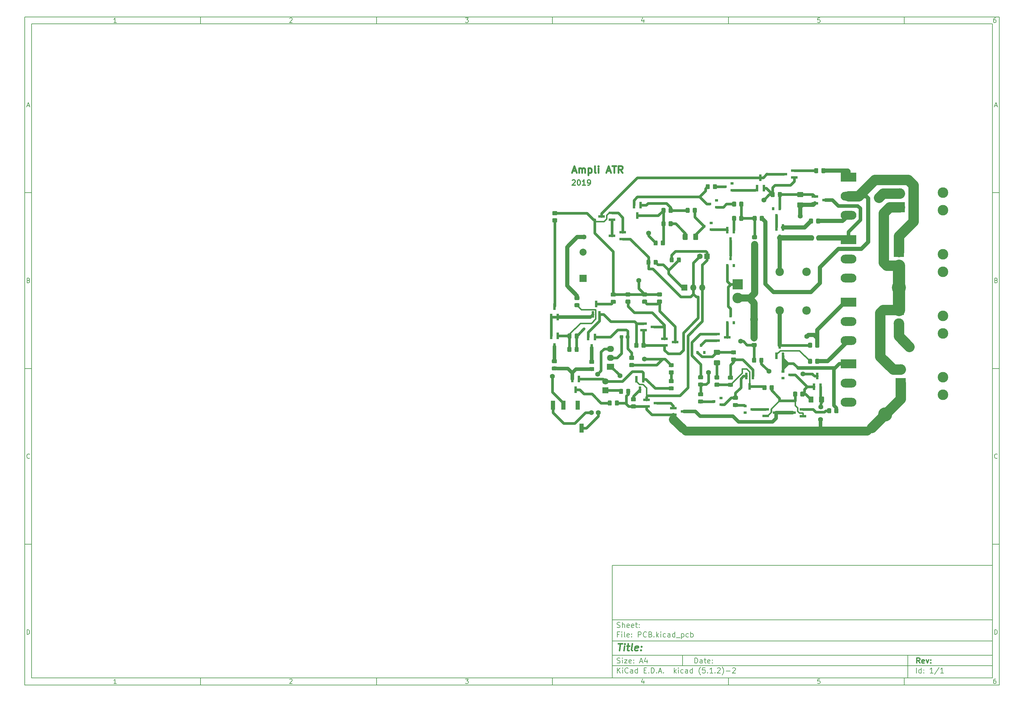
<source format=gbr>
G04 #@! TF.GenerationSoftware,KiCad,Pcbnew,(5.1.2)-2*
G04 #@! TF.CreationDate,2019-11-01T09:46:41-03:00*
G04 #@! TF.ProjectId,PCB,5043422e-6b69-4636-9164-5f7063625858,rev?*
G04 #@! TF.SameCoordinates,Original*
G04 #@! TF.FileFunction,Copper,L1,Top*
G04 #@! TF.FilePolarity,Positive*
%FSLAX46Y46*%
G04 Gerber Fmt 4.6, Leading zero omitted, Abs format (unit mm)*
G04 Created by KiCad (PCBNEW (5.1.2)-2) date 2019-11-01 09:46:41*
%MOMM*%
%LPD*%
G04 APERTURE LIST*
%ADD10C,0.100000*%
%ADD11C,0.150000*%
%ADD12C,0.300000*%
%ADD13C,0.400000*%
%ADD14C,0.500000*%
%ADD15R,1.200000X2.500000*%
%ADD16R,0.800000X1.900000*%
%ADD17C,3.000000*%
%ADD18R,0.900000X0.800000*%
%ADD19C,1.150000*%
%ADD20R,0.800000X0.900000*%
%ADD21O,4.500000X2.500000*%
%ADD22R,4.500000X2.500000*%
%ADD23R,1.600000X1.600000*%
%ADD24C,1.600000*%
%ADD25O,1.800000X1.800000*%
%ADD26R,1.800000X1.800000*%
%ADD27O,2.400000X2.400000*%
%ADD28C,2.400000*%
%ADD29R,1.900000X0.800000*%
%ADD30R,3.000000X3.000000*%
%ADD31C,0.950000*%
%ADD32C,1.425000*%
%ADD33C,1.800000*%
%ADD34C,2.000000*%
%ADD35R,2.000000X2.000000*%
%ADD36O,2.030000X1.730000*%
%ADD37R,2.030000X1.730000*%
%ADD38C,1.400000*%
%ADD39C,4.000000*%
%ADD40C,2.250000*%
%ADD41C,0.800000*%
%ADD42C,2.000000*%
%ADD43C,3.000000*%
%ADD44C,3.500000*%
%ADD45C,1.500000*%
%ADD46C,1.200000*%
%ADD47C,1.000000*%
%ADD48C,2.500000*%
%ADD49C,0.250000*%
G04 APERTURE END LIST*
D10*
D11*
X177002200Y-166007200D02*
X177002200Y-198007200D01*
X285002200Y-198007200D01*
X285002200Y-166007200D01*
X177002200Y-166007200D01*
D10*
D11*
X10000000Y-10000000D02*
X10000000Y-200007200D01*
X287002200Y-200007200D01*
X287002200Y-10000000D01*
X10000000Y-10000000D01*
D10*
D11*
X12000000Y-12000000D02*
X12000000Y-198007200D01*
X285002200Y-198007200D01*
X285002200Y-12000000D01*
X12000000Y-12000000D01*
D10*
D11*
X60000000Y-12000000D02*
X60000000Y-10000000D01*
D10*
D11*
X110000000Y-12000000D02*
X110000000Y-10000000D01*
D10*
D11*
X160000000Y-12000000D02*
X160000000Y-10000000D01*
D10*
D11*
X210000000Y-12000000D02*
X210000000Y-10000000D01*
D10*
D11*
X260000000Y-12000000D02*
X260000000Y-10000000D01*
D10*
D11*
X36065476Y-11588095D02*
X35322619Y-11588095D01*
X35694047Y-11588095D02*
X35694047Y-10288095D01*
X35570238Y-10473809D01*
X35446428Y-10597619D01*
X35322619Y-10659523D01*
D10*
D11*
X85322619Y-10411904D02*
X85384523Y-10350000D01*
X85508333Y-10288095D01*
X85817857Y-10288095D01*
X85941666Y-10350000D01*
X86003571Y-10411904D01*
X86065476Y-10535714D01*
X86065476Y-10659523D01*
X86003571Y-10845238D01*
X85260714Y-11588095D01*
X86065476Y-11588095D01*
D10*
D11*
X135260714Y-10288095D02*
X136065476Y-10288095D01*
X135632142Y-10783333D01*
X135817857Y-10783333D01*
X135941666Y-10845238D01*
X136003571Y-10907142D01*
X136065476Y-11030952D01*
X136065476Y-11340476D01*
X136003571Y-11464285D01*
X135941666Y-11526190D01*
X135817857Y-11588095D01*
X135446428Y-11588095D01*
X135322619Y-11526190D01*
X135260714Y-11464285D01*
D10*
D11*
X185941666Y-10721428D02*
X185941666Y-11588095D01*
X185632142Y-10226190D02*
X185322619Y-11154761D01*
X186127380Y-11154761D01*
D10*
D11*
X236003571Y-10288095D02*
X235384523Y-10288095D01*
X235322619Y-10907142D01*
X235384523Y-10845238D01*
X235508333Y-10783333D01*
X235817857Y-10783333D01*
X235941666Y-10845238D01*
X236003571Y-10907142D01*
X236065476Y-11030952D01*
X236065476Y-11340476D01*
X236003571Y-11464285D01*
X235941666Y-11526190D01*
X235817857Y-11588095D01*
X235508333Y-11588095D01*
X235384523Y-11526190D01*
X235322619Y-11464285D01*
D10*
D11*
X285941666Y-10288095D02*
X285694047Y-10288095D01*
X285570238Y-10350000D01*
X285508333Y-10411904D01*
X285384523Y-10597619D01*
X285322619Y-10845238D01*
X285322619Y-11340476D01*
X285384523Y-11464285D01*
X285446428Y-11526190D01*
X285570238Y-11588095D01*
X285817857Y-11588095D01*
X285941666Y-11526190D01*
X286003571Y-11464285D01*
X286065476Y-11340476D01*
X286065476Y-11030952D01*
X286003571Y-10907142D01*
X285941666Y-10845238D01*
X285817857Y-10783333D01*
X285570238Y-10783333D01*
X285446428Y-10845238D01*
X285384523Y-10907142D01*
X285322619Y-11030952D01*
D10*
D11*
X60000000Y-198007200D02*
X60000000Y-200007200D01*
D10*
D11*
X110000000Y-198007200D02*
X110000000Y-200007200D01*
D10*
D11*
X160000000Y-198007200D02*
X160000000Y-200007200D01*
D10*
D11*
X210000000Y-198007200D02*
X210000000Y-200007200D01*
D10*
D11*
X260000000Y-198007200D02*
X260000000Y-200007200D01*
D10*
D11*
X36065476Y-199595295D02*
X35322619Y-199595295D01*
X35694047Y-199595295D02*
X35694047Y-198295295D01*
X35570238Y-198481009D01*
X35446428Y-198604819D01*
X35322619Y-198666723D01*
D10*
D11*
X85322619Y-198419104D02*
X85384523Y-198357200D01*
X85508333Y-198295295D01*
X85817857Y-198295295D01*
X85941666Y-198357200D01*
X86003571Y-198419104D01*
X86065476Y-198542914D01*
X86065476Y-198666723D01*
X86003571Y-198852438D01*
X85260714Y-199595295D01*
X86065476Y-199595295D01*
D10*
D11*
X135260714Y-198295295D02*
X136065476Y-198295295D01*
X135632142Y-198790533D01*
X135817857Y-198790533D01*
X135941666Y-198852438D01*
X136003571Y-198914342D01*
X136065476Y-199038152D01*
X136065476Y-199347676D01*
X136003571Y-199471485D01*
X135941666Y-199533390D01*
X135817857Y-199595295D01*
X135446428Y-199595295D01*
X135322619Y-199533390D01*
X135260714Y-199471485D01*
D10*
D11*
X185941666Y-198728628D02*
X185941666Y-199595295D01*
X185632142Y-198233390D02*
X185322619Y-199161961D01*
X186127380Y-199161961D01*
D10*
D11*
X236003571Y-198295295D02*
X235384523Y-198295295D01*
X235322619Y-198914342D01*
X235384523Y-198852438D01*
X235508333Y-198790533D01*
X235817857Y-198790533D01*
X235941666Y-198852438D01*
X236003571Y-198914342D01*
X236065476Y-199038152D01*
X236065476Y-199347676D01*
X236003571Y-199471485D01*
X235941666Y-199533390D01*
X235817857Y-199595295D01*
X235508333Y-199595295D01*
X235384523Y-199533390D01*
X235322619Y-199471485D01*
D10*
D11*
X285941666Y-198295295D02*
X285694047Y-198295295D01*
X285570238Y-198357200D01*
X285508333Y-198419104D01*
X285384523Y-198604819D01*
X285322619Y-198852438D01*
X285322619Y-199347676D01*
X285384523Y-199471485D01*
X285446428Y-199533390D01*
X285570238Y-199595295D01*
X285817857Y-199595295D01*
X285941666Y-199533390D01*
X286003571Y-199471485D01*
X286065476Y-199347676D01*
X286065476Y-199038152D01*
X286003571Y-198914342D01*
X285941666Y-198852438D01*
X285817857Y-198790533D01*
X285570238Y-198790533D01*
X285446428Y-198852438D01*
X285384523Y-198914342D01*
X285322619Y-199038152D01*
D10*
D11*
X10000000Y-60000000D02*
X12000000Y-60000000D01*
D10*
D11*
X10000000Y-110000000D02*
X12000000Y-110000000D01*
D10*
D11*
X10000000Y-160000000D02*
X12000000Y-160000000D01*
D10*
D11*
X10690476Y-35216666D02*
X11309523Y-35216666D01*
X10566666Y-35588095D02*
X11000000Y-34288095D01*
X11433333Y-35588095D01*
D10*
D11*
X11092857Y-84907142D02*
X11278571Y-84969047D01*
X11340476Y-85030952D01*
X11402380Y-85154761D01*
X11402380Y-85340476D01*
X11340476Y-85464285D01*
X11278571Y-85526190D01*
X11154761Y-85588095D01*
X10659523Y-85588095D01*
X10659523Y-84288095D01*
X11092857Y-84288095D01*
X11216666Y-84350000D01*
X11278571Y-84411904D01*
X11340476Y-84535714D01*
X11340476Y-84659523D01*
X11278571Y-84783333D01*
X11216666Y-84845238D01*
X11092857Y-84907142D01*
X10659523Y-84907142D01*
D10*
D11*
X11402380Y-135464285D02*
X11340476Y-135526190D01*
X11154761Y-135588095D01*
X11030952Y-135588095D01*
X10845238Y-135526190D01*
X10721428Y-135402380D01*
X10659523Y-135278571D01*
X10597619Y-135030952D01*
X10597619Y-134845238D01*
X10659523Y-134597619D01*
X10721428Y-134473809D01*
X10845238Y-134350000D01*
X11030952Y-134288095D01*
X11154761Y-134288095D01*
X11340476Y-134350000D01*
X11402380Y-134411904D01*
D10*
D11*
X10659523Y-185588095D02*
X10659523Y-184288095D01*
X10969047Y-184288095D01*
X11154761Y-184350000D01*
X11278571Y-184473809D01*
X11340476Y-184597619D01*
X11402380Y-184845238D01*
X11402380Y-185030952D01*
X11340476Y-185278571D01*
X11278571Y-185402380D01*
X11154761Y-185526190D01*
X10969047Y-185588095D01*
X10659523Y-185588095D01*
D10*
D11*
X287002200Y-60000000D02*
X285002200Y-60000000D01*
D10*
D11*
X287002200Y-110000000D02*
X285002200Y-110000000D01*
D10*
D11*
X287002200Y-160000000D02*
X285002200Y-160000000D01*
D10*
D11*
X285692676Y-35216666D02*
X286311723Y-35216666D01*
X285568866Y-35588095D02*
X286002200Y-34288095D01*
X286435533Y-35588095D01*
D10*
D11*
X286095057Y-84907142D02*
X286280771Y-84969047D01*
X286342676Y-85030952D01*
X286404580Y-85154761D01*
X286404580Y-85340476D01*
X286342676Y-85464285D01*
X286280771Y-85526190D01*
X286156961Y-85588095D01*
X285661723Y-85588095D01*
X285661723Y-84288095D01*
X286095057Y-84288095D01*
X286218866Y-84350000D01*
X286280771Y-84411904D01*
X286342676Y-84535714D01*
X286342676Y-84659523D01*
X286280771Y-84783333D01*
X286218866Y-84845238D01*
X286095057Y-84907142D01*
X285661723Y-84907142D01*
D10*
D11*
X286404580Y-135464285D02*
X286342676Y-135526190D01*
X286156961Y-135588095D01*
X286033152Y-135588095D01*
X285847438Y-135526190D01*
X285723628Y-135402380D01*
X285661723Y-135278571D01*
X285599819Y-135030952D01*
X285599819Y-134845238D01*
X285661723Y-134597619D01*
X285723628Y-134473809D01*
X285847438Y-134350000D01*
X286033152Y-134288095D01*
X286156961Y-134288095D01*
X286342676Y-134350000D01*
X286404580Y-134411904D01*
D10*
D11*
X285661723Y-185588095D02*
X285661723Y-184288095D01*
X285971247Y-184288095D01*
X286156961Y-184350000D01*
X286280771Y-184473809D01*
X286342676Y-184597619D01*
X286404580Y-184845238D01*
X286404580Y-185030952D01*
X286342676Y-185278571D01*
X286280771Y-185402380D01*
X286156961Y-185526190D01*
X285971247Y-185588095D01*
X285661723Y-185588095D01*
D10*
D11*
X200434342Y-193785771D02*
X200434342Y-192285771D01*
X200791485Y-192285771D01*
X201005771Y-192357200D01*
X201148628Y-192500057D01*
X201220057Y-192642914D01*
X201291485Y-192928628D01*
X201291485Y-193142914D01*
X201220057Y-193428628D01*
X201148628Y-193571485D01*
X201005771Y-193714342D01*
X200791485Y-193785771D01*
X200434342Y-193785771D01*
X202577200Y-193785771D02*
X202577200Y-193000057D01*
X202505771Y-192857200D01*
X202362914Y-192785771D01*
X202077200Y-192785771D01*
X201934342Y-192857200D01*
X202577200Y-193714342D02*
X202434342Y-193785771D01*
X202077200Y-193785771D01*
X201934342Y-193714342D01*
X201862914Y-193571485D01*
X201862914Y-193428628D01*
X201934342Y-193285771D01*
X202077200Y-193214342D01*
X202434342Y-193214342D01*
X202577200Y-193142914D01*
X203077200Y-192785771D02*
X203648628Y-192785771D01*
X203291485Y-192285771D02*
X203291485Y-193571485D01*
X203362914Y-193714342D01*
X203505771Y-193785771D01*
X203648628Y-193785771D01*
X204720057Y-193714342D02*
X204577200Y-193785771D01*
X204291485Y-193785771D01*
X204148628Y-193714342D01*
X204077200Y-193571485D01*
X204077200Y-193000057D01*
X204148628Y-192857200D01*
X204291485Y-192785771D01*
X204577200Y-192785771D01*
X204720057Y-192857200D01*
X204791485Y-193000057D01*
X204791485Y-193142914D01*
X204077200Y-193285771D01*
X205434342Y-193642914D02*
X205505771Y-193714342D01*
X205434342Y-193785771D01*
X205362914Y-193714342D01*
X205434342Y-193642914D01*
X205434342Y-193785771D01*
X205434342Y-192857200D02*
X205505771Y-192928628D01*
X205434342Y-193000057D01*
X205362914Y-192928628D01*
X205434342Y-192857200D01*
X205434342Y-193000057D01*
D10*
D11*
X177002200Y-194507200D02*
X285002200Y-194507200D01*
D10*
D11*
X178434342Y-196585771D02*
X178434342Y-195085771D01*
X179291485Y-196585771D02*
X178648628Y-195728628D01*
X179291485Y-195085771D02*
X178434342Y-195942914D01*
X179934342Y-196585771D02*
X179934342Y-195585771D01*
X179934342Y-195085771D02*
X179862914Y-195157200D01*
X179934342Y-195228628D01*
X180005771Y-195157200D01*
X179934342Y-195085771D01*
X179934342Y-195228628D01*
X181505771Y-196442914D02*
X181434342Y-196514342D01*
X181220057Y-196585771D01*
X181077200Y-196585771D01*
X180862914Y-196514342D01*
X180720057Y-196371485D01*
X180648628Y-196228628D01*
X180577200Y-195942914D01*
X180577200Y-195728628D01*
X180648628Y-195442914D01*
X180720057Y-195300057D01*
X180862914Y-195157200D01*
X181077200Y-195085771D01*
X181220057Y-195085771D01*
X181434342Y-195157200D01*
X181505771Y-195228628D01*
X182791485Y-196585771D02*
X182791485Y-195800057D01*
X182720057Y-195657200D01*
X182577200Y-195585771D01*
X182291485Y-195585771D01*
X182148628Y-195657200D01*
X182791485Y-196514342D02*
X182648628Y-196585771D01*
X182291485Y-196585771D01*
X182148628Y-196514342D01*
X182077200Y-196371485D01*
X182077200Y-196228628D01*
X182148628Y-196085771D01*
X182291485Y-196014342D01*
X182648628Y-196014342D01*
X182791485Y-195942914D01*
X184148628Y-196585771D02*
X184148628Y-195085771D01*
X184148628Y-196514342D02*
X184005771Y-196585771D01*
X183720057Y-196585771D01*
X183577200Y-196514342D01*
X183505771Y-196442914D01*
X183434342Y-196300057D01*
X183434342Y-195871485D01*
X183505771Y-195728628D01*
X183577200Y-195657200D01*
X183720057Y-195585771D01*
X184005771Y-195585771D01*
X184148628Y-195657200D01*
X186005771Y-195800057D02*
X186505771Y-195800057D01*
X186720057Y-196585771D02*
X186005771Y-196585771D01*
X186005771Y-195085771D01*
X186720057Y-195085771D01*
X187362914Y-196442914D02*
X187434342Y-196514342D01*
X187362914Y-196585771D01*
X187291485Y-196514342D01*
X187362914Y-196442914D01*
X187362914Y-196585771D01*
X188077200Y-196585771D02*
X188077200Y-195085771D01*
X188434342Y-195085771D01*
X188648628Y-195157200D01*
X188791485Y-195300057D01*
X188862914Y-195442914D01*
X188934342Y-195728628D01*
X188934342Y-195942914D01*
X188862914Y-196228628D01*
X188791485Y-196371485D01*
X188648628Y-196514342D01*
X188434342Y-196585771D01*
X188077200Y-196585771D01*
X189577200Y-196442914D02*
X189648628Y-196514342D01*
X189577200Y-196585771D01*
X189505771Y-196514342D01*
X189577200Y-196442914D01*
X189577200Y-196585771D01*
X190220057Y-196157200D02*
X190934342Y-196157200D01*
X190077200Y-196585771D02*
X190577200Y-195085771D01*
X191077200Y-196585771D01*
X191577200Y-196442914D02*
X191648628Y-196514342D01*
X191577200Y-196585771D01*
X191505771Y-196514342D01*
X191577200Y-196442914D01*
X191577200Y-196585771D01*
X194577200Y-196585771D02*
X194577200Y-195085771D01*
X194720057Y-196014342D02*
X195148628Y-196585771D01*
X195148628Y-195585771D02*
X194577200Y-196157200D01*
X195791485Y-196585771D02*
X195791485Y-195585771D01*
X195791485Y-195085771D02*
X195720057Y-195157200D01*
X195791485Y-195228628D01*
X195862914Y-195157200D01*
X195791485Y-195085771D01*
X195791485Y-195228628D01*
X197148628Y-196514342D02*
X197005771Y-196585771D01*
X196720057Y-196585771D01*
X196577200Y-196514342D01*
X196505771Y-196442914D01*
X196434342Y-196300057D01*
X196434342Y-195871485D01*
X196505771Y-195728628D01*
X196577200Y-195657200D01*
X196720057Y-195585771D01*
X197005771Y-195585771D01*
X197148628Y-195657200D01*
X198434342Y-196585771D02*
X198434342Y-195800057D01*
X198362914Y-195657200D01*
X198220057Y-195585771D01*
X197934342Y-195585771D01*
X197791485Y-195657200D01*
X198434342Y-196514342D02*
X198291485Y-196585771D01*
X197934342Y-196585771D01*
X197791485Y-196514342D01*
X197720057Y-196371485D01*
X197720057Y-196228628D01*
X197791485Y-196085771D01*
X197934342Y-196014342D01*
X198291485Y-196014342D01*
X198434342Y-195942914D01*
X199791485Y-196585771D02*
X199791485Y-195085771D01*
X199791485Y-196514342D02*
X199648628Y-196585771D01*
X199362914Y-196585771D01*
X199220057Y-196514342D01*
X199148628Y-196442914D01*
X199077200Y-196300057D01*
X199077200Y-195871485D01*
X199148628Y-195728628D01*
X199220057Y-195657200D01*
X199362914Y-195585771D01*
X199648628Y-195585771D01*
X199791485Y-195657200D01*
X202077200Y-197157200D02*
X202005771Y-197085771D01*
X201862914Y-196871485D01*
X201791485Y-196728628D01*
X201720057Y-196514342D01*
X201648628Y-196157200D01*
X201648628Y-195871485D01*
X201720057Y-195514342D01*
X201791485Y-195300057D01*
X201862914Y-195157200D01*
X202005771Y-194942914D01*
X202077200Y-194871485D01*
X203362914Y-195085771D02*
X202648628Y-195085771D01*
X202577200Y-195800057D01*
X202648628Y-195728628D01*
X202791485Y-195657200D01*
X203148628Y-195657200D01*
X203291485Y-195728628D01*
X203362914Y-195800057D01*
X203434342Y-195942914D01*
X203434342Y-196300057D01*
X203362914Y-196442914D01*
X203291485Y-196514342D01*
X203148628Y-196585771D01*
X202791485Y-196585771D01*
X202648628Y-196514342D01*
X202577200Y-196442914D01*
X204077200Y-196442914D02*
X204148628Y-196514342D01*
X204077200Y-196585771D01*
X204005771Y-196514342D01*
X204077200Y-196442914D01*
X204077200Y-196585771D01*
X205577200Y-196585771D02*
X204720057Y-196585771D01*
X205148628Y-196585771D02*
X205148628Y-195085771D01*
X205005771Y-195300057D01*
X204862914Y-195442914D01*
X204720057Y-195514342D01*
X206220057Y-196442914D02*
X206291485Y-196514342D01*
X206220057Y-196585771D01*
X206148628Y-196514342D01*
X206220057Y-196442914D01*
X206220057Y-196585771D01*
X206862914Y-195228628D02*
X206934342Y-195157200D01*
X207077200Y-195085771D01*
X207434342Y-195085771D01*
X207577200Y-195157200D01*
X207648628Y-195228628D01*
X207720057Y-195371485D01*
X207720057Y-195514342D01*
X207648628Y-195728628D01*
X206791485Y-196585771D01*
X207720057Y-196585771D01*
X208220057Y-197157200D02*
X208291485Y-197085771D01*
X208434342Y-196871485D01*
X208505771Y-196728628D01*
X208577200Y-196514342D01*
X208648628Y-196157200D01*
X208648628Y-195871485D01*
X208577200Y-195514342D01*
X208505771Y-195300057D01*
X208434342Y-195157200D01*
X208291485Y-194942914D01*
X208220057Y-194871485D01*
X209362914Y-196014342D02*
X210505771Y-196014342D01*
X211148628Y-195228628D02*
X211220057Y-195157200D01*
X211362914Y-195085771D01*
X211720057Y-195085771D01*
X211862914Y-195157200D01*
X211934342Y-195228628D01*
X212005771Y-195371485D01*
X212005771Y-195514342D01*
X211934342Y-195728628D01*
X211077200Y-196585771D01*
X212005771Y-196585771D01*
D10*
D11*
X177002200Y-191507200D02*
X285002200Y-191507200D01*
D10*
D12*
X264411485Y-193785771D02*
X263911485Y-193071485D01*
X263554342Y-193785771D02*
X263554342Y-192285771D01*
X264125771Y-192285771D01*
X264268628Y-192357200D01*
X264340057Y-192428628D01*
X264411485Y-192571485D01*
X264411485Y-192785771D01*
X264340057Y-192928628D01*
X264268628Y-193000057D01*
X264125771Y-193071485D01*
X263554342Y-193071485D01*
X265625771Y-193714342D02*
X265482914Y-193785771D01*
X265197200Y-193785771D01*
X265054342Y-193714342D01*
X264982914Y-193571485D01*
X264982914Y-193000057D01*
X265054342Y-192857200D01*
X265197200Y-192785771D01*
X265482914Y-192785771D01*
X265625771Y-192857200D01*
X265697200Y-193000057D01*
X265697200Y-193142914D01*
X264982914Y-193285771D01*
X266197200Y-192785771D02*
X266554342Y-193785771D01*
X266911485Y-192785771D01*
X267482914Y-193642914D02*
X267554342Y-193714342D01*
X267482914Y-193785771D01*
X267411485Y-193714342D01*
X267482914Y-193642914D01*
X267482914Y-193785771D01*
X267482914Y-192857200D02*
X267554342Y-192928628D01*
X267482914Y-193000057D01*
X267411485Y-192928628D01*
X267482914Y-192857200D01*
X267482914Y-193000057D01*
D10*
D11*
X178362914Y-193714342D02*
X178577200Y-193785771D01*
X178934342Y-193785771D01*
X179077200Y-193714342D01*
X179148628Y-193642914D01*
X179220057Y-193500057D01*
X179220057Y-193357200D01*
X179148628Y-193214342D01*
X179077200Y-193142914D01*
X178934342Y-193071485D01*
X178648628Y-193000057D01*
X178505771Y-192928628D01*
X178434342Y-192857200D01*
X178362914Y-192714342D01*
X178362914Y-192571485D01*
X178434342Y-192428628D01*
X178505771Y-192357200D01*
X178648628Y-192285771D01*
X179005771Y-192285771D01*
X179220057Y-192357200D01*
X179862914Y-193785771D02*
X179862914Y-192785771D01*
X179862914Y-192285771D02*
X179791485Y-192357200D01*
X179862914Y-192428628D01*
X179934342Y-192357200D01*
X179862914Y-192285771D01*
X179862914Y-192428628D01*
X180434342Y-192785771D02*
X181220057Y-192785771D01*
X180434342Y-193785771D01*
X181220057Y-193785771D01*
X182362914Y-193714342D02*
X182220057Y-193785771D01*
X181934342Y-193785771D01*
X181791485Y-193714342D01*
X181720057Y-193571485D01*
X181720057Y-193000057D01*
X181791485Y-192857200D01*
X181934342Y-192785771D01*
X182220057Y-192785771D01*
X182362914Y-192857200D01*
X182434342Y-193000057D01*
X182434342Y-193142914D01*
X181720057Y-193285771D01*
X183077200Y-193642914D02*
X183148628Y-193714342D01*
X183077200Y-193785771D01*
X183005771Y-193714342D01*
X183077200Y-193642914D01*
X183077200Y-193785771D01*
X183077200Y-192857200D02*
X183148628Y-192928628D01*
X183077200Y-193000057D01*
X183005771Y-192928628D01*
X183077200Y-192857200D01*
X183077200Y-193000057D01*
X184862914Y-193357200D02*
X185577200Y-193357200D01*
X184720057Y-193785771D02*
X185220057Y-192285771D01*
X185720057Y-193785771D01*
X186862914Y-192785771D02*
X186862914Y-193785771D01*
X186505771Y-192214342D02*
X186148628Y-193285771D01*
X187077200Y-193285771D01*
D10*
D11*
X263434342Y-196585771D02*
X263434342Y-195085771D01*
X264791485Y-196585771D02*
X264791485Y-195085771D01*
X264791485Y-196514342D02*
X264648628Y-196585771D01*
X264362914Y-196585771D01*
X264220057Y-196514342D01*
X264148628Y-196442914D01*
X264077200Y-196300057D01*
X264077200Y-195871485D01*
X264148628Y-195728628D01*
X264220057Y-195657200D01*
X264362914Y-195585771D01*
X264648628Y-195585771D01*
X264791485Y-195657200D01*
X265505771Y-196442914D02*
X265577200Y-196514342D01*
X265505771Y-196585771D01*
X265434342Y-196514342D01*
X265505771Y-196442914D01*
X265505771Y-196585771D01*
X265505771Y-195657200D02*
X265577200Y-195728628D01*
X265505771Y-195800057D01*
X265434342Y-195728628D01*
X265505771Y-195657200D01*
X265505771Y-195800057D01*
X268148628Y-196585771D02*
X267291485Y-196585771D01*
X267720057Y-196585771D02*
X267720057Y-195085771D01*
X267577200Y-195300057D01*
X267434342Y-195442914D01*
X267291485Y-195514342D01*
X269862914Y-195014342D02*
X268577200Y-196942914D01*
X271148628Y-196585771D02*
X270291485Y-196585771D01*
X270720057Y-196585771D02*
X270720057Y-195085771D01*
X270577200Y-195300057D01*
X270434342Y-195442914D01*
X270291485Y-195514342D01*
D10*
D11*
X177002200Y-187507200D02*
X285002200Y-187507200D01*
D10*
D13*
X178714580Y-188211961D02*
X179857438Y-188211961D01*
X179036009Y-190211961D02*
X179286009Y-188211961D01*
X180274104Y-190211961D02*
X180440771Y-188878628D01*
X180524104Y-188211961D02*
X180416961Y-188307200D01*
X180500295Y-188402438D01*
X180607438Y-188307200D01*
X180524104Y-188211961D01*
X180500295Y-188402438D01*
X181107438Y-188878628D02*
X181869342Y-188878628D01*
X181476485Y-188211961D02*
X181262200Y-189926247D01*
X181333628Y-190116723D01*
X181512200Y-190211961D01*
X181702676Y-190211961D01*
X182655057Y-190211961D02*
X182476485Y-190116723D01*
X182405057Y-189926247D01*
X182619342Y-188211961D01*
X184190771Y-190116723D02*
X183988390Y-190211961D01*
X183607438Y-190211961D01*
X183428866Y-190116723D01*
X183357438Y-189926247D01*
X183452676Y-189164342D01*
X183571723Y-188973866D01*
X183774104Y-188878628D01*
X184155057Y-188878628D01*
X184333628Y-188973866D01*
X184405057Y-189164342D01*
X184381247Y-189354819D01*
X183405057Y-189545295D01*
X185155057Y-190021485D02*
X185238390Y-190116723D01*
X185131247Y-190211961D01*
X185047914Y-190116723D01*
X185155057Y-190021485D01*
X185131247Y-190211961D01*
X185286009Y-188973866D02*
X185369342Y-189069104D01*
X185262200Y-189164342D01*
X185178866Y-189069104D01*
X185286009Y-188973866D01*
X185262200Y-189164342D01*
D10*
D11*
X178934342Y-185600057D02*
X178434342Y-185600057D01*
X178434342Y-186385771D02*
X178434342Y-184885771D01*
X179148628Y-184885771D01*
X179720057Y-186385771D02*
X179720057Y-185385771D01*
X179720057Y-184885771D02*
X179648628Y-184957200D01*
X179720057Y-185028628D01*
X179791485Y-184957200D01*
X179720057Y-184885771D01*
X179720057Y-185028628D01*
X180648628Y-186385771D02*
X180505771Y-186314342D01*
X180434342Y-186171485D01*
X180434342Y-184885771D01*
X181791485Y-186314342D02*
X181648628Y-186385771D01*
X181362914Y-186385771D01*
X181220057Y-186314342D01*
X181148628Y-186171485D01*
X181148628Y-185600057D01*
X181220057Y-185457200D01*
X181362914Y-185385771D01*
X181648628Y-185385771D01*
X181791485Y-185457200D01*
X181862914Y-185600057D01*
X181862914Y-185742914D01*
X181148628Y-185885771D01*
X182505771Y-186242914D02*
X182577200Y-186314342D01*
X182505771Y-186385771D01*
X182434342Y-186314342D01*
X182505771Y-186242914D01*
X182505771Y-186385771D01*
X182505771Y-185457200D02*
X182577200Y-185528628D01*
X182505771Y-185600057D01*
X182434342Y-185528628D01*
X182505771Y-185457200D01*
X182505771Y-185600057D01*
X184362914Y-186385771D02*
X184362914Y-184885771D01*
X184934342Y-184885771D01*
X185077200Y-184957200D01*
X185148628Y-185028628D01*
X185220057Y-185171485D01*
X185220057Y-185385771D01*
X185148628Y-185528628D01*
X185077200Y-185600057D01*
X184934342Y-185671485D01*
X184362914Y-185671485D01*
X186720057Y-186242914D02*
X186648628Y-186314342D01*
X186434342Y-186385771D01*
X186291485Y-186385771D01*
X186077200Y-186314342D01*
X185934342Y-186171485D01*
X185862914Y-186028628D01*
X185791485Y-185742914D01*
X185791485Y-185528628D01*
X185862914Y-185242914D01*
X185934342Y-185100057D01*
X186077200Y-184957200D01*
X186291485Y-184885771D01*
X186434342Y-184885771D01*
X186648628Y-184957200D01*
X186720057Y-185028628D01*
X187862914Y-185600057D02*
X188077200Y-185671485D01*
X188148628Y-185742914D01*
X188220057Y-185885771D01*
X188220057Y-186100057D01*
X188148628Y-186242914D01*
X188077200Y-186314342D01*
X187934342Y-186385771D01*
X187362914Y-186385771D01*
X187362914Y-184885771D01*
X187862914Y-184885771D01*
X188005771Y-184957200D01*
X188077200Y-185028628D01*
X188148628Y-185171485D01*
X188148628Y-185314342D01*
X188077200Y-185457200D01*
X188005771Y-185528628D01*
X187862914Y-185600057D01*
X187362914Y-185600057D01*
X188862914Y-186242914D02*
X188934342Y-186314342D01*
X188862914Y-186385771D01*
X188791485Y-186314342D01*
X188862914Y-186242914D01*
X188862914Y-186385771D01*
X189577200Y-186385771D02*
X189577200Y-184885771D01*
X189720057Y-185814342D02*
X190148628Y-186385771D01*
X190148628Y-185385771D02*
X189577200Y-185957200D01*
X190791485Y-186385771D02*
X190791485Y-185385771D01*
X190791485Y-184885771D02*
X190720057Y-184957200D01*
X190791485Y-185028628D01*
X190862914Y-184957200D01*
X190791485Y-184885771D01*
X190791485Y-185028628D01*
X192148628Y-186314342D02*
X192005771Y-186385771D01*
X191720057Y-186385771D01*
X191577200Y-186314342D01*
X191505771Y-186242914D01*
X191434342Y-186100057D01*
X191434342Y-185671485D01*
X191505771Y-185528628D01*
X191577200Y-185457200D01*
X191720057Y-185385771D01*
X192005771Y-185385771D01*
X192148628Y-185457200D01*
X193434342Y-186385771D02*
X193434342Y-185600057D01*
X193362914Y-185457200D01*
X193220057Y-185385771D01*
X192934342Y-185385771D01*
X192791485Y-185457200D01*
X193434342Y-186314342D02*
X193291485Y-186385771D01*
X192934342Y-186385771D01*
X192791485Y-186314342D01*
X192720057Y-186171485D01*
X192720057Y-186028628D01*
X192791485Y-185885771D01*
X192934342Y-185814342D01*
X193291485Y-185814342D01*
X193434342Y-185742914D01*
X194791485Y-186385771D02*
X194791485Y-184885771D01*
X194791485Y-186314342D02*
X194648628Y-186385771D01*
X194362914Y-186385771D01*
X194220057Y-186314342D01*
X194148628Y-186242914D01*
X194077200Y-186100057D01*
X194077200Y-185671485D01*
X194148628Y-185528628D01*
X194220057Y-185457200D01*
X194362914Y-185385771D01*
X194648628Y-185385771D01*
X194791485Y-185457200D01*
X195148628Y-186528628D02*
X196291485Y-186528628D01*
X196648628Y-185385771D02*
X196648628Y-186885771D01*
X196648628Y-185457200D02*
X196791485Y-185385771D01*
X197077200Y-185385771D01*
X197220057Y-185457200D01*
X197291485Y-185528628D01*
X197362914Y-185671485D01*
X197362914Y-186100057D01*
X197291485Y-186242914D01*
X197220057Y-186314342D01*
X197077200Y-186385771D01*
X196791485Y-186385771D01*
X196648628Y-186314342D01*
X198648628Y-186314342D02*
X198505771Y-186385771D01*
X198220057Y-186385771D01*
X198077200Y-186314342D01*
X198005771Y-186242914D01*
X197934342Y-186100057D01*
X197934342Y-185671485D01*
X198005771Y-185528628D01*
X198077200Y-185457200D01*
X198220057Y-185385771D01*
X198505771Y-185385771D01*
X198648628Y-185457200D01*
X199291485Y-186385771D02*
X199291485Y-184885771D01*
X199291485Y-185457200D02*
X199434342Y-185385771D01*
X199720057Y-185385771D01*
X199862914Y-185457200D01*
X199934342Y-185528628D01*
X200005771Y-185671485D01*
X200005771Y-186100057D01*
X199934342Y-186242914D01*
X199862914Y-186314342D01*
X199720057Y-186385771D01*
X199434342Y-186385771D01*
X199291485Y-186314342D01*
D10*
D11*
X177002200Y-181507200D02*
X285002200Y-181507200D01*
D10*
D11*
X178362914Y-183614342D02*
X178577200Y-183685771D01*
X178934342Y-183685771D01*
X179077200Y-183614342D01*
X179148628Y-183542914D01*
X179220057Y-183400057D01*
X179220057Y-183257200D01*
X179148628Y-183114342D01*
X179077200Y-183042914D01*
X178934342Y-182971485D01*
X178648628Y-182900057D01*
X178505771Y-182828628D01*
X178434342Y-182757200D01*
X178362914Y-182614342D01*
X178362914Y-182471485D01*
X178434342Y-182328628D01*
X178505771Y-182257200D01*
X178648628Y-182185771D01*
X179005771Y-182185771D01*
X179220057Y-182257200D01*
X179862914Y-183685771D02*
X179862914Y-182185771D01*
X180505771Y-183685771D02*
X180505771Y-182900057D01*
X180434342Y-182757200D01*
X180291485Y-182685771D01*
X180077200Y-182685771D01*
X179934342Y-182757200D01*
X179862914Y-182828628D01*
X181791485Y-183614342D02*
X181648628Y-183685771D01*
X181362914Y-183685771D01*
X181220057Y-183614342D01*
X181148628Y-183471485D01*
X181148628Y-182900057D01*
X181220057Y-182757200D01*
X181362914Y-182685771D01*
X181648628Y-182685771D01*
X181791485Y-182757200D01*
X181862914Y-182900057D01*
X181862914Y-183042914D01*
X181148628Y-183185771D01*
X183077200Y-183614342D02*
X182934342Y-183685771D01*
X182648628Y-183685771D01*
X182505771Y-183614342D01*
X182434342Y-183471485D01*
X182434342Y-182900057D01*
X182505771Y-182757200D01*
X182648628Y-182685771D01*
X182934342Y-182685771D01*
X183077200Y-182757200D01*
X183148628Y-182900057D01*
X183148628Y-183042914D01*
X182434342Y-183185771D01*
X183577200Y-182685771D02*
X184148628Y-182685771D01*
X183791485Y-182185771D02*
X183791485Y-183471485D01*
X183862914Y-183614342D01*
X184005771Y-183685771D01*
X184148628Y-183685771D01*
X184648628Y-183542914D02*
X184720057Y-183614342D01*
X184648628Y-183685771D01*
X184577200Y-183614342D01*
X184648628Y-183542914D01*
X184648628Y-183685771D01*
X184648628Y-182757200D02*
X184720057Y-182828628D01*
X184648628Y-182900057D01*
X184577200Y-182828628D01*
X184648628Y-182757200D01*
X184648628Y-182900057D01*
D10*
D11*
X197002200Y-191507200D02*
X197002200Y-194507200D01*
D10*
D11*
X261002200Y-191507200D02*
X261002200Y-198007200D01*
D12*
X165634991Y-56506988D02*
X165706420Y-56435560D01*
X165849277Y-56364131D01*
X166206420Y-56364131D01*
X166349277Y-56435560D01*
X166420705Y-56506988D01*
X166492134Y-56649845D01*
X166492134Y-56792702D01*
X166420705Y-57006988D01*
X165563562Y-57864131D01*
X166492134Y-57864131D01*
X167420705Y-56364131D02*
X167563562Y-56364131D01*
X167706420Y-56435560D01*
X167777848Y-56506988D01*
X167849277Y-56649845D01*
X167920705Y-56935560D01*
X167920705Y-57292702D01*
X167849277Y-57578417D01*
X167777848Y-57721274D01*
X167706420Y-57792702D01*
X167563562Y-57864131D01*
X167420705Y-57864131D01*
X167277848Y-57792702D01*
X167206420Y-57721274D01*
X167134991Y-57578417D01*
X167063562Y-57292702D01*
X167063562Y-56935560D01*
X167134991Y-56649845D01*
X167206420Y-56506988D01*
X167277848Y-56435560D01*
X167420705Y-56364131D01*
X169349277Y-57864131D02*
X168492134Y-57864131D01*
X168920705Y-57864131D02*
X168920705Y-56364131D01*
X168777848Y-56578417D01*
X168634991Y-56721274D01*
X168492134Y-56792702D01*
X170063562Y-57864131D02*
X170349277Y-57864131D01*
X170492134Y-57792702D01*
X170563562Y-57721274D01*
X170706420Y-57506988D01*
X170777848Y-57221274D01*
X170777848Y-56649845D01*
X170706420Y-56506988D01*
X170634991Y-56435560D01*
X170492134Y-56364131D01*
X170206420Y-56364131D01*
X170063562Y-56435560D01*
X169992134Y-56506988D01*
X169920705Y-56649845D01*
X169920705Y-57006988D01*
X169992134Y-57149845D01*
X170063562Y-57221274D01*
X170206420Y-57292702D01*
X170492134Y-57292702D01*
X170634991Y-57221274D01*
X170706420Y-57149845D01*
X170777848Y-57006988D01*
D14*
X165749221Y-53828273D02*
X166701602Y-53828273D01*
X165558745Y-54399701D02*
X166225412Y-52399701D01*
X166892079Y-54399701D01*
X167558745Y-54399701D02*
X167558745Y-53066368D01*
X167558745Y-53256844D02*
X167653983Y-53161606D01*
X167844460Y-53066368D01*
X168130174Y-53066368D01*
X168320650Y-53161606D01*
X168415888Y-53352082D01*
X168415888Y-54399701D01*
X168415888Y-53352082D02*
X168511126Y-53161606D01*
X168701602Y-53066368D01*
X168987317Y-53066368D01*
X169177793Y-53161606D01*
X169273031Y-53352082D01*
X169273031Y-54399701D01*
X170225412Y-53066368D02*
X170225412Y-55066368D01*
X170225412Y-53161606D02*
X170415888Y-53066368D01*
X170796840Y-53066368D01*
X170987317Y-53161606D01*
X171082555Y-53256844D01*
X171177793Y-53447320D01*
X171177793Y-54018749D01*
X171082555Y-54209225D01*
X170987317Y-54304463D01*
X170796840Y-54399701D01*
X170415888Y-54399701D01*
X170225412Y-54304463D01*
X172320650Y-54399701D02*
X172130174Y-54304463D01*
X172034936Y-54113987D01*
X172034936Y-52399701D01*
X173082555Y-54399701D02*
X173082555Y-53066368D01*
X173082555Y-52399701D02*
X172987317Y-52494940D01*
X173082555Y-52590178D01*
X173177793Y-52494940D01*
X173082555Y-52399701D01*
X173082555Y-52590178D01*
X175463507Y-53828273D02*
X176415888Y-53828273D01*
X175273031Y-54399701D02*
X175939698Y-52399701D01*
X176606364Y-54399701D01*
X176987317Y-52399701D02*
X178130174Y-52399701D01*
X177558745Y-54399701D02*
X177558745Y-52399701D01*
X179939698Y-54399701D02*
X179273031Y-53447320D01*
X178796840Y-54399701D02*
X178796840Y-52399701D01*
X179558745Y-52399701D01*
X179749221Y-52494940D01*
X179844460Y-52590178D01*
X179939698Y-52780654D01*
X179939698Y-53066368D01*
X179844460Y-53256844D01*
X179749221Y-53352082D01*
X179558745Y-53447320D01*
X178796840Y-53447320D01*
D15*
X160125000Y-120450000D03*
X163125000Y-120450000D03*
X167125000Y-120450000D03*
X168225000Y-126950000D03*
D16*
X171117740Y-104022460D03*
X170167740Y-101022460D03*
X172067740Y-101022460D03*
X224572040Y-103386060D03*
X225522040Y-106386060D03*
X223622040Y-106386060D03*
D17*
X271000000Y-117500000D03*
X271000000Y-112500000D03*
X271000000Y-65000000D03*
X271000000Y-60000000D03*
X271000000Y-100000000D03*
X271000000Y-95000000D03*
X271000000Y-82500000D03*
X271000000Y-77500000D03*
D18*
X216728040Y-121602060D03*
X214728040Y-122552060D03*
X214728040Y-120652060D03*
D10*
G36*
X194225345Y-78404964D02*
G01*
X194249613Y-78408564D01*
X194273412Y-78414525D01*
X194296511Y-78422790D01*
X194318690Y-78433280D01*
X194339733Y-78445892D01*
X194359439Y-78460507D01*
X194377617Y-78476983D01*
X194394093Y-78495161D01*
X194408708Y-78514867D01*
X194421320Y-78535910D01*
X194431810Y-78558089D01*
X194440075Y-78581188D01*
X194446036Y-78604987D01*
X194449636Y-78629255D01*
X194450840Y-78653759D01*
X194450840Y-79553761D01*
X194449636Y-79578265D01*
X194446036Y-79602533D01*
X194440075Y-79626332D01*
X194431810Y-79649431D01*
X194421320Y-79671610D01*
X194408708Y-79692653D01*
X194394093Y-79712359D01*
X194377617Y-79730537D01*
X194359439Y-79747013D01*
X194339733Y-79761628D01*
X194318690Y-79774240D01*
X194296511Y-79784730D01*
X194273412Y-79792995D01*
X194249613Y-79798956D01*
X194225345Y-79802556D01*
X194200841Y-79803760D01*
X193550839Y-79803760D01*
X193526335Y-79802556D01*
X193502067Y-79798956D01*
X193478268Y-79792995D01*
X193455169Y-79784730D01*
X193432990Y-79774240D01*
X193411947Y-79761628D01*
X193392241Y-79747013D01*
X193374063Y-79730537D01*
X193357587Y-79712359D01*
X193342972Y-79692653D01*
X193330360Y-79671610D01*
X193319870Y-79649431D01*
X193311605Y-79626332D01*
X193305644Y-79602533D01*
X193302044Y-79578265D01*
X193300840Y-79553761D01*
X193300840Y-78653759D01*
X193302044Y-78629255D01*
X193305644Y-78604987D01*
X193311605Y-78581188D01*
X193319870Y-78558089D01*
X193330360Y-78535910D01*
X193342972Y-78514867D01*
X193357587Y-78495161D01*
X193374063Y-78476983D01*
X193392241Y-78460507D01*
X193411947Y-78445892D01*
X193432990Y-78433280D01*
X193455169Y-78422790D01*
X193478268Y-78414525D01*
X193502067Y-78408564D01*
X193526335Y-78404964D01*
X193550839Y-78403760D01*
X194200841Y-78403760D01*
X194225345Y-78404964D01*
X194225345Y-78404964D01*
G37*
D19*
X193875840Y-79103760D03*
D10*
G36*
X196275345Y-78404964D02*
G01*
X196299613Y-78408564D01*
X196323412Y-78414525D01*
X196346511Y-78422790D01*
X196368690Y-78433280D01*
X196389733Y-78445892D01*
X196409439Y-78460507D01*
X196427617Y-78476983D01*
X196444093Y-78495161D01*
X196458708Y-78514867D01*
X196471320Y-78535910D01*
X196481810Y-78558089D01*
X196490075Y-78581188D01*
X196496036Y-78604987D01*
X196499636Y-78629255D01*
X196500840Y-78653759D01*
X196500840Y-79553761D01*
X196499636Y-79578265D01*
X196496036Y-79602533D01*
X196490075Y-79626332D01*
X196481810Y-79649431D01*
X196471320Y-79671610D01*
X196458708Y-79692653D01*
X196444093Y-79712359D01*
X196427617Y-79730537D01*
X196409439Y-79747013D01*
X196389733Y-79761628D01*
X196368690Y-79774240D01*
X196346511Y-79784730D01*
X196323412Y-79792995D01*
X196299613Y-79798956D01*
X196275345Y-79802556D01*
X196250841Y-79803760D01*
X195600839Y-79803760D01*
X195576335Y-79802556D01*
X195552067Y-79798956D01*
X195528268Y-79792995D01*
X195505169Y-79784730D01*
X195482990Y-79774240D01*
X195461947Y-79761628D01*
X195442241Y-79747013D01*
X195424063Y-79730537D01*
X195407587Y-79712359D01*
X195392972Y-79692653D01*
X195380360Y-79671610D01*
X195369870Y-79649431D01*
X195361605Y-79626332D01*
X195355644Y-79602533D01*
X195352044Y-79578265D01*
X195350840Y-79553761D01*
X195350840Y-78653759D01*
X195352044Y-78629255D01*
X195355644Y-78604987D01*
X195361605Y-78581188D01*
X195369870Y-78558089D01*
X195380360Y-78535910D01*
X195392972Y-78514867D01*
X195407587Y-78495161D01*
X195424063Y-78476983D01*
X195442241Y-78460507D01*
X195461947Y-78445892D01*
X195482990Y-78433280D01*
X195505169Y-78422790D01*
X195528268Y-78414525D01*
X195552067Y-78408564D01*
X195576335Y-78404964D01*
X195600839Y-78403760D01*
X196250841Y-78403760D01*
X196275345Y-78404964D01*
X196275345Y-78404964D01*
G37*
D19*
X195925840Y-79103760D03*
D20*
X223658040Y-66512060D03*
X222708040Y-64512060D03*
X224608040Y-64512060D03*
D18*
X227488040Y-111792060D03*
X225488040Y-112742060D03*
X225488040Y-110842060D03*
D16*
X172400840Y-91603760D03*
X173350840Y-94603760D03*
X171450840Y-94603760D03*
D10*
G36*
X241025345Y-121304964D02*
G01*
X241049613Y-121308564D01*
X241073412Y-121314525D01*
X241096511Y-121322790D01*
X241118690Y-121333280D01*
X241139733Y-121345892D01*
X241159439Y-121360507D01*
X241177617Y-121376983D01*
X241194093Y-121395161D01*
X241208708Y-121414867D01*
X241221320Y-121435910D01*
X241231810Y-121458089D01*
X241240075Y-121481188D01*
X241246036Y-121504987D01*
X241249636Y-121529255D01*
X241250840Y-121553759D01*
X241250840Y-122453761D01*
X241249636Y-122478265D01*
X241246036Y-122502533D01*
X241240075Y-122526332D01*
X241231810Y-122549431D01*
X241221320Y-122571610D01*
X241208708Y-122592653D01*
X241194093Y-122612359D01*
X241177617Y-122630537D01*
X241159439Y-122647013D01*
X241139733Y-122661628D01*
X241118690Y-122674240D01*
X241096511Y-122684730D01*
X241073412Y-122692995D01*
X241049613Y-122698956D01*
X241025345Y-122702556D01*
X241000841Y-122703760D01*
X240350839Y-122703760D01*
X240326335Y-122702556D01*
X240302067Y-122698956D01*
X240278268Y-122692995D01*
X240255169Y-122684730D01*
X240232990Y-122674240D01*
X240211947Y-122661628D01*
X240192241Y-122647013D01*
X240174063Y-122630537D01*
X240157587Y-122612359D01*
X240142972Y-122592653D01*
X240130360Y-122571610D01*
X240119870Y-122549431D01*
X240111605Y-122526332D01*
X240105644Y-122502533D01*
X240102044Y-122478265D01*
X240100840Y-122453761D01*
X240100840Y-121553759D01*
X240102044Y-121529255D01*
X240105644Y-121504987D01*
X240111605Y-121481188D01*
X240119870Y-121458089D01*
X240130360Y-121435910D01*
X240142972Y-121414867D01*
X240157587Y-121395161D01*
X240174063Y-121376983D01*
X240192241Y-121360507D01*
X240211947Y-121345892D01*
X240232990Y-121333280D01*
X240255169Y-121322790D01*
X240278268Y-121314525D01*
X240302067Y-121308564D01*
X240326335Y-121304964D01*
X240350839Y-121303760D01*
X241000841Y-121303760D01*
X241025345Y-121304964D01*
X241025345Y-121304964D01*
G37*
D19*
X240675840Y-122003760D03*
D10*
G36*
X238975345Y-121304964D02*
G01*
X238999613Y-121308564D01*
X239023412Y-121314525D01*
X239046511Y-121322790D01*
X239068690Y-121333280D01*
X239089733Y-121345892D01*
X239109439Y-121360507D01*
X239127617Y-121376983D01*
X239144093Y-121395161D01*
X239158708Y-121414867D01*
X239171320Y-121435910D01*
X239181810Y-121458089D01*
X239190075Y-121481188D01*
X239196036Y-121504987D01*
X239199636Y-121529255D01*
X239200840Y-121553759D01*
X239200840Y-122453761D01*
X239199636Y-122478265D01*
X239196036Y-122502533D01*
X239190075Y-122526332D01*
X239181810Y-122549431D01*
X239171320Y-122571610D01*
X239158708Y-122592653D01*
X239144093Y-122612359D01*
X239127617Y-122630537D01*
X239109439Y-122647013D01*
X239089733Y-122661628D01*
X239068690Y-122674240D01*
X239046511Y-122684730D01*
X239023412Y-122692995D01*
X238999613Y-122698956D01*
X238975345Y-122702556D01*
X238950841Y-122703760D01*
X238300839Y-122703760D01*
X238276335Y-122702556D01*
X238252067Y-122698956D01*
X238228268Y-122692995D01*
X238205169Y-122684730D01*
X238182990Y-122674240D01*
X238161947Y-122661628D01*
X238142241Y-122647013D01*
X238124063Y-122630537D01*
X238107587Y-122612359D01*
X238092972Y-122592653D01*
X238080360Y-122571610D01*
X238069870Y-122549431D01*
X238061605Y-122526332D01*
X238055644Y-122502533D01*
X238052044Y-122478265D01*
X238050840Y-122453761D01*
X238050840Y-121553759D01*
X238052044Y-121529255D01*
X238055644Y-121504987D01*
X238061605Y-121481188D01*
X238069870Y-121458089D01*
X238080360Y-121435910D01*
X238092972Y-121414867D01*
X238107587Y-121395161D01*
X238124063Y-121376983D01*
X238142241Y-121360507D01*
X238161947Y-121345892D01*
X238182990Y-121333280D01*
X238205169Y-121322790D01*
X238228268Y-121314525D01*
X238252067Y-121308564D01*
X238276335Y-121304964D01*
X238300839Y-121303760D01*
X238950841Y-121303760D01*
X238975345Y-121304964D01*
X238975345Y-121304964D01*
G37*
D19*
X238625840Y-122003760D03*
D21*
X244130040Y-84290060D03*
X244130040Y-78840060D03*
D22*
X244130040Y-73390060D03*
D21*
X244130040Y-119596060D03*
X244130040Y-114146060D03*
D22*
X244130040Y-108696060D03*
D10*
G36*
X189657750Y-73592962D02*
G01*
X189681975Y-73596555D01*
X189705731Y-73602506D01*
X189728789Y-73610756D01*
X189750927Y-73621227D01*
X189771933Y-73633817D01*
X189791603Y-73648405D01*
X189809748Y-73664852D01*
X189826195Y-73682997D01*
X189840783Y-73702667D01*
X189853373Y-73723673D01*
X189863844Y-73745811D01*
X189872094Y-73768869D01*
X189878045Y-73792625D01*
X189881638Y-73816850D01*
X189882840Y-73841310D01*
X189882840Y-74742210D01*
X189881638Y-74766670D01*
X189878045Y-74790895D01*
X189872094Y-74814651D01*
X189863844Y-74837709D01*
X189853373Y-74859847D01*
X189840783Y-74880853D01*
X189826195Y-74900523D01*
X189809748Y-74918668D01*
X189791603Y-74935115D01*
X189771933Y-74949703D01*
X189750927Y-74962293D01*
X189728789Y-74972764D01*
X189705731Y-74981014D01*
X189681975Y-74986965D01*
X189657750Y-74990558D01*
X189633290Y-74991760D01*
X188982390Y-74991760D01*
X188957930Y-74990558D01*
X188933705Y-74986965D01*
X188909949Y-74981014D01*
X188886891Y-74972764D01*
X188864753Y-74962293D01*
X188843747Y-74949703D01*
X188824077Y-74935115D01*
X188805932Y-74918668D01*
X188789485Y-74900523D01*
X188774897Y-74880853D01*
X188762307Y-74859847D01*
X188751836Y-74837709D01*
X188743586Y-74814651D01*
X188737635Y-74790895D01*
X188734042Y-74766670D01*
X188732840Y-74742210D01*
X188732840Y-73841310D01*
X188734042Y-73816850D01*
X188737635Y-73792625D01*
X188743586Y-73768869D01*
X188751836Y-73745811D01*
X188762307Y-73723673D01*
X188774897Y-73702667D01*
X188789485Y-73682997D01*
X188805932Y-73664852D01*
X188824077Y-73648405D01*
X188843747Y-73633817D01*
X188864753Y-73621227D01*
X188886891Y-73610756D01*
X188909949Y-73602506D01*
X188933705Y-73596555D01*
X188957930Y-73592962D01*
X188982390Y-73591760D01*
X189633290Y-73591760D01*
X189657750Y-73592962D01*
X189657750Y-73592962D01*
G37*
D19*
X189307840Y-74291760D03*
D10*
G36*
X191707345Y-73592964D02*
G01*
X191731613Y-73596564D01*
X191755412Y-73602525D01*
X191778511Y-73610790D01*
X191800690Y-73621280D01*
X191821733Y-73633892D01*
X191841439Y-73648507D01*
X191859617Y-73664983D01*
X191876093Y-73683161D01*
X191890708Y-73702867D01*
X191903320Y-73723910D01*
X191913810Y-73746089D01*
X191922075Y-73769188D01*
X191928036Y-73792987D01*
X191931636Y-73817255D01*
X191932840Y-73841759D01*
X191932840Y-74741761D01*
X191931636Y-74766265D01*
X191928036Y-74790533D01*
X191922075Y-74814332D01*
X191913810Y-74837431D01*
X191903320Y-74859610D01*
X191890708Y-74880653D01*
X191876093Y-74900359D01*
X191859617Y-74918537D01*
X191841439Y-74935013D01*
X191821733Y-74949628D01*
X191800690Y-74962240D01*
X191778511Y-74972730D01*
X191755412Y-74980995D01*
X191731613Y-74986956D01*
X191707345Y-74990556D01*
X191682841Y-74991760D01*
X191032839Y-74991760D01*
X191008335Y-74990556D01*
X190984067Y-74986956D01*
X190960268Y-74980995D01*
X190937169Y-74972730D01*
X190914990Y-74962240D01*
X190893947Y-74949628D01*
X190874241Y-74935013D01*
X190856063Y-74918537D01*
X190839587Y-74900359D01*
X190824972Y-74880653D01*
X190812360Y-74859610D01*
X190801870Y-74837431D01*
X190793605Y-74814332D01*
X190787644Y-74790533D01*
X190784044Y-74766265D01*
X190782840Y-74741761D01*
X190782840Y-73841759D01*
X190784044Y-73817255D01*
X190787644Y-73792987D01*
X190793605Y-73769188D01*
X190801870Y-73746089D01*
X190812360Y-73723910D01*
X190824972Y-73702867D01*
X190839587Y-73683161D01*
X190856063Y-73664983D01*
X190874241Y-73648507D01*
X190893947Y-73633892D01*
X190914990Y-73621280D01*
X190937169Y-73610790D01*
X190960268Y-73602525D01*
X190984067Y-73596564D01*
X191008335Y-73592964D01*
X191032839Y-73591760D01*
X191682841Y-73591760D01*
X191707345Y-73592964D01*
X191707345Y-73592964D01*
G37*
D19*
X191357840Y-74291760D03*
D21*
X244088040Y-102070060D03*
X244088040Y-96620060D03*
D22*
X244088040Y-91170060D03*
D21*
X244088040Y-66432060D03*
X244088040Y-60982060D03*
D22*
X244088040Y-55532060D03*
D10*
G36*
X233539545Y-107235264D02*
G01*
X233563813Y-107238864D01*
X233587612Y-107244825D01*
X233610711Y-107253090D01*
X233632890Y-107263580D01*
X233653933Y-107276192D01*
X233673639Y-107290807D01*
X233691817Y-107307283D01*
X233708293Y-107325461D01*
X233722908Y-107345167D01*
X233735520Y-107366210D01*
X233746010Y-107388389D01*
X233754275Y-107411488D01*
X233760236Y-107435287D01*
X233763836Y-107459555D01*
X233765040Y-107484059D01*
X233765040Y-108384061D01*
X233763836Y-108408565D01*
X233760236Y-108432833D01*
X233754275Y-108456632D01*
X233746010Y-108479731D01*
X233735520Y-108501910D01*
X233722908Y-108522953D01*
X233708293Y-108542659D01*
X233691817Y-108560837D01*
X233673639Y-108577313D01*
X233653933Y-108591928D01*
X233632890Y-108604540D01*
X233610711Y-108615030D01*
X233587612Y-108623295D01*
X233563813Y-108629256D01*
X233539545Y-108632856D01*
X233515041Y-108634060D01*
X232865039Y-108634060D01*
X232840535Y-108632856D01*
X232816267Y-108629256D01*
X232792468Y-108623295D01*
X232769369Y-108615030D01*
X232747190Y-108604540D01*
X232726147Y-108591928D01*
X232706441Y-108577313D01*
X232688263Y-108560837D01*
X232671787Y-108542659D01*
X232657172Y-108522953D01*
X232644560Y-108501910D01*
X232634070Y-108479731D01*
X232625805Y-108456632D01*
X232619844Y-108432833D01*
X232616244Y-108408565D01*
X232615040Y-108384061D01*
X232615040Y-107484059D01*
X232616244Y-107459555D01*
X232619844Y-107435287D01*
X232625805Y-107411488D01*
X232634070Y-107388389D01*
X232644560Y-107366210D01*
X232657172Y-107345167D01*
X232671787Y-107325461D01*
X232688263Y-107307283D01*
X232706441Y-107290807D01*
X232726147Y-107276192D01*
X232747190Y-107263580D01*
X232769369Y-107253090D01*
X232792468Y-107244825D01*
X232816267Y-107238864D01*
X232840535Y-107235264D01*
X232865039Y-107234060D01*
X233515041Y-107234060D01*
X233539545Y-107235264D01*
X233539545Y-107235264D01*
G37*
D19*
X233190040Y-107934060D03*
D10*
G36*
X235589545Y-107235264D02*
G01*
X235613813Y-107238864D01*
X235637612Y-107244825D01*
X235660711Y-107253090D01*
X235682890Y-107263580D01*
X235703933Y-107276192D01*
X235723639Y-107290807D01*
X235741817Y-107307283D01*
X235758293Y-107325461D01*
X235772908Y-107345167D01*
X235785520Y-107366210D01*
X235796010Y-107388389D01*
X235804275Y-107411488D01*
X235810236Y-107435287D01*
X235813836Y-107459555D01*
X235815040Y-107484059D01*
X235815040Y-108384061D01*
X235813836Y-108408565D01*
X235810236Y-108432833D01*
X235804275Y-108456632D01*
X235796010Y-108479731D01*
X235785520Y-108501910D01*
X235772908Y-108522953D01*
X235758293Y-108542659D01*
X235741817Y-108560837D01*
X235723639Y-108577313D01*
X235703933Y-108591928D01*
X235682890Y-108604540D01*
X235660711Y-108615030D01*
X235637612Y-108623295D01*
X235613813Y-108629256D01*
X235589545Y-108632856D01*
X235565041Y-108634060D01*
X234915039Y-108634060D01*
X234890535Y-108632856D01*
X234866267Y-108629256D01*
X234842468Y-108623295D01*
X234819369Y-108615030D01*
X234797190Y-108604540D01*
X234776147Y-108591928D01*
X234756441Y-108577313D01*
X234738263Y-108560837D01*
X234721787Y-108542659D01*
X234707172Y-108522953D01*
X234694560Y-108501910D01*
X234684070Y-108479731D01*
X234675805Y-108456632D01*
X234669844Y-108432833D01*
X234666244Y-108408565D01*
X234665040Y-108384061D01*
X234665040Y-107484059D01*
X234666244Y-107459555D01*
X234669844Y-107435287D01*
X234675805Y-107411488D01*
X234684070Y-107388389D01*
X234694560Y-107366210D01*
X234707172Y-107345167D01*
X234721787Y-107325461D01*
X234738263Y-107307283D01*
X234756441Y-107290807D01*
X234776147Y-107276192D01*
X234797190Y-107263580D01*
X234819369Y-107253090D01*
X234842468Y-107244825D01*
X234866267Y-107238864D01*
X234890535Y-107235264D01*
X234915039Y-107234060D01*
X235565041Y-107234060D01*
X235589545Y-107235264D01*
X235589545Y-107235264D01*
G37*
D19*
X235240040Y-107934060D03*
D23*
X203900840Y-78103760D03*
D24*
X201900840Y-78103760D03*
D25*
X202562940Y-86966360D03*
X200022940Y-86966360D03*
D26*
X197482940Y-86966360D03*
D27*
X232208040Y-93532060D03*
D28*
X224588040Y-93532060D03*
D27*
X232208040Y-82532060D03*
D28*
X224588040Y-82532060D03*
D10*
G36*
X233811545Y-67357264D02*
G01*
X233835813Y-67360864D01*
X233859612Y-67366825D01*
X233882711Y-67375090D01*
X233904890Y-67385580D01*
X233925933Y-67398192D01*
X233945639Y-67412807D01*
X233963817Y-67429283D01*
X233980293Y-67447461D01*
X233994908Y-67467167D01*
X234007520Y-67488210D01*
X234018010Y-67510389D01*
X234026275Y-67533488D01*
X234032236Y-67557287D01*
X234035836Y-67581555D01*
X234037040Y-67606059D01*
X234037040Y-68506061D01*
X234035836Y-68530565D01*
X234032236Y-68554833D01*
X234026275Y-68578632D01*
X234018010Y-68601731D01*
X234007520Y-68623910D01*
X233994908Y-68644953D01*
X233980293Y-68664659D01*
X233963817Y-68682837D01*
X233945639Y-68699313D01*
X233925933Y-68713928D01*
X233904890Y-68726540D01*
X233882711Y-68737030D01*
X233859612Y-68745295D01*
X233835813Y-68751256D01*
X233811545Y-68754856D01*
X233787041Y-68756060D01*
X233137039Y-68756060D01*
X233112535Y-68754856D01*
X233088267Y-68751256D01*
X233064468Y-68745295D01*
X233041369Y-68737030D01*
X233019190Y-68726540D01*
X232998147Y-68713928D01*
X232978441Y-68699313D01*
X232960263Y-68682837D01*
X232943787Y-68664659D01*
X232929172Y-68644953D01*
X232916560Y-68623910D01*
X232906070Y-68601731D01*
X232897805Y-68578632D01*
X232891844Y-68554833D01*
X232888244Y-68530565D01*
X232887040Y-68506061D01*
X232887040Y-67606059D01*
X232888244Y-67581555D01*
X232891844Y-67557287D01*
X232897805Y-67533488D01*
X232906070Y-67510389D01*
X232916560Y-67488210D01*
X232929172Y-67467167D01*
X232943787Y-67447461D01*
X232960263Y-67429283D01*
X232978441Y-67412807D01*
X232998147Y-67398192D01*
X233019190Y-67385580D01*
X233041369Y-67375090D01*
X233064468Y-67366825D01*
X233088267Y-67360864D01*
X233112535Y-67357264D01*
X233137039Y-67356060D01*
X233787041Y-67356060D01*
X233811545Y-67357264D01*
X233811545Y-67357264D01*
G37*
D19*
X233462040Y-68056060D03*
D10*
G36*
X235861545Y-67357264D02*
G01*
X235885813Y-67360864D01*
X235909612Y-67366825D01*
X235932711Y-67375090D01*
X235954890Y-67385580D01*
X235975933Y-67398192D01*
X235995639Y-67412807D01*
X236013817Y-67429283D01*
X236030293Y-67447461D01*
X236044908Y-67467167D01*
X236057520Y-67488210D01*
X236068010Y-67510389D01*
X236076275Y-67533488D01*
X236082236Y-67557287D01*
X236085836Y-67581555D01*
X236087040Y-67606059D01*
X236087040Y-68506061D01*
X236085836Y-68530565D01*
X236082236Y-68554833D01*
X236076275Y-68578632D01*
X236068010Y-68601731D01*
X236057520Y-68623910D01*
X236044908Y-68644953D01*
X236030293Y-68664659D01*
X236013817Y-68682837D01*
X235995639Y-68699313D01*
X235975933Y-68713928D01*
X235954890Y-68726540D01*
X235932711Y-68737030D01*
X235909612Y-68745295D01*
X235885813Y-68751256D01*
X235861545Y-68754856D01*
X235837041Y-68756060D01*
X235187039Y-68756060D01*
X235162535Y-68754856D01*
X235138267Y-68751256D01*
X235114468Y-68745295D01*
X235091369Y-68737030D01*
X235069190Y-68726540D01*
X235048147Y-68713928D01*
X235028441Y-68699313D01*
X235010263Y-68682837D01*
X234993787Y-68664659D01*
X234979172Y-68644953D01*
X234966560Y-68623910D01*
X234956070Y-68601731D01*
X234947805Y-68578632D01*
X234941844Y-68554833D01*
X234938244Y-68530565D01*
X234937040Y-68506061D01*
X234937040Y-67606059D01*
X234938244Y-67581555D01*
X234941844Y-67557287D01*
X234947805Y-67533488D01*
X234956070Y-67510389D01*
X234966560Y-67488210D01*
X234979172Y-67467167D01*
X234993787Y-67447461D01*
X235010263Y-67429283D01*
X235028441Y-67412807D01*
X235048147Y-67398192D01*
X235069190Y-67385580D01*
X235091369Y-67375090D01*
X235114468Y-67366825D01*
X235138267Y-67360864D01*
X235162535Y-67357264D01*
X235187039Y-67356060D01*
X235837041Y-67356060D01*
X235861545Y-67357264D01*
X235861545Y-67357264D01*
G37*
D19*
X235512040Y-68056060D03*
D16*
X224572040Y-72858060D03*
X223622040Y-69858060D03*
X225522040Y-69858060D03*
D29*
X237588040Y-62056060D03*
X234588040Y-63006060D03*
X234588040Y-61106060D03*
D16*
X235248040Y-112162060D03*
X236198040Y-115162060D03*
X234298040Y-115162060D03*
D10*
G36*
X233976545Y-72183264D02*
G01*
X234000813Y-72186864D01*
X234024612Y-72192825D01*
X234047711Y-72201090D01*
X234069890Y-72211580D01*
X234090933Y-72224192D01*
X234110639Y-72238807D01*
X234128817Y-72255283D01*
X234145293Y-72273461D01*
X234159908Y-72293167D01*
X234172520Y-72314210D01*
X234183010Y-72336389D01*
X234191275Y-72359488D01*
X234197236Y-72383287D01*
X234200836Y-72407555D01*
X234202040Y-72432059D01*
X234202040Y-73332061D01*
X234200836Y-73356565D01*
X234197236Y-73380833D01*
X234191275Y-73404632D01*
X234183010Y-73427731D01*
X234172520Y-73449910D01*
X234159908Y-73470953D01*
X234145293Y-73490659D01*
X234128817Y-73508837D01*
X234110639Y-73525313D01*
X234090933Y-73539928D01*
X234069890Y-73552540D01*
X234047711Y-73563030D01*
X234024612Y-73571295D01*
X234000813Y-73577256D01*
X233976545Y-73580856D01*
X233952041Y-73582060D01*
X233302039Y-73582060D01*
X233277535Y-73580856D01*
X233253267Y-73577256D01*
X233229468Y-73571295D01*
X233206369Y-73563030D01*
X233184190Y-73552540D01*
X233163147Y-73539928D01*
X233143441Y-73525313D01*
X233125263Y-73508837D01*
X233108787Y-73490659D01*
X233094172Y-73470953D01*
X233081560Y-73449910D01*
X233071070Y-73427731D01*
X233062805Y-73404632D01*
X233056844Y-73380833D01*
X233053244Y-73356565D01*
X233052040Y-73332061D01*
X233052040Y-72432059D01*
X233053244Y-72407555D01*
X233056844Y-72383287D01*
X233062805Y-72359488D01*
X233071070Y-72336389D01*
X233081560Y-72314210D01*
X233094172Y-72293167D01*
X233108787Y-72273461D01*
X233125263Y-72255283D01*
X233143441Y-72238807D01*
X233163147Y-72224192D01*
X233184190Y-72211580D01*
X233206369Y-72201090D01*
X233229468Y-72192825D01*
X233253267Y-72186864D01*
X233277535Y-72183264D01*
X233302039Y-72182060D01*
X233952041Y-72182060D01*
X233976545Y-72183264D01*
X233976545Y-72183264D01*
G37*
D19*
X233627040Y-72882060D03*
D10*
G36*
X236026545Y-72183264D02*
G01*
X236050813Y-72186864D01*
X236074612Y-72192825D01*
X236097711Y-72201090D01*
X236119890Y-72211580D01*
X236140933Y-72224192D01*
X236160639Y-72238807D01*
X236178817Y-72255283D01*
X236195293Y-72273461D01*
X236209908Y-72293167D01*
X236222520Y-72314210D01*
X236233010Y-72336389D01*
X236241275Y-72359488D01*
X236247236Y-72383287D01*
X236250836Y-72407555D01*
X236252040Y-72432059D01*
X236252040Y-73332061D01*
X236250836Y-73356565D01*
X236247236Y-73380833D01*
X236241275Y-73404632D01*
X236233010Y-73427731D01*
X236222520Y-73449910D01*
X236209908Y-73470953D01*
X236195293Y-73490659D01*
X236178817Y-73508837D01*
X236160639Y-73525313D01*
X236140933Y-73539928D01*
X236119890Y-73552540D01*
X236097711Y-73563030D01*
X236074612Y-73571295D01*
X236050813Y-73577256D01*
X236026545Y-73580856D01*
X236002041Y-73582060D01*
X235352039Y-73582060D01*
X235327535Y-73580856D01*
X235303267Y-73577256D01*
X235279468Y-73571295D01*
X235256369Y-73563030D01*
X235234190Y-73552540D01*
X235213147Y-73539928D01*
X235193441Y-73525313D01*
X235175263Y-73508837D01*
X235158787Y-73490659D01*
X235144172Y-73470953D01*
X235131560Y-73449910D01*
X235121070Y-73427731D01*
X235112805Y-73404632D01*
X235106844Y-73380833D01*
X235103244Y-73356565D01*
X235102040Y-73332061D01*
X235102040Y-72432059D01*
X235103244Y-72407555D01*
X235106844Y-72383287D01*
X235112805Y-72359488D01*
X235121070Y-72336389D01*
X235131560Y-72314210D01*
X235144172Y-72293167D01*
X235158787Y-72273461D01*
X235175263Y-72255283D01*
X235193441Y-72238807D01*
X235213147Y-72224192D01*
X235234190Y-72211580D01*
X235256369Y-72201090D01*
X235279468Y-72192825D01*
X235303267Y-72186864D01*
X235327535Y-72183264D01*
X235352039Y-72182060D01*
X236002041Y-72182060D01*
X236026545Y-72183264D01*
X236026545Y-72183264D01*
G37*
D19*
X235677040Y-72882060D03*
D10*
G36*
X224957545Y-59813264D02*
G01*
X224981813Y-59816864D01*
X225005612Y-59822825D01*
X225028711Y-59831090D01*
X225050890Y-59841580D01*
X225071933Y-59854192D01*
X225091639Y-59868807D01*
X225109817Y-59885283D01*
X225126293Y-59903461D01*
X225140908Y-59923167D01*
X225153520Y-59944210D01*
X225164010Y-59966389D01*
X225172275Y-59989488D01*
X225178236Y-60013287D01*
X225181836Y-60037555D01*
X225183040Y-60062059D01*
X225183040Y-60962061D01*
X225181836Y-60986565D01*
X225178236Y-61010833D01*
X225172275Y-61034632D01*
X225164010Y-61057731D01*
X225153520Y-61079910D01*
X225140908Y-61100953D01*
X225126293Y-61120659D01*
X225109817Y-61138837D01*
X225091639Y-61155313D01*
X225071933Y-61169928D01*
X225050890Y-61182540D01*
X225028711Y-61193030D01*
X225005612Y-61201295D01*
X224981813Y-61207256D01*
X224957545Y-61210856D01*
X224933041Y-61212060D01*
X224283039Y-61212060D01*
X224258535Y-61210856D01*
X224234267Y-61207256D01*
X224210468Y-61201295D01*
X224187369Y-61193030D01*
X224165190Y-61182540D01*
X224144147Y-61169928D01*
X224124441Y-61155313D01*
X224106263Y-61138837D01*
X224089787Y-61120659D01*
X224075172Y-61100953D01*
X224062560Y-61079910D01*
X224052070Y-61057731D01*
X224043805Y-61034632D01*
X224037844Y-61010833D01*
X224034244Y-60986565D01*
X224033040Y-60962061D01*
X224033040Y-60062059D01*
X224034244Y-60037555D01*
X224037844Y-60013287D01*
X224043805Y-59989488D01*
X224052070Y-59966389D01*
X224062560Y-59944210D01*
X224075172Y-59923167D01*
X224089787Y-59903461D01*
X224106263Y-59885283D01*
X224124441Y-59868807D01*
X224144147Y-59854192D01*
X224165190Y-59841580D01*
X224187369Y-59831090D01*
X224210468Y-59822825D01*
X224234267Y-59816864D01*
X224258535Y-59813264D01*
X224283039Y-59812060D01*
X224933041Y-59812060D01*
X224957545Y-59813264D01*
X224957545Y-59813264D01*
G37*
D19*
X224608040Y-60512060D03*
D10*
G36*
X222907545Y-59813264D02*
G01*
X222931813Y-59816864D01*
X222955612Y-59822825D01*
X222978711Y-59831090D01*
X223000890Y-59841580D01*
X223021933Y-59854192D01*
X223041639Y-59868807D01*
X223059817Y-59885283D01*
X223076293Y-59903461D01*
X223090908Y-59923167D01*
X223103520Y-59944210D01*
X223114010Y-59966389D01*
X223122275Y-59989488D01*
X223128236Y-60013287D01*
X223131836Y-60037555D01*
X223133040Y-60062059D01*
X223133040Y-60962061D01*
X223131836Y-60986565D01*
X223128236Y-61010833D01*
X223122275Y-61034632D01*
X223114010Y-61057731D01*
X223103520Y-61079910D01*
X223090908Y-61100953D01*
X223076293Y-61120659D01*
X223059817Y-61138837D01*
X223041639Y-61155313D01*
X223021933Y-61169928D01*
X223000890Y-61182540D01*
X222978711Y-61193030D01*
X222955612Y-61201295D01*
X222931813Y-61207256D01*
X222907545Y-61210856D01*
X222883041Y-61212060D01*
X222233039Y-61212060D01*
X222208535Y-61210856D01*
X222184267Y-61207256D01*
X222160468Y-61201295D01*
X222137369Y-61193030D01*
X222115190Y-61182540D01*
X222094147Y-61169928D01*
X222074441Y-61155313D01*
X222056263Y-61138837D01*
X222039787Y-61120659D01*
X222025172Y-61100953D01*
X222012560Y-61079910D01*
X222002070Y-61057731D01*
X221993805Y-61034632D01*
X221987844Y-61010833D01*
X221984244Y-60986565D01*
X221983040Y-60962061D01*
X221983040Y-60062059D01*
X221984244Y-60037555D01*
X221987844Y-60013287D01*
X221993805Y-59989488D01*
X222002070Y-59966389D01*
X222012560Y-59944210D01*
X222025172Y-59923167D01*
X222039787Y-59903461D01*
X222056263Y-59885283D01*
X222074441Y-59868807D01*
X222094147Y-59854192D01*
X222115190Y-59841580D01*
X222137369Y-59831090D01*
X222160468Y-59822825D01*
X222184267Y-59816864D01*
X222208535Y-59813264D01*
X222233039Y-59812060D01*
X222883041Y-59812060D01*
X222907545Y-59813264D01*
X222907545Y-59813264D01*
G37*
D19*
X222558040Y-60512060D03*
D10*
G36*
X237332545Y-53033264D02*
G01*
X237356813Y-53036864D01*
X237380612Y-53042825D01*
X237403711Y-53051090D01*
X237425890Y-53061580D01*
X237446933Y-53074192D01*
X237466639Y-53088807D01*
X237484817Y-53105283D01*
X237501293Y-53123461D01*
X237515908Y-53143167D01*
X237528520Y-53164210D01*
X237539010Y-53186389D01*
X237547275Y-53209488D01*
X237553236Y-53233287D01*
X237556836Y-53257555D01*
X237558040Y-53282059D01*
X237558040Y-54182061D01*
X237556836Y-54206565D01*
X237553236Y-54230833D01*
X237547275Y-54254632D01*
X237539010Y-54277731D01*
X237528520Y-54299910D01*
X237515908Y-54320953D01*
X237501293Y-54340659D01*
X237484817Y-54358837D01*
X237466639Y-54375313D01*
X237446933Y-54389928D01*
X237425890Y-54402540D01*
X237403711Y-54413030D01*
X237380612Y-54421295D01*
X237356813Y-54427256D01*
X237332545Y-54430856D01*
X237308041Y-54432060D01*
X236658039Y-54432060D01*
X236633535Y-54430856D01*
X236609267Y-54427256D01*
X236585468Y-54421295D01*
X236562369Y-54413030D01*
X236540190Y-54402540D01*
X236519147Y-54389928D01*
X236499441Y-54375313D01*
X236481263Y-54358837D01*
X236464787Y-54340659D01*
X236450172Y-54320953D01*
X236437560Y-54299910D01*
X236427070Y-54277731D01*
X236418805Y-54254632D01*
X236412844Y-54230833D01*
X236409244Y-54206565D01*
X236408040Y-54182061D01*
X236408040Y-53282059D01*
X236409244Y-53257555D01*
X236412844Y-53233287D01*
X236418805Y-53209488D01*
X236427070Y-53186389D01*
X236437560Y-53164210D01*
X236450172Y-53143167D01*
X236464787Y-53123461D01*
X236481263Y-53105283D01*
X236499441Y-53088807D01*
X236519147Y-53074192D01*
X236540190Y-53061580D01*
X236562369Y-53051090D01*
X236585468Y-53042825D01*
X236609267Y-53036864D01*
X236633535Y-53033264D01*
X236658039Y-53032060D01*
X237308041Y-53032060D01*
X237332545Y-53033264D01*
X237332545Y-53033264D01*
G37*
D19*
X236983040Y-53732060D03*
D10*
G36*
X235282545Y-53033264D02*
G01*
X235306813Y-53036864D01*
X235330612Y-53042825D01*
X235353711Y-53051090D01*
X235375890Y-53061580D01*
X235396933Y-53074192D01*
X235416639Y-53088807D01*
X235434817Y-53105283D01*
X235451293Y-53123461D01*
X235465908Y-53143167D01*
X235478520Y-53164210D01*
X235489010Y-53186389D01*
X235497275Y-53209488D01*
X235503236Y-53233287D01*
X235506836Y-53257555D01*
X235508040Y-53282059D01*
X235508040Y-54182061D01*
X235506836Y-54206565D01*
X235503236Y-54230833D01*
X235497275Y-54254632D01*
X235489010Y-54277731D01*
X235478520Y-54299910D01*
X235465908Y-54320953D01*
X235451293Y-54340659D01*
X235434817Y-54358837D01*
X235416639Y-54375313D01*
X235396933Y-54389928D01*
X235375890Y-54402540D01*
X235353711Y-54413030D01*
X235330612Y-54421295D01*
X235306813Y-54427256D01*
X235282545Y-54430856D01*
X235258041Y-54432060D01*
X234608039Y-54432060D01*
X234583535Y-54430856D01*
X234559267Y-54427256D01*
X234535468Y-54421295D01*
X234512369Y-54413030D01*
X234490190Y-54402540D01*
X234469147Y-54389928D01*
X234449441Y-54375313D01*
X234431263Y-54358837D01*
X234414787Y-54340659D01*
X234400172Y-54320953D01*
X234387560Y-54299910D01*
X234377070Y-54277731D01*
X234368805Y-54254632D01*
X234362844Y-54230833D01*
X234359244Y-54206565D01*
X234358040Y-54182061D01*
X234358040Y-53282059D01*
X234359244Y-53257555D01*
X234362844Y-53233287D01*
X234368805Y-53209488D01*
X234377070Y-53186389D01*
X234387560Y-53164210D01*
X234400172Y-53143167D01*
X234414787Y-53123461D01*
X234431263Y-53105283D01*
X234449441Y-53088807D01*
X234469147Y-53074192D01*
X234490190Y-53061580D01*
X234512369Y-53051090D01*
X234535468Y-53042825D01*
X234559267Y-53036864D01*
X234583535Y-53033264D01*
X234608039Y-53032060D01*
X235258041Y-53032060D01*
X235282545Y-53033264D01*
X235282545Y-53033264D01*
G37*
D19*
X234933040Y-53732060D03*
D16*
X211552040Y-70644060D03*
X209652040Y-70644060D03*
X210602040Y-73644060D03*
D29*
X209648040Y-101122060D03*
X206648040Y-102072060D03*
X206648040Y-100172060D03*
D16*
X216968040Y-112102060D03*
X215068040Y-112102060D03*
X216018040Y-115102060D03*
X184088040Y-66532060D03*
X183138040Y-63532060D03*
X185038040Y-63532060D03*
D29*
X220588040Y-121602060D03*
X220588040Y-123502060D03*
X223588040Y-122552060D03*
X228188040Y-122572060D03*
X231188040Y-121622060D03*
X231188040Y-123522060D03*
X228728040Y-55642060D03*
X228728040Y-53742060D03*
X225728040Y-54692060D03*
D16*
X218148040Y-58732060D03*
X220048040Y-58732060D03*
X219098040Y-55732060D03*
D29*
X197365140Y-122197760D03*
X194365140Y-123147760D03*
X194365140Y-121247760D03*
X176928040Y-67662060D03*
X176928040Y-65762060D03*
X173928040Y-66712060D03*
X189699240Y-119846660D03*
X186699240Y-120796660D03*
X186699240Y-118896660D03*
X176928040Y-72212060D03*
X179928040Y-71262060D03*
X179928040Y-73162060D03*
D16*
X184833740Y-116038060D03*
X183883740Y-113038060D03*
X185783740Y-113038060D03*
D29*
X191818740Y-101520560D03*
X191818740Y-103420560D03*
X194818740Y-102470560D03*
X188835640Y-98155060D03*
X185835640Y-99105060D03*
X185835640Y-97205060D03*
D16*
X161488640Y-100719060D03*
X159588640Y-100719060D03*
X160538640Y-103719060D03*
X159598840Y-95361060D03*
X161498840Y-95361060D03*
X160548840Y-92361060D03*
X167533840Y-113012660D03*
X165633840Y-113012660D03*
X166583840Y-116012660D03*
D20*
X210602040Y-94996060D03*
X211552040Y-96996060D03*
X209652040Y-96996060D03*
X210602040Y-78740060D03*
X211552040Y-80740060D03*
X209652040Y-80740060D03*
D18*
X203088040Y-69532060D03*
X205088040Y-68582060D03*
X205088040Y-70482060D03*
D20*
X202188040Y-103412060D03*
X203138040Y-105412060D03*
X201238040Y-105412060D03*
D18*
X205878040Y-119322060D03*
X207878040Y-118372060D03*
X207878040Y-120272060D03*
X204638040Y-63162060D03*
X206638040Y-62212060D03*
X206638040Y-64112060D03*
X209038040Y-58312060D03*
X211038040Y-57362060D03*
X211038040Y-59262060D03*
D17*
X212588040Y-89912060D03*
D30*
X212588040Y-86032060D03*
D10*
G36*
X179910779Y-100526144D02*
G01*
X179933834Y-100529563D01*
X179956443Y-100535227D01*
X179978387Y-100543079D01*
X179999457Y-100553044D01*
X180019448Y-100565026D01*
X180038168Y-100578910D01*
X180055438Y-100594562D01*
X180071090Y-100611832D01*
X180084974Y-100630552D01*
X180096956Y-100650543D01*
X180106921Y-100671613D01*
X180114773Y-100693557D01*
X180120437Y-100716166D01*
X180123856Y-100739221D01*
X180125000Y-100762500D01*
X180125000Y-101237500D01*
X180123856Y-101260779D01*
X180120437Y-101283834D01*
X180114773Y-101306443D01*
X180106921Y-101328387D01*
X180096956Y-101349457D01*
X180084974Y-101369448D01*
X180071090Y-101388168D01*
X180055438Y-101405438D01*
X180038168Y-101421090D01*
X180019448Y-101434974D01*
X179999457Y-101446956D01*
X179978387Y-101456921D01*
X179956443Y-101464773D01*
X179933834Y-101470437D01*
X179910779Y-101473856D01*
X179887500Y-101475000D01*
X179312500Y-101475000D01*
X179289221Y-101473856D01*
X179266166Y-101470437D01*
X179243557Y-101464773D01*
X179221613Y-101456921D01*
X179200543Y-101446956D01*
X179180552Y-101434974D01*
X179161832Y-101421090D01*
X179144562Y-101405438D01*
X179128910Y-101388168D01*
X179115026Y-101369448D01*
X179103044Y-101349457D01*
X179093079Y-101328387D01*
X179085227Y-101306443D01*
X179079563Y-101283834D01*
X179076144Y-101260779D01*
X179075000Y-101237500D01*
X179075000Y-100762500D01*
X179076144Y-100739221D01*
X179079563Y-100716166D01*
X179085227Y-100693557D01*
X179093079Y-100671613D01*
X179103044Y-100650543D01*
X179115026Y-100630552D01*
X179128910Y-100611832D01*
X179144562Y-100594562D01*
X179161832Y-100578910D01*
X179180552Y-100565026D01*
X179200543Y-100553044D01*
X179221613Y-100543079D01*
X179243557Y-100535227D01*
X179266166Y-100529563D01*
X179289221Y-100526144D01*
X179312500Y-100525000D01*
X179887500Y-100525000D01*
X179910779Y-100526144D01*
X179910779Y-100526144D01*
G37*
D31*
X179600000Y-101000000D03*
D10*
G36*
X181660779Y-100526144D02*
G01*
X181683834Y-100529563D01*
X181706443Y-100535227D01*
X181728387Y-100543079D01*
X181749457Y-100553044D01*
X181769448Y-100565026D01*
X181788168Y-100578910D01*
X181805438Y-100594562D01*
X181821090Y-100611832D01*
X181834974Y-100630552D01*
X181846956Y-100650543D01*
X181856921Y-100671613D01*
X181864773Y-100693557D01*
X181870437Y-100716166D01*
X181873856Y-100739221D01*
X181875000Y-100762500D01*
X181875000Y-101237500D01*
X181873856Y-101260779D01*
X181870437Y-101283834D01*
X181864773Y-101306443D01*
X181856921Y-101328387D01*
X181846956Y-101349457D01*
X181834974Y-101369448D01*
X181821090Y-101388168D01*
X181805438Y-101405438D01*
X181788168Y-101421090D01*
X181769448Y-101434974D01*
X181749457Y-101446956D01*
X181728387Y-101456921D01*
X181706443Y-101464773D01*
X181683834Y-101470437D01*
X181660779Y-101473856D01*
X181637500Y-101475000D01*
X181062500Y-101475000D01*
X181039221Y-101473856D01*
X181016166Y-101470437D01*
X180993557Y-101464773D01*
X180971613Y-101456921D01*
X180950543Y-101446956D01*
X180930552Y-101434974D01*
X180911832Y-101421090D01*
X180894562Y-101405438D01*
X180878910Y-101388168D01*
X180865026Y-101369448D01*
X180853044Y-101349457D01*
X180843079Y-101328387D01*
X180835227Y-101306443D01*
X180829563Y-101283834D01*
X180826144Y-101260779D01*
X180825000Y-101237500D01*
X180825000Y-100762500D01*
X180826144Y-100739221D01*
X180829563Y-100716166D01*
X180835227Y-100693557D01*
X180843079Y-100671613D01*
X180853044Y-100650543D01*
X180865026Y-100630552D01*
X180878910Y-100611832D01*
X180894562Y-100594562D01*
X180911832Y-100578910D01*
X180930552Y-100565026D01*
X180950543Y-100553044D01*
X180971613Y-100543079D01*
X180993557Y-100535227D01*
X181016166Y-100529563D01*
X181039221Y-100526144D01*
X181062500Y-100525000D01*
X181637500Y-100525000D01*
X181660779Y-100526144D01*
X181660779Y-100526144D01*
G37*
D31*
X181350000Y-101000000D03*
D10*
G36*
X186229945Y-102688664D02*
G01*
X186254213Y-102692264D01*
X186278012Y-102698225D01*
X186301111Y-102706490D01*
X186323290Y-102716980D01*
X186344333Y-102729592D01*
X186364039Y-102744207D01*
X186382217Y-102760683D01*
X186398693Y-102778861D01*
X186413308Y-102798567D01*
X186425920Y-102819610D01*
X186436410Y-102841789D01*
X186444675Y-102864888D01*
X186450636Y-102888687D01*
X186454236Y-102912955D01*
X186455440Y-102937459D01*
X186455440Y-103837461D01*
X186454236Y-103861965D01*
X186450636Y-103886233D01*
X186444675Y-103910032D01*
X186436410Y-103933131D01*
X186425920Y-103955310D01*
X186413308Y-103976353D01*
X186398693Y-103996059D01*
X186382217Y-104014237D01*
X186364039Y-104030713D01*
X186344333Y-104045328D01*
X186323290Y-104057940D01*
X186301111Y-104068430D01*
X186278012Y-104076695D01*
X186254213Y-104082656D01*
X186229945Y-104086256D01*
X186205441Y-104087460D01*
X185555439Y-104087460D01*
X185530935Y-104086256D01*
X185506667Y-104082656D01*
X185482868Y-104076695D01*
X185459769Y-104068430D01*
X185437590Y-104057940D01*
X185416547Y-104045328D01*
X185396841Y-104030713D01*
X185378663Y-104014237D01*
X185362187Y-103996059D01*
X185347572Y-103976353D01*
X185334960Y-103955310D01*
X185324470Y-103933131D01*
X185316205Y-103910032D01*
X185310244Y-103886233D01*
X185306644Y-103861965D01*
X185305440Y-103837461D01*
X185305440Y-102937459D01*
X185306644Y-102912955D01*
X185310244Y-102888687D01*
X185316205Y-102864888D01*
X185324470Y-102841789D01*
X185334960Y-102819610D01*
X185347572Y-102798567D01*
X185362187Y-102778861D01*
X185378663Y-102760683D01*
X185396841Y-102744207D01*
X185416547Y-102729592D01*
X185437590Y-102716980D01*
X185459769Y-102706490D01*
X185482868Y-102698225D01*
X185506667Y-102692264D01*
X185530935Y-102688664D01*
X185555439Y-102687460D01*
X186205441Y-102687460D01*
X186229945Y-102688664D01*
X186229945Y-102688664D01*
G37*
D19*
X185880440Y-103387460D03*
D10*
G36*
X184179945Y-102688664D02*
G01*
X184204213Y-102692264D01*
X184228012Y-102698225D01*
X184251111Y-102706490D01*
X184273290Y-102716980D01*
X184294333Y-102729592D01*
X184314039Y-102744207D01*
X184332217Y-102760683D01*
X184348693Y-102778861D01*
X184363308Y-102798567D01*
X184375920Y-102819610D01*
X184386410Y-102841789D01*
X184394675Y-102864888D01*
X184400636Y-102888687D01*
X184404236Y-102912955D01*
X184405440Y-102937459D01*
X184405440Y-103837461D01*
X184404236Y-103861965D01*
X184400636Y-103886233D01*
X184394675Y-103910032D01*
X184386410Y-103933131D01*
X184375920Y-103955310D01*
X184363308Y-103976353D01*
X184348693Y-103996059D01*
X184332217Y-104014237D01*
X184314039Y-104030713D01*
X184294333Y-104045328D01*
X184273290Y-104057940D01*
X184251111Y-104068430D01*
X184228012Y-104076695D01*
X184204213Y-104082656D01*
X184179945Y-104086256D01*
X184155441Y-104087460D01*
X183505439Y-104087460D01*
X183480935Y-104086256D01*
X183456667Y-104082656D01*
X183432868Y-104076695D01*
X183409769Y-104068430D01*
X183387590Y-104057940D01*
X183366547Y-104045328D01*
X183346841Y-104030713D01*
X183328663Y-104014237D01*
X183312187Y-103996059D01*
X183297572Y-103976353D01*
X183284960Y-103955310D01*
X183274470Y-103933131D01*
X183266205Y-103910032D01*
X183260244Y-103886233D01*
X183256644Y-103861965D01*
X183255440Y-103837461D01*
X183255440Y-102937459D01*
X183256644Y-102912955D01*
X183260244Y-102888687D01*
X183266205Y-102864888D01*
X183274470Y-102841789D01*
X183284960Y-102819610D01*
X183297572Y-102798567D01*
X183312187Y-102778861D01*
X183328663Y-102760683D01*
X183346841Y-102744207D01*
X183366547Y-102729592D01*
X183387590Y-102716980D01*
X183409769Y-102706490D01*
X183432868Y-102698225D01*
X183456667Y-102692264D01*
X183480935Y-102688664D01*
X183505439Y-102687460D01*
X184155441Y-102687460D01*
X184179945Y-102688664D01*
X184179945Y-102688664D01*
G37*
D19*
X183830440Y-103387460D03*
D10*
G36*
X190883545Y-90398364D02*
G01*
X190907813Y-90401964D01*
X190931612Y-90407925D01*
X190954711Y-90416190D01*
X190976890Y-90426680D01*
X190997933Y-90439292D01*
X191017639Y-90453907D01*
X191035817Y-90470383D01*
X191052293Y-90488561D01*
X191066908Y-90508267D01*
X191079520Y-90529310D01*
X191090010Y-90551489D01*
X191098275Y-90574588D01*
X191104236Y-90598387D01*
X191107836Y-90622655D01*
X191109040Y-90647159D01*
X191109040Y-91297161D01*
X191107836Y-91321665D01*
X191104236Y-91345933D01*
X191098275Y-91369732D01*
X191090010Y-91392831D01*
X191079520Y-91415010D01*
X191066908Y-91436053D01*
X191052293Y-91455759D01*
X191035817Y-91473937D01*
X191017639Y-91490413D01*
X190997933Y-91505028D01*
X190976890Y-91517640D01*
X190954711Y-91528130D01*
X190931612Y-91536395D01*
X190907813Y-91542356D01*
X190883545Y-91545956D01*
X190859041Y-91547160D01*
X189959039Y-91547160D01*
X189934535Y-91545956D01*
X189910267Y-91542356D01*
X189886468Y-91536395D01*
X189863369Y-91528130D01*
X189841190Y-91517640D01*
X189820147Y-91505028D01*
X189800441Y-91490413D01*
X189782263Y-91473937D01*
X189765787Y-91455759D01*
X189751172Y-91436053D01*
X189738560Y-91415010D01*
X189728070Y-91392831D01*
X189719805Y-91369732D01*
X189713844Y-91345933D01*
X189710244Y-91321665D01*
X189709040Y-91297161D01*
X189709040Y-90647159D01*
X189710244Y-90622655D01*
X189713844Y-90598387D01*
X189719805Y-90574588D01*
X189728070Y-90551489D01*
X189738560Y-90529310D01*
X189751172Y-90508267D01*
X189765787Y-90488561D01*
X189782263Y-90470383D01*
X189800441Y-90453907D01*
X189820147Y-90439292D01*
X189841190Y-90426680D01*
X189863369Y-90416190D01*
X189886468Y-90407925D01*
X189910267Y-90401964D01*
X189934535Y-90398364D01*
X189959039Y-90397160D01*
X190859041Y-90397160D01*
X190883545Y-90398364D01*
X190883545Y-90398364D01*
G37*
D19*
X190409040Y-90972160D03*
D10*
G36*
X190883545Y-88348364D02*
G01*
X190907813Y-88351964D01*
X190931612Y-88357925D01*
X190954711Y-88366190D01*
X190976890Y-88376680D01*
X190997933Y-88389292D01*
X191017639Y-88403907D01*
X191035817Y-88420383D01*
X191052293Y-88438561D01*
X191066908Y-88458267D01*
X191079520Y-88479310D01*
X191090010Y-88501489D01*
X191098275Y-88524588D01*
X191104236Y-88548387D01*
X191107836Y-88572655D01*
X191109040Y-88597159D01*
X191109040Y-89247161D01*
X191107836Y-89271665D01*
X191104236Y-89295933D01*
X191098275Y-89319732D01*
X191090010Y-89342831D01*
X191079520Y-89365010D01*
X191066908Y-89386053D01*
X191052293Y-89405759D01*
X191035817Y-89423937D01*
X191017639Y-89440413D01*
X190997933Y-89455028D01*
X190976890Y-89467640D01*
X190954711Y-89478130D01*
X190931612Y-89486395D01*
X190907813Y-89492356D01*
X190883545Y-89495956D01*
X190859041Y-89497160D01*
X189959039Y-89497160D01*
X189934535Y-89495956D01*
X189910267Y-89492356D01*
X189886468Y-89486395D01*
X189863369Y-89478130D01*
X189841190Y-89467640D01*
X189820147Y-89455028D01*
X189800441Y-89440413D01*
X189782263Y-89423937D01*
X189765787Y-89405759D01*
X189751172Y-89386053D01*
X189738560Y-89365010D01*
X189728070Y-89342831D01*
X189719805Y-89319732D01*
X189713844Y-89295933D01*
X189710244Y-89271665D01*
X189709040Y-89247161D01*
X189709040Y-88597159D01*
X189710244Y-88572655D01*
X189713844Y-88548387D01*
X189719805Y-88524588D01*
X189728070Y-88501489D01*
X189738560Y-88479310D01*
X189751172Y-88458267D01*
X189765787Y-88438561D01*
X189782263Y-88420383D01*
X189800441Y-88403907D01*
X189820147Y-88389292D01*
X189841190Y-88376680D01*
X189863369Y-88366190D01*
X189886468Y-88357925D01*
X189910267Y-88351964D01*
X189934535Y-88348364D01*
X189959039Y-88347160D01*
X190859041Y-88347160D01*
X190883545Y-88348364D01*
X190883545Y-88348364D01*
G37*
D19*
X190409040Y-88922160D03*
D10*
G36*
X207387544Y-107638264D02*
G01*
X207411813Y-107641864D01*
X207435611Y-107647825D01*
X207458711Y-107656090D01*
X207480889Y-107666580D01*
X207501933Y-107679193D01*
X207521638Y-107693807D01*
X207539817Y-107710283D01*
X207556293Y-107728462D01*
X207570907Y-107748167D01*
X207583520Y-107769211D01*
X207594010Y-107791389D01*
X207602275Y-107814489D01*
X207608236Y-107838287D01*
X207611836Y-107862556D01*
X207613040Y-107887060D01*
X207613040Y-108812060D01*
X207611836Y-108836564D01*
X207608236Y-108860833D01*
X207602275Y-108884631D01*
X207594010Y-108907731D01*
X207583520Y-108929909D01*
X207570907Y-108950953D01*
X207556293Y-108970658D01*
X207539817Y-108988837D01*
X207521638Y-109005313D01*
X207501933Y-109019927D01*
X207480889Y-109032540D01*
X207458711Y-109043030D01*
X207435611Y-109051295D01*
X207411813Y-109057256D01*
X207387544Y-109060856D01*
X207363040Y-109062060D01*
X206113040Y-109062060D01*
X206088536Y-109060856D01*
X206064267Y-109057256D01*
X206040469Y-109051295D01*
X206017369Y-109043030D01*
X205995191Y-109032540D01*
X205974147Y-109019927D01*
X205954442Y-109005313D01*
X205936263Y-108988837D01*
X205919787Y-108970658D01*
X205905173Y-108950953D01*
X205892560Y-108929909D01*
X205882070Y-108907731D01*
X205873805Y-108884631D01*
X205867844Y-108860833D01*
X205864244Y-108836564D01*
X205863040Y-108812060D01*
X205863040Y-107887060D01*
X205864244Y-107862556D01*
X205867844Y-107838287D01*
X205873805Y-107814489D01*
X205882070Y-107791389D01*
X205892560Y-107769211D01*
X205905173Y-107748167D01*
X205919787Y-107728462D01*
X205936263Y-107710283D01*
X205954442Y-107693807D01*
X205974147Y-107679193D01*
X205995191Y-107666580D01*
X206017369Y-107656090D01*
X206040469Y-107647825D01*
X206064267Y-107641864D01*
X206088536Y-107638264D01*
X206113040Y-107637060D01*
X207363040Y-107637060D01*
X207387544Y-107638264D01*
X207387544Y-107638264D01*
G37*
D32*
X206738040Y-108349560D03*
D10*
G36*
X207387544Y-104663264D02*
G01*
X207411813Y-104666864D01*
X207435611Y-104672825D01*
X207458711Y-104681090D01*
X207480889Y-104691580D01*
X207501933Y-104704193D01*
X207521638Y-104718807D01*
X207539817Y-104735283D01*
X207556293Y-104753462D01*
X207570907Y-104773167D01*
X207583520Y-104794211D01*
X207594010Y-104816389D01*
X207602275Y-104839489D01*
X207608236Y-104863287D01*
X207611836Y-104887556D01*
X207613040Y-104912060D01*
X207613040Y-105837060D01*
X207611836Y-105861564D01*
X207608236Y-105885833D01*
X207602275Y-105909631D01*
X207594010Y-105932731D01*
X207583520Y-105954909D01*
X207570907Y-105975953D01*
X207556293Y-105995658D01*
X207539817Y-106013837D01*
X207521638Y-106030313D01*
X207501933Y-106044927D01*
X207480889Y-106057540D01*
X207458711Y-106068030D01*
X207435611Y-106076295D01*
X207411813Y-106082256D01*
X207387544Y-106085856D01*
X207363040Y-106087060D01*
X206113040Y-106087060D01*
X206088536Y-106085856D01*
X206064267Y-106082256D01*
X206040469Y-106076295D01*
X206017369Y-106068030D01*
X205995191Y-106057540D01*
X205974147Y-106044927D01*
X205954442Y-106030313D01*
X205936263Y-106013837D01*
X205919787Y-105995658D01*
X205905173Y-105975953D01*
X205892560Y-105954909D01*
X205882070Y-105932731D01*
X205873805Y-105909631D01*
X205867844Y-105885833D01*
X205864244Y-105861564D01*
X205863040Y-105837060D01*
X205863040Y-104912060D01*
X205864244Y-104887556D01*
X205867844Y-104863287D01*
X205873805Y-104839489D01*
X205882070Y-104816389D01*
X205892560Y-104794211D01*
X205905173Y-104773167D01*
X205919787Y-104753462D01*
X205936263Y-104735283D01*
X205954442Y-104718807D01*
X205974147Y-104704193D01*
X205995191Y-104691580D01*
X206017369Y-104681090D01*
X206040469Y-104672825D01*
X206064267Y-104666864D01*
X206088536Y-104663264D01*
X206113040Y-104662060D01*
X207363040Y-104662060D01*
X207387544Y-104663264D01*
X207387544Y-104663264D01*
G37*
D32*
X206738040Y-105374560D03*
D10*
G36*
X198208044Y-71658264D02*
G01*
X198232313Y-71661864D01*
X198256111Y-71667825D01*
X198279211Y-71676090D01*
X198301389Y-71686580D01*
X198322433Y-71699193D01*
X198342138Y-71713807D01*
X198360317Y-71730283D01*
X198376793Y-71748462D01*
X198391407Y-71768167D01*
X198404020Y-71789211D01*
X198414510Y-71811389D01*
X198422775Y-71834489D01*
X198428736Y-71858287D01*
X198432336Y-71882556D01*
X198433540Y-71907060D01*
X198433540Y-73157060D01*
X198432336Y-73181564D01*
X198428736Y-73205833D01*
X198422775Y-73229631D01*
X198414510Y-73252731D01*
X198404020Y-73274909D01*
X198391407Y-73295953D01*
X198376793Y-73315658D01*
X198360317Y-73333837D01*
X198342138Y-73350313D01*
X198322433Y-73364927D01*
X198301389Y-73377540D01*
X198279211Y-73388030D01*
X198256111Y-73396295D01*
X198232313Y-73402256D01*
X198208044Y-73405856D01*
X198183540Y-73407060D01*
X197258540Y-73407060D01*
X197234036Y-73405856D01*
X197209767Y-73402256D01*
X197185969Y-73396295D01*
X197162869Y-73388030D01*
X197140691Y-73377540D01*
X197119647Y-73364927D01*
X197099942Y-73350313D01*
X197081763Y-73333837D01*
X197065287Y-73315658D01*
X197050673Y-73295953D01*
X197038060Y-73274909D01*
X197027570Y-73252731D01*
X197019305Y-73229631D01*
X197013344Y-73205833D01*
X197009744Y-73181564D01*
X197008540Y-73157060D01*
X197008540Y-71907060D01*
X197009744Y-71882556D01*
X197013344Y-71858287D01*
X197019305Y-71834489D01*
X197027570Y-71811389D01*
X197038060Y-71789211D01*
X197050673Y-71768167D01*
X197065287Y-71748462D01*
X197081763Y-71730283D01*
X197099942Y-71713807D01*
X197119647Y-71699193D01*
X197140691Y-71686580D01*
X197162869Y-71676090D01*
X197185969Y-71667825D01*
X197209767Y-71661864D01*
X197234036Y-71658264D01*
X197258540Y-71657060D01*
X198183540Y-71657060D01*
X198208044Y-71658264D01*
X198208044Y-71658264D01*
G37*
D32*
X197721040Y-72532060D03*
D10*
G36*
X201183044Y-71658264D02*
G01*
X201207313Y-71661864D01*
X201231111Y-71667825D01*
X201254211Y-71676090D01*
X201276389Y-71686580D01*
X201297433Y-71699193D01*
X201317138Y-71713807D01*
X201335317Y-71730283D01*
X201351793Y-71748462D01*
X201366407Y-71768167D01*
X201379020Y-71789211D01*
X201389510Y-71811389D01*
X201397775Y-71834489D01*
X201403736Y-71858287D01*
X201407336Y-71882556D01*
X201408540Y-71907060D01*
X201408540Y-73157060D01*
X201407336Y-73181564D01*
X201403736Y-73205833D01*
X201397775Y-73229631D01*
X201389510Y-73252731D01*
X201379020Y-73274909D01*
X201366407Y-73295953D01*
X201351793Y-73315658D01*
X201335317Y-73333837D01*
X201317138Y-73350313D01*
X201297433Y-73364927D01*
X201276389Y-73377540D01*
X201254211Y-73388030D01*
X201231111Y-73396295D01*
X201207313Y-73402256D01*
X201183044Y-73405856D01*
X201158540Y-73407060D01*
X200233540Y-73407060D01*
X200209036Y-73405856D01*
X200184767Y-73402256D01*
X200160969Y-73396295D01*
X200137869Y-73388030D01*
X200115691Y-73377540D01*
X200094647Y-73364927D01*
X200074942Y-73350313D01*
X200056763Y-73333837D01*
X200040287Y-73315658D01*
X200025673Y-73295953D01*
X200013060Y-73274909D01*
X200002570Y-73252731D01*
X199994305Y-73229631D01*
X199988344Y-73205833D01*
X199984744Y-73181564D01*
X199983540Y-73157060D01*
X199983540Y-71907060D01*
X199984744Y-71882556D01*
X199988344Y-71858287D01*
X199994305Y-71834489D01*
X200002570Y-71811389D01*
X200013060Y-71789211D01*
X200025673Y-71768167D01*
X200040287Y-71748462D01*
X200056763Y-71730283D01*
X200074942Y-71713807D01*
X200094647Y-71699193D01*
X200115691Y-71686580D01*
X200137869Y-71676090D01*
X200160969Y-71667825D01*
X200184767Y-71661864D01*
X200209036Y-71658264D01*
X200233540Y-71657060D01*
X201158540Y-71657060D01*
X201183044Y-71658264D01*
X201183044Y-71658264D01*
G37*
D32*
X200696040Y-72532060D03*
D10*
G36*
X236925344Y-117929964D02*
G01*
X236949613Y-117933564D01*
X236973411Y-117939525D01*
X236996511Y-117947790D01*
X237018689Y-117958280D01*
X237039733Y-117970893D01*
X237059438Y-117985507D01*
X237077617Y-118001983D01*
X237094093Y-118020162D01*
X237108707Y-118039867D01*
X237121320Y-118060911D01*
X237131810Y-118083089D01*
X237140075Y-118106189D01*
X237146036Y-118129987D01*
X237149636Y-118154256D01*
X237150840Y-118178760D01*
X237150840Y-119428760D01*
X237149636Y-119453264D01*
X237146036Y-119477533D01*
X237140075Y-119501331D01*
X237131810Y-119524431D01*
X237121320Y-119546609D01*
X237108707Y-119567653D01*
X237094093Y-119587358D01*
X237077617Y-119605537D01*
X237059438Y-119622013D01*
X237039733Y-119636627D01*
X237018689Y-119649240D01*
X236996511Y-119659730D01*
X236973411Y-119667995D01*
X236949613Y-119673956D01*
X236925344Y-119677556D01*
X236900840Y-119678760D01*
X235975840Y-119678760D01*
X235951336Y-119677556D01*
X235927067Y-119673956D01*
X235903269Y-119667995D01*
X235880169Y-119659730D01*
X235857991Y-119649240D01*
X235836947Y-119636627D01*
X235817242Y-119622013D01*
X235799063Y-119605537D01*
X235782587Y-119587358D01*
X235767973Y-119567653D01*
X235755360Y-119546609D01*
X235744870Y-119524431D01*
X235736605Y-119501331D01*
X235730644Y-119477533D01*
X235727044Y-119453264D01*
X235725840Y-119428760D01*
X235725840Y-118178760D01*
X235727044Y-118154256D01*
X235730644Y-118129987D01*
X235736605Y-118106189D01*
X235744870Y-118083089D01*
X235755360Y-118060911D01*
X235767973Y-118039867D01*
X235782587Y-118020162D01*
X235799063Y-118001983D01*
X235817242Y-117985507D01*
X235836947Y-117970893D01*
X235857991Y-117958280D01*
X235880169Y-117947790D01*
X235903269Y-117939525D01*
X235927067Y-117933564D01*
X235951336Y-117929964D01*
X235975840Y-117928760D01*
X236900840Y-117928760D01*
X236925344Y-117929964D01*
X236925344Y-117929964D01*
G37*
D32*
X236438340Y-118803760D03*
D10*
G36*
X233950344Y-117929964D02*
G01*
X233974613Y-117933564D01*
X233998411Y-117939525D01*
X234021511Y-117947790D01*
X234043689Y-117958280D01*
X234064733Y-117970893D01*
X234084438Y-117985507D01*
X234102617Y-118001983D01*
X234119093Y-118020162D01*
X234133707Y-118039867D01*
X234146320Y-118060911D01*
X234156810Y-118083089D01*
X234165075Y-118106189D01*
X234171036Y-118129987D01*
X234174636Y-118154256D01*
X234175840Y-118178760D01*
X234175840Y-119428760D01*
X234174636Y-119453264D01*
X234171036Y-119477533D01*
X234165075Y-119501331D01*
X234156810Y-119524431D01*
X234146320Y-119546609D01*
X234133707Y-119567653D01*
X234119093Y-119587358D01*
X234102617Y-119605537D01*
X234084438Y-119622013D01*
X234064733Y-119636627D01*
X234043689Y-119649240D01*
X234021511Y-119659730D01*
X233998411Y-119667995D01*
X233974613Y-119673956D01*
X233950344Y-119677556D01*
X233925840Y-119678760D01*
X233000840Y-119678760D01*
X232976336Y-119677556D01*
X232952067Y-119673956D01*
X232928269Y-119667995D01*
X232905169Y-119659730D01*
X232882991Y-119649240D01*
X232861947Y-119636627D01*
X232842242Y-119622013D01*
X232824063Y-119605537D01*
X232807587Y-119587358D01*
X232792973Y-119567653D01*
X232780360Y-119546609D01*
X232769870Y-119524431D01*
X232761605Y-119501331D01*
X232755644Y-119477533D01*
X232752044Y-119453264D01*
X232750840Y-119428760D01*
X232750840Y-118178760D01*
X232752044Y-118154256D01*
X232755644Y-118129987D01*
X232761605Y-118106189D01*
X232769870Y-118083089D01*
X232780360Y-118060911D01*
X232792973Y-118039867D01*
X232807587Y-118020162D01*
X232824063Y-118001983D01*
X232842242Y-117985507D01*
X232861947Y-117970893D01*
X232882991Y-117958280D01*
X232905169Y-117947790D01*
X232928269Y-117939525D01*
X232952067Y-117933564D01*
X232976336Y-117929964D01*
X233000840Y-117928760D01*
X233925840Y-117928760D01*
X233950344Y-117929964D01*
X233950344Y-117929964D01*
G37*
D32*
X233463340Y-118803760D03*
D10*
G36*
X231063544Y-62772764D02*
G01*
X231087813Y-62776364D01*
X231111611Y-62782325D01*
X231134711Y-62790590D01*
X231156889Y-62801080D01*
X231177933Y-62813693D01*
X231197638Y-62828307D01*
X231215817Y-62844783D01*
X231232293Y-62862962D01*
X231246907Y-62882667D01*
X231259520Y-62903711D01*
X231270010Y-62925889D01*
X231278275Y-62948989D01*
X231284236Y-62972787D01*
X231287836Y-62997056D01*
X231289040Y-63021560D01*
X231289040Y-63946560D01*
X231287836Y-63971064D01*
X231284236Y-63995333D01*
X231278275Y-64019131D01*
X231270010Y-64042231D01*
X231259520Y-64064409D01*
X231246907Y-64085453D01*
X231232293Y-64105158D01*
X231215817Y-64123337D01*
X231197638Y-64139813D01*
X231177933Y-64154427D01*
X231156889Y-64167040D01*
X231134711Y-64177530D01*
X231111611Y-64185795D01*
X231087813Y-64191756D01*
X231063544Y-64195356D01*
X231039040Y-64196560D01*
X229789040Y-64196560D01*
X229764536Y-64195356D01*
X229740267Y-64191756D01*
X229716469Y-64185795D01*
X229693369Y-64177530D01*
X229671191Y-64167040D01*
X229650147Y-64154427D01*
X229630442Y-64139813D01*
X229612263Y-64123337D01*
X229595787Y-64105158D01*
X229581173Y-64085453D01*
X229568560Y-64064409D01*
X229558070Y-64042231D01*
X229549805Y-64019131D01*
X229543844Y-63995333D01*
X229540244Y-63971064D01*
X229539040Y-63946560D01*
X229539040Y-63021560D01*
X229540244Y-62997056D01*
X229543844Y-62972787D01*
X229549805Y-62948989D01*
X229558070Y-62925889D01*
X229568560Y-62903711D01*
X229581173Y-62882667D01*
X229595787Y-62862962D01*
X229612263Y-62844783D01*
X229630442Y-62828307D01*
X229650147Y-62813693D01*
X229671191Y-62801080D01*
X229693369Y-62790590D01*
X229716469Y-62782325D01*
X229740267Y-62776364D01*
X229764536Y-62772764D01*
X229789040Y-62771560D01*
X231039040Y-62771560D01*
X231063544Y-62772764D01*
X231063544Y-62772764D01*
G37*
D32*
X230414040Y-63484060D03*
D10*
G36*
X231063544Y-59797764D02*
G01*
X231087813Y-59801364D01*
X231111611Y-59807325D01*
X231134711Y-59815590D01*
X231156889Y-59826080D01*
X231177933Y-59838693D01*
X231197638Y-59853307D01*
X231215817Y-59869783D01*
X231232293Y-59887962D01*
X231246907Y-59907667D01*
X231259520Y-59928711D01*
X231270010Y-59950889D01*
X231278275Y-59973989D01*
X231284236Y-59997787D01*
X231287836Y-60022056D01*
X231289040Y-60046560D01*
X231289040Y-60971560D01*
X231287836Y-60996064D01*
X231284236Y-61020333D01*
X231278275Y-61044131D01*
X231270010Y-61067231D01*
X231259520Y-61089409D01*
X231246907Y-61110453D01*
X231232293Y-61130158D01*
X231215817Y-61148337D01*
X231197638Y-61164813D01*
X231177933Y-61179427D01*
X231156889Y-61192040D01*
X231134711Y-61202530D01*
X231111611Y-61210795D01*
X231087813Y-61216756D01*
X231063544Y-61220356D01*
X231039040Y-61221560D01*
X229789040Y-61221560D01*
X229764536Y-61220356D01*
X229740267Y-61216756D01*
X229716469Y-61210795D01*
X229693369Y-61202530D01*
X229671191Y-61192040D01*
X229650147Y-61179427D01*
X229630442Y-61164813D01*
X229612263Y-61148337D01*
X229595787Y-61130158D01*
X229581173Y-61110453D01*
X229568560Y-61089409D01*
X229558070Y-61067231D01*
X229549805Y-61044131D01*
X229543844Y-61020333D01*
X229540244Y-60996064D01*
X229539040Y-60971560D01*
X229539040Y-60046560D01*
X229540244Y-60022056D01*
X229543844Y-59997787D01*
X229549805Y-59973989D01*
X229558070Y-59950889D01*
X229568560Y-59928711D01*
X229581173Y-59907667D01*
X229595787Y-59887962D01*
X229612263Y-59869783D01*
X229630442Y-59853307D01*
X229650147Y-59838693D01*
X229671191Y-59826080D01*
X229693369Y-59815590D01*
X229716469Y-59807325D01*
X229740267Y-59801364D01*
X229764536Y-59797764D01*
X229789040Y-59796560D01*
X231039040Y-59796560D01*
X231063544Y-59797764D01*
X231063544Y-59797764D01*
G37*
D32*
X230414040Y-60509060D03*
D10*
G36*
X165184445Y-100047064D02*
G01*
X165208713Y-100050664D01*
X165232512Y-100056625D01*
X165255611Y-100064890D01*
X165277790Y-100075380D01*
X165298833Y-100087992D01*
X165318539Y-100102607D01*
X165336717Y-100119083D01*
X165353193Y-100137261D01*
X165367808Y-100156967D01*
X165380420Y-100178010D01*
X165390910Y-100200189D01*
X165399175Y-100223288D01*
X165405136Y-100247087D01*
X165408736Y-100271355D01*
X165409940Y-100295859D01*
X165409940Y-101195861D01*
X165408736Y-101220365D01*
X165405136Y-101244633D01*
X165399175Y-101268432D01*
X165390910Y-101291531D01*
X165380420Y-101313710D01*
X165367808Y-101334753D01*
X165353193Y-101354459D01*
X165336717Y-101372637D01*
X165318539Y-101389113D01*
X165298833Y-101403728D01*
X165277790Y-101416340D01*
X165255611Y-101426830D01*
X165232512Y-101435095D01*
X165208713Y-101441056D01*
X165184445Y-101444656D01*
X165159941Y-101445860D01*
X164509939Y-101445860D01*
X164485435Y-101444656D01*
X164461167Y-101441056D01*
X164437368Y-101435095D01*
X164414269Y-101426830D01*
X164392090Y-101416340D01*
X164371047Y-101403728D01*
X164351341Y-101389113D01*
X164333163Y-101372637D01*
X164316687Y-101354459D01*
X164302072Y-101334753D01*
X164289460Y-101313710D01*
X164278970Y-101291531D01*
X164270705Y-101268432D01*
X164264744Y-101244633D01*
X164261144Y-101220365D01*
X164259940Y-101195861D01*
X164259940Y-100295859D01*
X164261144Y-100271355D01*
X164264744Y-100247087D01*
X164270705Y-100223288D01*
X164278970Y-100200189D01*
X164289460Y-100178010D01*
X164302072Y-100156967D01*
X164316687Y-100137261D01*
X164333163Y-100119083D01*
X164351341Y-100102607D01*
X164371047Y-100087992D01*
X164392090Y-100075380D01*
X164414269Y-100064890D01*
X164437368Y-100056625D01*
X164461167Y-100050664D01*
X164485435Y-100047064D01*
X164509939Y-100045860D01*
X165159941Y-100045860D01*
X165184445Y-100047064D01*
X165184445Y-100047064D01*
G37*
D19*
X164834940Y-100745860D03*
D10*
G36*
X167234445Y-100047064D02*
G01*
X167258713Y-100050664D01*
X167282512Y-100056625D01*
X167305611Y-100064890D01*
X167327790Y-100075380D01*
X167348833Y-100087992D01*
X167368539Y-100102607D01*
X167386717Y-100119083D01*
X167403193Y-100137261D01*
X167417808Y-100156967D01*
X167430420Y-100178010D01*
X167440910Y-100200189D01*
X167449175Y-100223288D01*
X167455136Y-100247087D01*
X167458736Y-100271355D01*
X167459940Y-100295859D01*
X167459940Y-101195861D01*
X167458736Y-101220365D01*
X167455136Y-101244633D01*
X167449175Y-101268432D01*
X167440910Y-101291531D01*
X167430420Y-101313710D01*
X167417808Y-101334753D01*
X167403193Y-101354459D01*
X167386717Y-101372637D01*
X167368539Y-101389113D01*
X167348833Y-101403728D01*
X167327790Y-101416340D01*
X167305611Y-101426830D01*
X167282512Y-101435095D01*
X167258713Y-101441056D01*
X167234445Y-101444656D01*
X167209941Y-101445860D01*
X166559939Y-101445860D01*
X166535435Y-101444656D01*
X166511167Y-101441056D01*
X166487368Y-101435095D01*
X166464269Y-101426830D01*
X166442090Y-101416340D01*
X166421047Y-101403728D01*
X166401341Y-101389113D01*
X166383163Y-101372637D01*
X166366687Y-101354459D01*
X166352072Y-101334753D01*
X166339460Y-101313710D01*
X166328970Y-101291531D01*
X166320705Y-101268432D01*
X166314744Y-101244633D01*
X166311144Y-101220365D01*
X166309940Y-101195861D01*
X166309940Y-100295859D01*
X166311144Y-100271355D01*
X166314744Y-100247087D01*
X166320705Y-100223288D01*
X166328970Y-100200189D01*
X166339460Y-100178010D01*
X166352072Y-100156967D01*
X166366687Y-100137261D01*
X166383163Y-100119083D01*
X166401341Y-100102607D01*
X166421047Y-100087992D01*
X166442090Y-100075380D01*
X166464269Y-100064890D01*
X166487368Y-100056625D01*
X166511167Y-100050664D01*
X166535435Y-100047064D01*
X166559939Y-100045860D01*
X167209941Y-100045860D01*
X167234445Y-100047064D01*
X167234445Y-100047064D01*
G37*
D19*
X166884940Y-100745860D03*
D26*
X175000000Y-116200000D03*
D33*
X175000000Y-113660000D03*
D10*
G36*
X182974505Y-108426204D02*
G01*
X182998773Y-108429804D01*
X183022572Y-108435765D01*
X183045671Y-108444030D01*
X183067850Y-108454520D01*
X183088893Y-108467132D01*
X183108599Y-108481747D01*
X183126777Y-108498223D01*
X183143253Y-108516401D01*
X183157868Y-108536107D01*
X183170480Y-108557150D01*
X183180970Y-108579329D01*
X183189235Y-108602428D01*
X183195196Y-108626227D01*
X183198796Y-108650495D01*
X183200000Y-108674999D01*
X183200000Y-109325001D01*
X183198796Y-109349505D01*
X183195196Y-109373773D01*
X183189235Y-109397572D01*
X183180970Y-109420671D01*
X183170480Y-109442850D01*
X183157868Y-109463893D01*
X183143253Y-109483599D01*
X183126777Y-109501777D01*
X183108599Y-109518253D01*
X183088893Y-109532868D01*
X183067850Y-109545480D01*
X183045671Y-109555970D01*
X183022572Y-109564235D01*
X182998773Y-109570196D01*
X182974505Y-109573796D01*
X182950001Y-109575000D01*
X182049999Y-109575000D01*
X182025495Y-109573796D01*
X182001227Y-109570196D01*
X181977428Y-109564235D01*
X181954329Y-109555970D01*
X181932150Y-109545480D01*
X181911107Y-109532868D01*
X181891401Y-109518253D01*
X181873223Y-109501777D01*
X181856747Y-109483599D01*
X181842132Y-109463893D01*
X181829520Y-109442850D01*
X181819030Y-109420671D01*
X181810765Y-109397572D01*
X181804804Y-109373773D01*
X181801204Y-109349505D01*
X181800000Y-109325001D01*
X181800000Y-108674999D01*
X181801204Y-108650495D01*
X181804804Y-108626227D01*
X181810765Y-108602428D01*
X181819030Y-108579329D01*
X181829520Y-108557150D01*
X181842132Y-108536107D01*
X181856747Y-108516401D01*
X181873223Y-108498223D01*
X181891401Y-108481747D01*
X181911107Y-108467132D01*
X181932150Y-108454520D01*
X181954329Y-108444030D01*
X181977428Y-108435765D01*
X182001227Y-108429804D01*
X182025495Y-108426204D01*
X182049999Y-108425000D01*
X182950001Y-108425000D01*
X182974505Y-108426204D01*
X182974505Y-108426204D01*
G37*
D19*
X182500000Y-109000000D03*
D10*
G36*
X182974505Y-106376204D02*
G01*
X182998773Y-106379804D01*
X183022572Y-106385765D01*
X183045671Y-106394030D01*
X183067850Y-106404520D01*
X183088893Y-106417132D01*
X183108599Y-106431747D01*
X183126777Y-106448223D01*
X183143253Y-106466401D01*
X183157868Y-106486107D01*
X183170480Y-106507150D01*
X183180970Y-106529329D01*
X183189235Y-106552428D01*
X183195196Y-106576227D01*
X183198796Y-106600495D01*
X183200000Y-106624999D01*
X183200000Y-107275001D01*
X183198796Y-107299505D01*
X183195196Y-107323773D01*
X183189235Y-107347572D01*
X183180970Y-107370671D01*
X183170480Y-107392850D01*
X183157868Y-107413893D01*
X183143253Y-107433599D01*
X183126777Y-107451777D01*
X183108599Y-107468253D01*
X183088893Y-107482868D01*
X183067850Y-107495480D01*
X183045671Y-107505970D01*
X183022572Y-107514235D01*
X182998773Y-107520196D01*
X182974505Y-107523796D01*
X182950001Y-107525000D01*
X182049999Y-107525000D01*
X182025495Y-107523796D01*
X182001227Y-107520196D01*
X181977428Y-107514235D01*
X181954329Y-107505970D01*
X181932150Y-107495480D01*
X181911107Y-107482868D01*
X181891401Y-107468253D01*
X181873223Y-107451777D01*
X181856747Y-107433599D01*
X181842132Y-107413893D01*
X181829520Y-107392850D01*
X181819030Y-107370671D01*
X181810765Y-107347572D01*
X181804804Y-107323773D01*
X181801204Y-107299505D01*
X181800000Y-107275001D01*
X181800000Y-106624999D01*
X181801204Y-106600495D01*
X181804804Y-106576227D01*
X181810765Y-106552428D01*
X181819030Y-106529329D01*
X181829520Y-106507150D01*
X181842132Y-106486107D01*
X181856747Y-106466401D01*
X181873223Y-106448223D01*
X181891401Y-106431747D01*
X181911107Y-106417132D01*
X181932150Y-106404520D01*
X181954329Y-106394030D01*
X181977428Y-106385765D01*
X182001227Y-106379804D01*
X182025495Y-106376204D01*
X182049999Y-106375000D01*
X182950001Y-106375000D01*
X182974505Y-106376204D01*
X182974505Y-106376204D01*
G37*
D19*
X182500000Y-106950000D03*
D10*
G36*
X194210945Y-108472564D02*
G01*
X194235213Y-108476164D01*
X194259012Y-108482125D01*
X194282111Y-108490390D01*
X194304290Y-108500880D01*
X194325333Y-108513492D01*
X194345039Y-108528107D01*
X194363217Y-108544583D01*
X194379693Y-108562761D01*
X194394308Y-108582467D01*
X194406920Y-108603510D01*
X194417410Y-108625689D01*
X194425675Y-108648788D01*
X194431636Y-108672587D01*
X194435236Y-108696855D01*
X194436440Y-108721359D01*
X194436440Y-109371361D01*
X194435236Y-109395865D01*
X194431636Y-109420133D01*
X194425675Y-109443932D01*
X194417410Y-109467031D01*
X194406920Y-109489210D01*
X194394308Y-109510253D01*
X194379693Y-109529959D01*
X194363217Y-109548137D01*
X194345039Y-109564613D01*
X194325333Y-109579228D01*
X194304290Y-109591840D01*
X194282111Y-109602330D01*
X194259012Y-109610595D01*
X194235213Y-109616556D01*
X194210945Y-109620156D01*
X194186441Y-109621360D01*
X193286439Y-109621360D01*
X193261935Y-109620156D01*
X193237667Y-109616556D01*
X193213868Y-109610595D01*
X193190769Y-109602330D01*
X193168590Y-109591840D01*
X193147547Y-109579228D01*
X193127841Y-109564613D01*
X193109663Y-109548137D01*
X193093187Y-109529959D01*
X193078572Y-109510253D01*
X193065960Y-109489210D01*
X193055470Y-109467031D01*
X193047205Y-109443932D01*
X193041244Y-109420133D01*
X193037644Y-109395865D01*
X193036440Y-109371361D01*
X193036440Y-108721359D01*
X193037644Y-108696855D01*
X193041244Y-108672587D01*
X193047205Y-108648788D01*
X193055470Y-108625689D01*
X193065960Y-108603510D01*
X193078572Y-108582467D01*
X193093187Y-108562761D01*
X193109663Y-108544583D01*
X193127841Y-108528107D01*
X193147547Y-108513492D01*
X193168590Y-108500880D01*
X193190769Y-108490390D01*
X193213868Y-108482125D01*
X193237667Y-108476164D01*
X193261935Y-108472564D01*
X193286439Y-108471360D01*
X194186441Y-108471360D01*
X194210945Y-108472564D01*
X194210945Y-108472564D01*
G37*
D19*
X193736440Y-109046360D03*
D10*
G36*
X194210945Y-110522564D02*
G01*
X194235213Y-110526164D01*
X194259012Y-110532125D01*
X194282111Y-110540390D01*
X194304290Y-110550880D01*
X194325333Y-110563492D01*
X194345039Y-110578107D01*
X194363217Y-110594583D01*
X194379693Y-110612761D01*
X194394308Y-110632467D01*
X194406920Y-110653510D01*
X194417410Y-110675689D01*
X194425675Y-110698788D01*
X194431636Y-110722587D01*
X194435236Y-110746855D01*
X194436440Y-110771359D01*
X194436440Y-111421361D01*
X194435236Y-111445865D01*
X194431636Y-111470133D01*
X194425675Y-111493932D01*
X194417410Y-111517031D01*
X194406920Y-111539210D01*
X194394308Y-111560253D01*
X194379693Y-111579959D01*
X194363217Y-111598137D01*
X194345039Y-111614613D01*
X194325333Y-111629228D01*
X194304290Y-111641840D01*
X194282111Y-111652330D01*
X194259012Y-111660595D01*
X194235213Y-111666556D01*
X194210945Y-111670156D01*
X194186441Y-111671360D01*
X193286439Y-111671360D01*
X193261935Y-111670156D01*
X193237667Y-111666556D01*
X193213868Y-111660595D01*
X193190769Y-111652330D01*
X193168590Y-111641840D01*
X193147547Y-111629228D01*
X193127841Y-111614613D01*
X193109663Y-111598137D01*
X193093187Y-111579959D01*
X193078572Y-111560253D01*
X193065960Y-111539210D01*
X193055470Y-111517031D01*
X193047205Y-111493932D01*
X193041244Y-111470133D01*
X193037644Y-111445865D01*
X193036440Y-111421361D01*
X193036440Y-110771359D01*
X193037644Y-110746855D01*
X193041244Y-110722587D01*
X193047205Y-110698788D01*
X193055470Y-110675689D01*
X193065960Y-110653510D01*
X193078572Y-110632467D01*
X193093187Y-110612761D01*
X193109663Y-110594583D01*
X193127841Y-110578107D01*
X193147547Y-110563492D01*
X193168590Y-110550880D01*
X193190769Y-110540390D01*
X193213868Y-110532125D01*
X193237667Y-110526164D01*
X193261935Y-110522564D01*
X193286439Y-110521360D01*
X194186441Y-110521360D01*
X194210945Y-110522564D01*
X194210945Y-110522564D01*
G37*
D19*
X193736440Y-111096360D03*
D10*
G36*
X177751745Y-90443864D02*
G01*
X177776013Y-90447464D01*
X177799812Y-90453425D01*
X177822911Y-90461690D01*
X177845090Y-90472180D01*
X177866133Y-90484792D01*
X177885839Y-90499407D01*
X177904017Y-90515883D01*
X177920493Y-90534061D01*
X177935108Y-90553767D01*
X177947720Y-90574810D01*
X177958210Y-90596989D01*
X177966475Y-90620088D01*
X177972436Y-90643887D01*
X177976036Y-90668155D01*
X177977240Y-90692659D01*
X177977240Y-91342661D01*
X177976036Y-91367165D01*
X177972436Y-91391433D01*
X177966475Y-91415232D01*
X177958210Y-91438331D01*
X177947720Y-91460510D01*
X177935108Y-91481553D01*
X177920493Y-91501259D01*
X177904017Y-91519437D01*
X177885839Y-91535913D01*
X177866133Y-91550528D01*
X177845090Y-91563140D01*
X177822911Y-91573630D01*
X177799812Y-91581895D01*
X177776013Y-91587856D01*
X177751745Y-91591456D01*
X177727241Y-91592660D01*
X176827239Y-91592660D01*
X176802735Y-91591456D01*
X176778467Y-91587856D01*
X176754668Y-91581895D01*
X176731569Y-91573630D01*
X176709390Y-91563140D01*
X176688347Y-91550528D01*
X176668641Y-91535913D01*
X176650463Y-91519437D01*
X176633987Y-91501259D01*
X176619372Y-91481553D01*
X176606760Y-91460510D01*
X176596270Y-91438331D01*
X176588005Y-91415232D01*
X176582044Y-91391433D01*
X176578444Y-91367165D01*
X176577240Y-91342661D01*
X176577240Y-90692659D01*
X176578444Y-90668155D01*
X176582044Y-90643887D01*
X176588005Y-90620088D01*
X176596270Y-90596989D01*
X176606760Y-90574810D01*
X176619372Y-90553767D01*
X176633987Y-90534061D01*
X176650463Y-90515883D01*
X176668641Y-90499407D01*
X176688347Y-90484792D01*
X176709390Y-90472180D01*
X176731569Y-90461690D01*
X176754668Y-90453425D01*
X176778467Y-90447464D01*
X176802735Y-90443864D01*
X176827239Y-90442660D01*
X177727241Y-90442660D01*
X177751745Y-90443864D01*
X177751745Y-90443864D01*
G37*
D19*
X177277240Y-91017660D03*
D10*
G36*
X177751745Y-88393864D02*
G01*
X177776013Y-88397464D01*
X177799812Y-88403425D01*
X177822911Y-88411690D01*
X177845090Y-88422180D01*
X177866133Y-88434792D01*
X177885839Y-88449407D01*
X177904017Y-88465883D01*
X177920493Y-88484061D01*
X177935108Y-88503767D01*
X177947720Y-88524810D01*
X177958210Y-88546989D01*
X177966475Y-88570088D01*
X177972436Y-88593887D01*
X177976036Y-88618155D01*
X177977240Y-88642659D01*
X177977240Y-89292661D01*
X177976036Y-89317165D01*
X177972436Y-89341433D01*
X177966475Y-89365232D01*
X177958210Y-89388331D01*
X177947720Y-89410510D01*
X177935108Y-89431553D01*
X177920493Y-89451259D01*
X177904017Y-89469437D01*
X177885839Y-89485913D01*
X177866133Y-89500528D01*
X177845090Y-89513140D01*
X177822911Y-89523630D01*
X177799812Y-89531895D01*
X177776013Y-89537856D01*
X177751745Y-89541456D01*
X177727241Y-89542660D01*
X176827239Y-89542660D01*
X176802735Y-89541456D01*
X176778467Y-89537856D01*
X176754668Y-89531895D01*
X176731569Y-89523630D01*
X176709390Y-89513140D01*
X176688347Y-89500528D01*
X176668641Y-89485913D01*
X176650463Y-89469437D01*
X176633987Y-89451259D01*
X176619372Y-89431553D01*
X176606760Y-89410510D01*
X176596270Y-89388331D01*
X176588005Y-89365232D01*
X176582044Y-89341433D01*
X176578444Y-89317165D01*
X176577240Y-89292661D01*
X176577240Y-88642659D01*
X176578444Y-88618155D01*
X176582044Y-88593887D01*
X176588005Y-88570088D01*
X176596270Y-88546989D01*
X176606760Y-88524810D01*
X176619372Y-88503767D01*
X176633987Y-88484061D01*
X176650463Y-88465883D01*
X176668641Y-88449407D01*
X176688347Y-88434792D01*
X176709390Y-88422180D01*
X176731569Y-88411690D01*
X176754668Y-88403425D01*
X176778467Y-88397464D01*
X176802735Y-88393864D01*
X176827239Y-88392660D01*
X177727241Y-88392660D01*
X177751745Y-88393864D01*
X177751745Y-88393864D01*
G37*
D19*
X177277240Y-88967660D03*
D10*
G36*
X171617645Y-107525364D02*
G01*
X171641913Y-107528964D01*
X171665712Y-107534925D01*
X171688811Y-107543190D01*
X171710990Y-107553680D01*
X171732033Y-107566292D01*
X171751739Y-107580907D01*
X171769917Y-107597383D01*
X171786393Y-107615561D01*
X171801008Y-107635267D01*
X171813620Y-107656310D01*
X171824110Y-107678489D01*
X171832375Y-107701588D01*
X171838336Y-107725387D01*
X171841936Y-107749655D01*
X171843140Y-107774159D01*
X171843140Y-108424161D01*
X171841936Y-108448665D01*
X171838336Y-108472933D01*
X171832375Y-108496732D01*
X171824110Y-108519831D01*
X171813620Y-108542010D01*
X171801008Y-108563053D01*
X171786393Y-108582759D01*
X171769917Y-108600937D01*
X171751739Y-108617413D01*
X171732033Y-108632028D01*
X171710990Y-108644640D01*
X171688811Y-108655130D01*
X171665712Y-108663395D01*
X171641913Y-108669356D01*
X171617645Y-108672956D01*
X171593141Y-108674160D01*
X170693139Y-108674160D01*
X170668635Y-108672956D01*
X170644367Y-108669356D01*
X170620568Y-108663395D01*
X170597469Y-108655130D01*
X170575290Y-108644640D01*
X170554247Y-108632028D01*
X170534541Y-108617413D01*
X170516363Y-108600937D01*
X170499887Y-108582759D01*
X170485272Y-108563053D01*
X170472660Y-108542010D01*
X170462170Y-108519831D01*
X170453905Y-108496732D01*
X170447944Y-108472933D01*
X170444344Y-108448665D01*
X170443140Y-108424161D01*
X170443140Y-107774159D01*
X170444344Y-107749655D01*
X170447944Y-107725387D01*
X170453905Y-107701588D01*
X170462170Y-107678489D01*
X170472660Y-107656310D01*
X170485272Y-107635267D01*
X170499887Y-107615561D01*
X170516363Y-107597383D01*
X170534541Y-107580907D01*
X170554247Y-107566292D01*
X170575290Y-107553680D01*
X170597469Y-107543190D01*
X170620568Y-107534925D01*
X170644367Y-107528964D01*
X170668635Y-107525364D01*
X170693139Y-107524160D01*
X171593141Y-107524160D01*
X171617645Y-107525364D01*
X171617645Y-107525364D01*
G37*
D19*
X171143140Y-108099160D03*
D10*
G36*
X171617645Y-109575364D02*
G01*
X171641913Y-109578964D01*
X171665712Y-109584925D01*
X171688811Y-109593190D01*
X171710990Y-109603680D01*
X171732033Y-109616292D01*
X171751739Y-109630907D01*
X171769917Y-109647383D01*
X171786393Y-109665561D01*
X171801008Y-109685267D01*
X171813620Y-109706310D01*
X171824110Y-109728489D01*
X171832375Y-109751588D01*
X171838336Y-109775387D01*
X171841936Y-109799655D01*
X171843140Y-109824159D01*
X171843140Y-110474161D01*
X171841936Y-110498665D01*
X171838336Y-110522933D01*
X171832375Y-110546732D01*
X171824110Y-110569831D01*
X171813620Y-110592010D01*
X171801008Y-110613053D01*
X171786393Y-110632759D01*
X171769917Y-110650937D01*
X171751739Y-110667413D01*
X171732033Y-110682028D01*
X171710990Y-110694640D01*
X171688811Y-110705130D01*
X171665712Y-110713395D01*
X171641913Y-110719356D01*
X171617645Y-110722956D01*
X171593141Y-110724160D01*
X170693139Y-110724160D01*
X170668635Y-110722956D01*
X170644367Y-110719356D01*
X170620568Y-110713395D01*
X170597469Y-110705130D01*
X170575290Y-110694640D01*
X170554247Y-110682028D01*
X170534541Y-110667413D01*
X170516363Y-110650937D01*
X170499887Y-110632759D01*
X170485272Y-110613053D01*
X170472660Y-110592010D01*
X170462170Y-110569831D01*
X170453905Y-110546732D01*
X170447944Y-110522933D01*
X170444344Y-110498665D01*
X170443140Y-110474161D01*
X170443140Y-109824159D01*
X170444344Y-109799655D01*
X170447944Y-109775387D01*
X170453905Y-109751588D01*
X170462170Y-109728489D01*
X170472660Y-109706310D01*
X170485272Y-109685267D01*
X170499887Y-109665561D01*
X170516363Y-109647383D01*
X170534541Y-109630907D01*
X170554247Y-109616292D01*
X170575290Y-109603680D01*
X170597469Y-109593190D01*
X170620568Y-109584925D01*
X170644367Y-109578964D01*
X170668635Y-109575364D01*
X170693139Y-109574160D01*
X171593141Y-109574160D01*
X171617645Y-109575364D01*
X171617645Y-109575364D01*
G37*
D19*
X171143140Y-110149160D03*
D10*
G36*
X194210945Y-113006464D02*
G01*
X194235213Y-113010064D01*
X194259012Y-113016025D01*
X194282111Y-113024290D01*
X194304290Y-113034780D01*
X194325333Y-113047392D01*
X194345039Y-113062007D01*
X194363217Y-113078483D01*
X194379693Y-113096661D01*
X194394308Y-113116367D01*
X194406920Y-113137410D01*
X194417410Y-113159589D01*
X194425675Y-113182688D01*
X194431636Y-113206487D01*
X194435236Y-113230755D01*
X194436440Y-113255259D01*
X194436440Y-113905261D01*
X194435236Y-113929765D01*
X194431636Y-113954033D01*
X194425675Y-113977832D01*
X194417410Y-114000931D01*
X194406920Y-114023110D01*
X194394308Y-114044153D01*
X194379693Y-114063859D01*
X194363217Y-114082037D01*
X194345039Y-114098513D01*
X194325333Y-114113128D01*
X194304290Y-114125740D01*
X194282111Y-114136230D01*
X194259012Y-114144495D01*
X194235213Y-114150456D01*
X194210945Y-114154056D01*
X194186441Y-114155260D01*
X193286439Y-114155260D01*
X193261935Y-114154056D01*
X193237667Y-114150456D01*
X193213868Y-114144495D01*
X193190769Y-114136230D01*
X193168590Y-114125740D01*
X193147547Y-114113128D01*
X193127841Y-114098513D01*
X193109663Y-114082037D01*
X193093187Y-114063859D01*
X193078572Y-114044153D01*
X193065960Y-114023110D01*
X193055470Y-114000931D01*
X193047205Y-113977832D01*
X193041244Y-113954033D01*
X193037644Y-113929765D01*
X193036440Y-113905261D01*
X193036440Y-113255259D01*
X193037644Y-113230755D01*
X193041244Y-113206487D01*
X193047205Y-113182688D01*
X193055470Y-113159589D01*
X193065960Y-113137410D01*
X193078572Y-113116367D01*
X193093187Y-113096661D01*
X193109663Y-113078483D01*
X193127841Y-113062007D01*
X193147547Y-113047392D01*
X193168590Y-113034780D01*
X193190769Y-113024290D01*
X193213868Y-113016025D01*
X193237667Y-113010064D01*
X193261935Y-113006464D01*
X193286439Y-113005260D01*
X194186441Y-113005260D01*
X194210945Y-113006464D01*
X194210945Y-113006464D01*
G37*
D19*
X193736440Y-113580260D03*
D10*
G36*
X194210945Y-115056464D02*
G01*
X194235213Y-115060064D01*
X194259012Y-115066025D01*
X194282111Y-115074290D01*
X194304290Y-115084780D01*
X194325333Y-115097392D01*
X194345039Y-115112007D01*
X194363217Y-115128483D01*
X194379693Y-115146661D01*
X194394308Y-115166367D01*
X194406920Y-115187410D01*
X194417410Y-115209589D01*
X194425675Y-115232688D01*
X194431636Y-115256487D01*
X194435236Y-115280755D01*
X194436440Y-115305259D01*
X194436440Y-115955261D01*
X194435236Y-115979765D01*
X194431636Y-116004033D01*
X194425675Y-116027832D01*
X194417410Y-116050931D01*
X194406920Y-116073110D01*
X194394308Y-116094153D01*
X194379693Y-116113859D01*
X194363217Y-116132037D01*
X194345039Y-116148513D01*
X194325333Y-116163128D01*
X194304290Y-116175740D01*
X194282111Y-116186230D01*
X194259012Y-116194495D01*
X194235213Y-116200456D01*
X194210945Y-116204056D01*
X194186441Y-116205260D01*
X193286439Y-116205260D01*
X193261935Y-116204056D01*
X193237667Y-116200456D01*
X193213868Y-116194495D01*
X193190769Y-116186230D01*
X193168590Y-116175740D01*
X193147547Y-116163128D01*
X193127841Y-116148513D01*
X193109663Y-116132037D01*
X193093187Y-116113859D01*
X193078572Y-116094153D01*
X193065960Y-116073110D01*
X193055470Y-116050931D01*
X193047205Y-116027832D01*
X193041244Y-116004033D01*
X193037644Y-115979765D01*
X193036440Y-115955261D01*
X193036440Y-115305259D01*
X193037644Y-115280755D01*
X193041244Y-115256487D01*
X193047205Y-115232688D01*
X193055470Y-115209589D01*
X193065960Y-115187410D01*
X193078572Y-115166367D01*
X193093187Y-115146661D01*
X193109663Y-115128483D01*
X193127841Y-115112007D01*
X193147547Y-115097392D01*
X193168590Y-115084780D01*
X193190769Y-115074290D01*
X193213868Y-115066025D01*
X193237667Y-115060064D01*
X193261935Y-115056464D01*
X193286439Y-115055260D01*
X194186441Y-115055260D01*
X194210945Y-115056464D01*
X194210945Y-115056464D01*
G37*
D19*
X193736440Y-115630260D03*
D10*
G36*
X176599505Y-119101204D02*
G01*
X176623773Y-119104804D01*
X176647572Y-119110765D01*
X176670671Y-119119030D01*
X176692850Y-119129520D01*
X176713893Y-119142132D01*
X176733599Y-119156747D01*
X176751777Y-119173223D01*
X176768253Y-119191401D01*
X176782868Y-119211107D01*
X176795480Y-119232150D01*
X176805970Y-119254329D01*
X176814235Y-119277428D01*
X176820196Y-119301227D01*
X176823796Y-119325495D01*
X176825000Y-119349999D01*
X176825000Y-120250001D01*
X176823796Y-120274505D01*
X176820196Y-120298773D01*
X176814235Y-120322572D01*
X176805970Y-120345671D01*
X176795480Y-120367850D01*
X176782868Y-120388893D01*
X176768253Y-120408599D01*
X176751777Y-120426777D01*
X176733599Y-120443253D01*
X176713893Y-120457868D01*
X176692850Y-120470480D01*
X176670671Y-120480970D01*
X176647572Y-120489235D01*
X176623773Y-120495196D01*
X176599505Y-120498796D01*
X176575001Y-120500000D01*
X175924999Y-120500000D01*
X175900495Y-120498796D01*
X175876227Y-120495196D01*
X175852428Y-120489235D01*
X175829329Y-120480970D01*
X175807150Y-120470480D01*
X175786107Y-120457868D01*
X175766401Y-120443253D01*
X175748223Y-120426777D01*
X175731747Y-120408599D01*
X175717132Y-120388893D01*
X175704520Y-120367850D01*
X175694030Y-120345671D01*
X175685765Y-120322572D01*
X175679804Y-120298773D01*
X175676204Y-120274505D01*
X175675000Y-120250001D01*
X175675000Y-119349999D01*
X175676204Y-119325495D01*
X175679804Y-119301227D01*
X175685765Y-119277428D01*
X175694030Y-119254329D01*
X175704520Y-119232150D01*
X175717132Y-119211107D01*
X175731747Y-119191401D01*
X175748223Y-119173223D01*
X175766401Y-119156747D01*
X175786107Y-119142132D01*
X175807150Y-119129520D01*
X175829329Y-119119030D01*
X175852428Y-119110765D01*
X175876227Y-119104804D01*
X175900495Y-119101204D01*
X175924999Y-119100000D01*
X176575001Y-119100000D01*
X176599505Y-119101204D01*
X176599505Y-119101204D01*
G37*
D19*
X176250000Y-119800000D03*
D10*
G36*
X178649505Y-119101204D02*
G01*
X178673773Y-119104804D01*
X178697572Y-119110765D01*
X178720671Y-119119030D01*
X178742850Y-119129520D01*
X178763893Y-119142132D01*
X178783599Y-119156747D01*
X178801777Y-119173223D01*
X178818253Y-119191401D01*
X178832868Y-119211107D01*
X178845480Y-119232150D01*
X178855970Y-119254329D01*
X178864235Y-119277428D01*
X178870196Y-119301227D01*
X178873796Y-119325495D01*
X178875000Y-119349999D01*
X178875000Y-120250001D01*
X178873796Y-120274505D01*
X178870196Y-120298773D01*
X178864235Y-120322572D01*
X178855970Y-120345671D01*
X178845480Y-120367850D01*
X178832868Y-120388893D01*
X178818253Y-120408599D01*
X178801777Y-120426777D01*
X178783599Y-120443253D01*
X178763893Y-120457868D01*
X178742850Y-120470480D01*
X178720671Y-120480970D01*
X178697572Y-120489235D01*
X178673773Y-120495196D01*
X178649505Y-120498796D01*
X178625001Y-120500000D01*
X177974999Y-120500000D01*
X177950495Y-120498796D01*
X177926227Y-120495196D01*
X177902428Y-120489235D01*
X177879329Y-120480970D01*
X177857150Y-120470480D01*
X177836107Y-120457868D01*
X177816401Y-120443253D01*
X177798223Y-120426777D01*
X177781747Y-120408599D01*
X177767132Y-120388893D01*
X177754520Y-120367850D01*
X177744030Y-120345671D01*
X177735765Y-120322572D01*
X177729804Y-120298773D01*
X177726204Y-120274505D01*
X177725000Y-120250001D01*
X177725000Y-119349999D01*
X177726204Y-119325495D01*
X177729804Y-119301227D01*
X177735765Y-119277428D01*
X177744030Y-119254329D01*
X177754520Y-119232150D01*
X177767132Y-119211107D01*
X177781747Y-119191401D01*
X177798223Y-119173223D01*
X177816401Y-119156747D01*
X177836107Y-119142132D01*
X177857150Y-119129520D01*
X177879329Y-119119030D01*
X177902428Y-119110765D01*
X177926227Y-119104804D01*
X177950495Y-119101204D01*
X177974999Y-119100000D01*
X178625001Y-119100000D01*
X178649505Y-119101204D01*
X178649505Y-119101204D01*
G37*
D19*
X178300000Y-119800000D03*
D10*
G36*
X161127445Y-65238064D02*
G01*
X161151713Y-65241664D01*
X161175512Y-65247625D01*
X161198611Y-65255890D01*
X161220790Y-65266380D01*
X161241833Y-65278992D01*
X161261539Y-65293607D01*
X161279717Y-65310083D01*
X161296193Y-65328261D01*
X161310808Y-65347967D01*
X161323420Y-65369010D01*
X161333910Y-65391189D01*
X161342175Y-65414288D01*
X161348136Y-65438087D01*
X161351736Y-65462355D01*
X161352940Y-65486859D01*
X161352940Y-66136861D01*
X161351736Y-66161365D01*
X161348136Y-66185633D01*
X161342175Y-66209432D01*
X161333910Y-66232531D01*
X161323420Y-66254710D01*
X161310808Y-66275753D01*
X161296193Y-66295459D01*
X161279717Y-66313637D01*
X161261539Y-66330113D01*
X161241833Y-66344728D01*
X161220790Y-66357340D01*
X161198611Y-66367830D01*
X161175512Y-66376095D01*
X161151713Y-66382056D01*
X161127445Y-66385656D01*
X161102941Y-66386860D01*
X160202939Y-66386860D01*
X160178435Y-66385656D01*
X160154167Y-66382056D01*
X160130368Y-66376095D01*
X160107269Y-66367830D01*
X160085090Y-66357340D01*
X160064047Y-66344728D01*
X160044341Y-66330113D01*
X160026163Y-66313637D01*
X160009687Y-66295459D01*
X159995072Y-66275753D01*
X159982460Y-66254710D01*
X159971970Y-66232531D01*
X159963705Y-66209432D01*
X159957744Y-66185633D01*
X159954144Y-66161365D01*
X159952940Y-66136861D01*
X159952940Y-65486859D01*
X159954144Y-65462355D01*
X159957744Y-65438087D01*
X159963705Y-65414288D01*
X159971970Y-65391189D01*
X159982460Y-65369010D01*
X159995072Y-65347967D01*
X160009687Y-65328261D01*
X160026163Y-65310083D01*
X160044341Y-65293607D01*
X160064047Y-65278992D01*
X160085090Y-65266380D01*
X160107269Y-65255890D01*
X160130368Y-65247625D01*
X160154167Y-65241664D01*
X160178435Y-65238064D01*
X160202939Y-65236860D01*
X161102941Y-65236860D01*
X161127445Y-65238064D01*
X161127445Y-65238064D01*
G37*
D19*
X160652940Y-65811860D03*
D10*
G36*
X161127445Y-67288064D02*
G01*
X161151713Y-67291664D01*
X161175512Y-67297625D01*
X161198611Y-67305890D01*
X161220790Y-67316380D01*
X161241833Y-67328992D01*
X161261539Y-67343607D01*
X161279717Y-67360083D01*
X161296193Y-67378261D01*
X161310808Y-67397967D01*
X161323420Y-67419010D01*
X161333910Y-67441189D01*
X161342175Y-67464288D01*
X161348136Y-67488087D01*
X161351736Y-67512355D01*
X161352940Y-67536859D01*
X161352940Y-68186861D01*
X161351736Y-68211365D01*
X161348136Y-68235633D01*
X161342175Y-68259432D01*
X161333910Y-68282531D01*
X161323420Y-68304710D01*
X161310808Y-68325753D01*
X161296193Y-68345459D01*
X161279717Y-68363637D01*
X161261539Y-68380113D01*
X161241833Y-68394728D01*
X161220790Y-68407340D01*
X161198611Y-68417830D01*
X161175512Y-68426095D01*
X161151713Y-68432056D01*
X161127445Y-68435656D01*
X161102941Y-68436860D01*
X160202939Y-68436860D01*
X160178435Y-68435656D01*
X160154167Y-68432056D01*
X160130368Y-68426095D01*
X160107269Y-68417830D01*
X160085090Y-68407340D01*
X160064047Y-68394728D01*
X160044341Y-68380113D01*
X160026163Y-68363637D01*
X160009687Y-68345459D01*
X159995072Y-68325753D01*
X159982460Y-68304710D01*
X159971970Y-68282531D01*
X159963705Y-68259432D01*
X159957744Y-68235633D01*
X159954144Y-68211365D01*
X159952940Y-68186861D01*
X159952940Y-67536859D01*
X159954144Y-67512355D01*
X159957744Y-67488087D01*
X159963705Y-67464288D01*
X159971970Y-67441189D01*
X159982460Y-67419010D01*
X159995072Y-67397967D01*
X160009687Y-67378261D01*
X160026163Y-67360083D01*
X160044341Y-67343607D01*
X160064047Y-67328992D01*
X160085090Y-67316380D01*
X160107269Y-67305890D01*
X160130368Y-67297625D01*
X160154167Y-67291664D01*
X160178435Y-67288064D01*
X160202939Y-67286860D01*
X161102941Y-67286860D01*
X161127445Y-67288064D01*
X161127445Y-67288064D01*
G37*
D19*
X160652940Y-67861860D03*
D10*
G36*
X161013145Y-107338564D02*
G01*
X161037413Y-107342164D01*
X161061212Y-107348125D01*
X161084311Y-107356390D01*
X161106490Y-107366880D01*
X161127533Y-107379492D01*
X161147239Y-107394107D01*
X161165417Y-107410583D01*
X161181893Y-107428761D01*
X161196508Y-107448467D01*
X161209120Y-107469510D01*
X161219610Y-107491689D01*
X161227875Y-107514788D01*
X161233836Y-107538587D01*
X161237436Y-107562855D01*
X161238640Y-107587359D01*
X161238640Y-108237361D01*
X161237436Y-108261865D01*
X161233836Y-108286133D01*
X161227875Y-108309932D01*
X161219610Y-108333031D01*
X161209120Y-108355210D01*
X161196508Y-108376253D01*
X161181893Y-108395959D01*
X161165417Y-108414137D01*
X161147239Y-108430613D01*
X161127533Y-108445228D01*
X161106490Y-108457840D01*
X161084311Y-108468330D01*
X161061212Y-108476595D01*
X161037413Y-108482556D01*
X161013145Y-108486156D01*
X160988641Y-108487360D01*
X160088639Y-108487360D01*
X160064135Y-108486156D01*
X160039867Y-108482556D01*
X160016068Y-108476595D01*
X159992969Y-108468330D01*
X159970790Y-108457840D01*
X159949747Y-108445228D01*
X159930041Y-108430613D01*
X159911863Y-108414137D01*
X159895387Y-108395959D01*
X159880772Y-108376253D01*
X159868160Y-108355210D01*
X159857670Y-108333031D01*
X159849405Y-108309932D01*
X159843444Y-108286133D01*
X159839844Y-108261865D01*
X159838640Y-108237361D01*
X159838640Y-107587359D01*
X159839844Y-107562855D01*
X159843444Y-107538587D01*
X159849405Y-107514788D01*
X159857670Y-107491689D01*
X159868160Y-107469510D01*
X159880772Y-107448467D01*
X159895387Y-107428761D01*
X159911863Y-107410583D01*
X159930041Y-107394107D01*
X159949747Y-107379492D01*
X159970790Y-107366880D01*
X159992969Y-107356390D01*
X160016068Y-107348125D01*
X160039867Y-107342164D01*
X160064135Y-107338564D01*
X160088639Y-107337360D01*
X160988641Y-107337360D01*
X161013145Y-107338564D01*
X161013145Y-107338564D01*
G37*
D19*
X160538640Y-107912360D03*
D10*
G36*
X161013145Y-109388564D02*
G01*
X161037413Y-109392164D01*
X161061212Y-109398125D01*
X161084311Y-109406390D01*
X161106490Y-109416880D01*
X161127533Y-109429492D01*
X161147239Y-109444107D01*
X161165417Y-109460583D01*
X161181893Y-109478761D01*
X161196508Y-109498467D01*
X161209120Y-109519510D01*
X161219610Y-109541689D01*
X161227875Y-109564788D01*
X161233836Y-109588587D01*
X161237436Y-109612855D01*
X161238640Y-109637359D01*
X161238640Y-110287361D01*
X161237436Y-110311865D01*
X161233836Y-110336133D01*
X161227875Y-110359932D01*
X161219610Y-110383031D01*
X161209120Y-110405210D01*
X161196508Y-110426253D01*
X161181893Y-110445959D01*
X161165417Y-110464137D01*
X161147239Y-110480613D01*
X161127533Y-110495228D01*
X161106490Y-110507840D01*
X161084311Y-110518330D01*
X161061212Y-110526595D01*
X161037413Y-110532556D01*
X161013145Y-110536156D01*
X160988641Y-110537360D01*
X160088639Y-110537360D01*
X160064135Y-110536156D01*
X160039867Y-110532556D01*
X160016068Y-110526595D01*
X159992969Y-110518330D01*
X159970790Y-110507840D01*
X159949747Y-110495228D01*
X159930041Y-110480613D01*
X159911863Y-110464137D01*
X159895387Y-110445959D01*
X159880772Y-110426253D01*
X159868160Y-110405210D01*
X159857670Y-110383031D01*
X159849405Y-110359932D01*
X159843444Y-110336133D01*
X159839844Y-110311865D01*
X159838640Y-110287361D01*
X159838640Y-109637359D01*
X159839844Y-109612855D01*
X159843444Y-109588587D01*
X159849405Y-109564788D01*
X159857670Y-109541689D01*
X159868160Y-109519510D01*
X159880772Y-109498467D01*
X159895387Y-109478761D01*
X159911863Y-109460583D01*
X159930041Y-109444107D01*
X159949747Y-109429492D01*
X159970790Y-109416880D01*
X159992969Y-109406390D01*
X160016068Y-109398125D01*
X160039867Y-109392164D01*
X160064135Y-109388564D01*
X160088639Y-109387360D01*
X160988641Y-109387360D01*
X161013145Y-109388564D01*
X161013145Y-109388564D01*
G37*
D19*
X160538640Y-109962360D03*
D10*
G36*
X167426645Y-91418064D02*
G01*
X167450913Y-91421664D01*
X167474712Y-91427625D01*
X167497811Y-91435890D01*
X167519990Y-91446380D01*
X167541033Y-91458992D01*
X167560739Y-91473607D01*
X167578917Y-91490083D01*
X167595393Y-91508261D01*
X167610008Y-91527967D01*
X167622620Y-91549010D01*
X167633110Y-91571189D01*
X167641375Y-91594288D01*
X167647336Y-91618087D01*
X167650936Y-91642355D01*
X167652140Y-91666859D01*
X167652140Y-92316861D01*
X167650936Y-92341365D01*
X167647336Y-92365633D01*
X167641375Y-92389432D01*
X167633110Y-92412531D01*
X167622620Y-92434710D01*
X167610008Y-92455753D01*
X167595393Y-92475459D01*
X167578917Y-92493637D01*
X167560739Y-92510113D01*
X167541033Y-92524728D01*
X167519990Y-92537340D01*
X167497811Y-92547830D01*
X167474712Y-92556095D01*
X167450913Y-92562056D01*
X167426645Y-92565656D01*
X167402141Y-92566860D01*
X166502139Y-92566860D01*
X166477635Y-92565656D01*
X166453367Y-92562056D01*
X166429568Y-92556095D01*
X166406469Y-92547830D01*
X166384290Y-92537340D01*
X166363247Y-92524728D01*
X166343541Y-92510113D01*
X166325363Y-92493637D01*
X166308887Y-92475459D01*
X166294272Y-92455753D01*
X166281660Y-92434710D01*
X166271170Y-92412531D01*
X166262905Y-92389432D01*
X166256944Y-92365633D01*
X166253344Y-92341365D01*
X166252140Y-92316861D01*
X166252140Y-91666859D01*
X166253344Y-91642355D01*
X166256944Y-91618087D01*
X166262905Y-91594288D01*
X166271170Y-91571189D01*
X166281660Y-91549010D01*
X166294272Y-91527967D01*
X166308887Y-91508261D01*
X166325363Y-91490083D01*
X166343541Y-91473607D01*
X166363247Y-91458992D01*
X166384290Y-91446380D01*
X166406469Y-91435890D01*
X166429568Y-91427625D01*
X166453367Y-91421664D01*
X166477635Y-91418064D01*
X166502139Y-91416860D01*
X167402141Y-91416860D01*
X167426645Y-91418064D01*
X167426645Y-91418064D01*
G37*
D19*
X166952140Y-91991860D03*
D10*
G36*
X167426645Y-89368064D02*
G01*
X167450913Y-89371664D01*
X167474712Y-89377625D01*
X167497811Y-89385890D01*
X167519990Y-89396380D01*
X167541033Y-89408992D01*
X167560739Y-89423607D01*
X167578917Y-89440083D01*
X167595393Y-89458261D01*
X167610008Y-89477967D01*
X167622620Y-89499010D01*
X167633110Y-89521189D01*
X167641375Y-89544288D01*
X167647336Y-89568087D01*
X167650936Y-89592355D01*
X167652140Y-89616859D01*
X167652140Y-90266861D01*
X167650936Y-90291365D01*
X167647336Y-90315633D01*
X167641375Y-90339432D01*
X167633110Y-90362531D01*
X167622620Y-90384710D01*
X167610008Y-90405753D01*
X167595393Y-90425459D01*
X167578917Y-90443637D01*
X167560739Y-90460113D01*
X167541033Y-90474728D01*
X167519990Y-90487340D01*
X167497811Y-90497830D01*
X167474712Y-90506095D01*
X167450913Y-90512056D01*
X167426645Y-90515656D01*
X167402141Y-90516860D01*
X166502139Y-90516860D01*
X166477635Y-90515656D01*
X166453367Y-90512056D01*
X166429568Y-90506095D01*
X166406469Y-90497830D01*
X166384290Y-90487340D01*
X166363247Y-90474728D01*
X166343541Y-90460113D01*
X166325363Y-90443637D01*
X166308887Y-90425459D01*
X166294272Y-90405753D01*
X166281660Y-90384710D01*
X166271170Y-90362531D01*
X166262905Y-90339432D01*
X166256944Y-90315633D01*
X166253344Y-90291365D01*
X166252140Y-90266861D01*
X166252140Y-89616859D01*
X166253344Y-89592355D01*
X166256944Y-89568087D01*
X166262905Y-89544288D01*
X166271170Y-89521189D01*
X166281660Y-89499010D01*
X166294272Y-89477967D01*
X166308887Y-89458261D01*
X166325363Y-89440083D01*
X166343541Y-89423607D01*
X166363247Y-89408992D01*
X166384290Y-89396380D01*
X166406469Y-89385890D01*
X166429568Y-89377625D01*
X166453367Y-89371664D01*
X166477635Y-89368064D01*
X166502139Y-89366860D01*
X167402141Y-89366860D01*
X167426645Y-89368064D01*
X167426645Y-89368064D01*
G37*
D19*
X166952140Y-89941860D03*
D10*
G36*
X181917345Y-88343064D02*
G01*
X181941613Y-88346664D01*
X181965412Y-88352625D01*
X181988511Y-88360890D01*
X182010690Y-88371380D01*
X182031733Y-88383992D01*
X182051439Y-88398607D01*
X182069617Y-88415083D01*
X182086093Y-88433261D01*
X182100708Y-88452967D01*
X182113320Y-88474010D01*
X182123810Y-88496189D01*
X182132075Y-88519288D01*
X182138036Y-88543087D01*
X182141636Y-88567355D01*
X182142840Y-88591859D01*
X182142840Y-89241861D01*
X182141636Y-89266365D01*
X182138036Y-89290633D01*
X182132075Y-89314432D01*
X182123810Y-89337531D01*
X182113320Y-89359710D01*
X182100708Y-89380753D01*
X182086093Y-89400459D01*
X182069617Y-89418637D01*
X182051439Y-89435113D01*
X182031733Y-89449728D01*
X182010690Y-89462340D01*
X181988511Y-89472830D01*
X181965412Y-89481095D01*
X181941613Y-89487056D01*
X181917345Y-89490656D01*
X181892841Y-89491860D01*
X180992839Y-89491860D01*
X180968335Y-89490656D01*
X180944067Y-89487056D01*
X180920268Y-89481095D01*
X180897169Y-89472830D01*
X180874990Y-89462340D01*
X180853947Y-89449728D01*
X180834241Y-89435113D01*
X180816063Y-89418637D01*
X180799587Y-89400459D01*
X180784972Y-89380753D01*
X180772360Y-89359710D01*
X180761870Y-89337531D01*
X180753605Y-89314432D01*
X180747644Y-89290633D01*
X180744044Y-89266365D01*
X180742840Y-89241861D01*
X180742840Y-88591859D01*
X180744044Y-88567355D01*
X180747644Y-88543087D01*
X180753605Y-88519288D01*
X180761870Y-88496189D01*
X180772360Y-88474010D01*
X180784972Y-88452967D01*
X180799587Y-88433261D01*
X180816063Y-88415083D01*
X180834241Y-88398607D01*
X180853947Y-88383992D01*
X180874990Y-88371380D01*
X180897169Y-88360890D01*
X180920268Y-88352625D01*
X180944067Y-88346664D01*
X180968335Y-88343064D01*
X180992839Y-88341860D01*
X181892841Y-88341860D01*
X181917345Y-88343064D01*
X181917345Y-88343064D01*
G37*
D19*
X181442840Y-88916860D03*
D10*
G36*
X181917345Y-90393064D02*
G01*
X181941613Y-90396664D01*
X181965412Y-90402625D01*
X181988511Y-90410890D01*
X182010690Y-90421380D01*
X182031733Y-90433992D01*
X182051439Y-90448607D01*
X182069617Y-90465083D01*
X182086093Y-90483261D01*
X182100708Y-90502967D01*
X182113320Y-90524010D01*
X182123810Y-90546189D01*
X182132075Y-90569288D01*
X182138036Y-90593087D01*
X182141636Y-90617355D01*
X182142840Y-90641859D01*
X182142840Y-91291861D01*
X182141636Y-91316365D01*
X182138036Y-91340633D01*
X182132075Y-91364432D01*
X182123810Y-91387531D01*
X182113320Y-91409710D01*
X182100708Y-91430753D01*
X182086093Y-91450459D01*
X182069617Y-91468637D01*
X182051439Y-91485113D01*
X182031733Y-91499728D01*
X182010690Y-91512340D01*
X181988511Y-91522830D01*
X181965412Y-91531095D01*
X181941613Y-91537056D01*
X181917345Y-91540656D01*
X181892841Y-91541860D01*
X180992839Y-91541860D01*
X180968335Y-91540656D01*
X180944067Y-91537056D01*
X180920268Y-91531095D01*
X180897169Y-91522830D01*
X180874990Y-91512340D01*
X180853947Y-91499728D01*
X180834241Y-91485113D01*
X180816063Y-91468637D01*
X180799587Y-91450459D01*
X180784972Y-91430753D01*
X180772360Y-91409710D01*
X180761870Y-91387531D01*
X180753605Y-91364432D01*
X180747644Y-91340633D01*
X180744044Y-91316365D01*
X180742840Y-91291861D01*
X180742840Y-90641859D01*
X180744044Y-90617355D01*
X180747644Y-90593087D01*
X180753605Y-90569288D01*
X180761870Y-90546189D01*
X180772360Y-90524010D01*
X180784972Y-90502967D01*
X180799587Y-90483261D01*
X180816063Y-90465083D01*
X180834241Y-90448607D01*
X180853947Y-90433992D01*
X180874990Y-90421380D01*
X180897169Y-90410890D01*
X180920268Y-90402625D01*
X180944067Y-90396664D01*
X180968335Y-90393064D01*
X180992839Y-90391860D01*
X181892841Y-90391860D01*
X181917345Y-90393064D01*
X181917345Y-90393064D01*
G37*
D19*
X181442840Y-90966860D03*
D10*
G36*
X189675345Y-79104764D02*
G01*
X189699613Y-79108364D01*
X189723412Y-79114325D01*
X189746511Y-79122590D01*
X189768690Y-79133080D01*
X189789733Y-79145692D01*
X189809439Y-79160307D01*
X189827617Y-79176783D01*
X189844093Y-79194961D01*
X189858708Y-79214667D01*
X189871320Y-79235710D01*
X189881810Y-79257889D01*
X189890075Y-79280988D01*
X189896036Y-79304787D01*
X189899636Y-79329055D01*
X189900840Y-79353559D01*
X189900840Y-80253561D01*
X189899636Y-80278065D01*
X189896036Y-80302333D01*
X189890075Y-80326132D01*
X189881810Y-80349231D01*
X189871320Y-80371410D01*
X189858708Y-80392453D01*
X189844093Y-80412159D01*
X189827617Y-80430337D01*
X189809439Y-80446813D01*
X189789733Y-80461428D01*
X189768690Y-80474040D01*
X189746511Y-80484530D01*
X189723412Y-80492795D01*
X189699613Y-80498756D01*
X189675345Y-80502356D01*
X189650841Y-80503560D01*
X189000839Y-80503560D01*
X188976335Y-80502356D01*
X188952067Y-80498756D01*
X188928268Y-80492795D01*
X188905169Y-80484530D01*
X188882990Y-80474040D01*
X188861947Y-80461428D01*
X188842241Y-80446813D01*
X188824063Y-80430337D01*
X188807587Y-80412159D01*
X188792972Y-80392453D01*
X188780360Y-80371410D01*
X188769870Y-80349231D01*
X188761605Y-80326132D01*
X188755644Y-80302333D01*
X188752044Y-80278065D01*
X188750840Y-80253561D01*
X188750840Y-79353559D01*
X188752044Y-79329055D01*
X188755644Y-79304787D01*
X188761605Y-79280988D01*
X188769870Y-79257889D01*
X188780360Y-79235710D01*
X188792972Y-79214667D01*
X188807587Y-79194961D01*
X188824063Y-79176783D01*
X188842241Y-79160307D01*
X188861947Y-79145692D01*
X188882990Y-79133080D01*
X188905169Y-79122590D01*
X188928268Y-79114325D01*
X188952067Y-79108364D01*
X188976335Y-79104764D01*
X189000839Y-79103560D01*
X189650841Y-79103560D01*
X189675345Y-79104764D01*
X189675345Y-79104764D01*
G37*
D19*
X189325840Y-79803560D03*
D10*
G36*
X187625345Y-79104764D02*
G01*
X187649613Y-79108364D01*
X187673412Y-79114325D01*
X187696511Y-79122590D01*
X187718690Y-79133080D01*
X187739733Y-79145692D01*
X187759439Y-79160307D01*
X187777617Y-79176783D01*
X187794093Y-79194961D01*
X187808708Y-79214667D01*
X187821320Y-79235710D01*
X187831810Y-79257889D01*
X187840075Y-79280988D01*
X187846036Y-79304787D01*
X187849636Y-79329055D01*
X187850840Y-79353559D01*
X187850840Y-80253561D01*
X187849636Y-80278065D01*
X187846036Y-80302333D01*
X187840075Y-80326132D01*
X187831810Y-80349231D01*
X187821320Y-80371410D01*
X187808708Y-80392453D01*
X187794093Y-80412159D01*
X187777617Y-80430337D01*
X187759439Y-80446813D01*
X187739733Y-80461428D01*
X187718690Y-80474040D01*
X187696511Y-80484530D01*
X187673412Y-80492795D01*
X187649613Y-80498756D01*
X187625345Y-80502356D01*
X187600841Y-80503560D01*
X186950839Y-80503560D01*
X186926335Y-80502356D01*
X186902067Y-80498756D01*
X186878268Y-80492795D01*
X186855169Y-80484530D01*
X186832990Y-80474040D01*
X186811947Y-80461428D01*
X186792241Y-80446813D01*
X186774063Y-80430337D01*
X186757587Y-80412159D01*
X186742972Y-80392453D01*
X186730360Y-80371410D01*
X186719870Y-80349231D01*
X186711605Y-80326132D01*
X186705644Y-80302333D01*
X186702044Y-80278065D01*
X186700840Y-80253561D01*
X186700840Y-79353559D01*
X186702044Y-79329055D01*
X186705644Y-79304787D01*
X186711605Y-79280988D01*
X186719870Y-79257889D01*
X186730360Y-79235710D01*
X186742972Y-79214667D01*
X186757587Y-79194961D01*
X186774063Y-79176783D01*
X186792241Y-79160307D01*
X186811947Y-79145692D01*
X186832990Y-79133080D01*
X186855169Y-79122590D01*
X186878268Y-79114325D01*
X186902067Y-79108364D01*
X186926335Y-79104764D01*
X186950839Y-79103560D01*
X187600841Y-79103560D01*
X187625345Y-79104764D01*
X187625345Y-79104764D01*
G37*
D19*
X187275840Y-79803560D03*
D10*
G36*
X186654445Y-88355764D02*
G01*
X186678713Y-88359364D01*
X186702512Y-88365325D01*
X186725611Y-88373590D01*
X186747790Y-88384080D01*
X186768833Y-88396692D01*
X186788539Y-88411307D01*
X186806717Y-88427783D01*
X186823193Y-88445961D01*
X186837808Y-88465667D01*
X186850420Y-88486710D01*
X186860910Y-88508889D01*
X186869175Y-88531988D01*
X186875136Y-88555787D01*
X186878736Y-88580055D01*
X186879940Y-88604559D01*
X186879940Y-89254561D01*
X186878736Y-89279065D01*
X186875136Y-89303333D01*
X186869175Y-89327132D01*
X186860910Y-89350231D01*
X186850420Y-89372410D01*
X186837808Y-89393453D01*
X186823193Y-89413159D01*
X186806717Y-89431337D01*
X186788539Y-89447813D01*
X186768833Y-89462428D01*
X186747790Y-89475040D01*
X186725611Y-89485530D01*
X186702512Y-89493795D01*
X186678713Y-89499756D01*
X186654445Y-89503356D01*
X186629941Y-89504560D01*
X185729939Y-89504560D01*
X185705435Y-89503356D01*
X185681167Y-89499756D01*
X185657368Y-89493795D01*
X185634269Y-89485530D01*
X185612090Y-89475040D01*
X185591047Y-89462428D01*
X185571341Y-89447813D01*
X185553163Y-89431337D01*
X185536687Y-89413159D01*
X185522072Y-89393453D01*
X185509460Y-89372410D01*
X185498970Y-89350231D01*
X185490705Y-89327132D01*
X185484744Y-89303333D01*
X185481144Y-89279065D01*
X185479940Y-89254561D01*
X185479940Y-88604559D01*
X185481144Y-88580055D01*
X185484744Y-88555787D01*
X185490705Y-88531988D01*
X185498970Y-88508889D01*
X185509460Y-88486710D01*
X185522072Y-88465667D01*
X185536687Y-88445961D01*
X185553163Y-88427783D01*
X185571341Y-88411307D01*
X185591047Y-88396692D01*
X185612090Y-88384080D01*
X185634269Y-88373590D01*
X185657368Y-88365325D01*
X185681167Y-88359364D01*
X185705435Y-88355764D01*
X185729939Y-88354560D01*
X186629941Y-88354560D01*
X186654445Y-88355764D01*
X186654445Y-88355764D01*
G37*
D19*
X186179940Y-88929560D03*
D10*
G36*
X186654445Y-90405764D02*
G01*
X186678713Y-90409364D01*
X186702512Y-90415325D01*
X186725611Y-90423590D01*
X186747790Y-90434080D01*
X186768833Y-90446692D01*
X186788539Y-90461307D01*
X186806717Y-90477783D01*
X186823193Y-90495961D01*
X186837808Y-90515667D01*
X186850420Y-90536710D01*
X186860910Y-90558889D01*
X186869175Y-90581988D01*
X186875136Y-90605787D01*
X186878736Y-90630055D01*
X186879940Y-90654559D01*
X186879940Y-91304561D01*
X186878736Y-91329065D01*
X186875136Y-91353333D01*
X186869175Y-91377132D01*
X186860910Y-91400231D01*
X186850420Y-91422410D01*
X186837808Y-91443453D01*
X186823193Y-91463159D01*
X186806717Y-91481337D01*
X186788539Y-91497813D01*
X186768833Y-91512428D01*
X186747790Y-91525040D01*
X186725611Y-91535530D01*
X186702512Y-91543795D01*
X186678713Y-91549756D01*
X186654445Y-91553356D01*
X186629941Y-91554560D01*
X185729939Y-91554560D01*
X185705435Y-91553356D01*
X185681167Y-91549756D01*
X185657368Y-91543795D01*
X185634269Y-91535530D01*
X185612090Y-91525040D01*
X185591047Y-91512428D01*
X185571341Y-91497813D01*
X185553163Y-91481337D01*
X185536687Y-91463159D01*
X185522072Y-91443453D01*
X185509460Y-91422410D01*
X185498970Y-91400231D01*
X185490705Y-91377132D01*
X185484744Y-91353333D01*
X185481144Y-91329065D01*
X185479940Y-91304561D01*
X185479940Y-90654559D01*
X185481144Y-90630055D01*
X185484744Y-90605787D01*
X185490705Y-90581988D01*
X185498970Y-90558889D01*
X185509460Y-90536710D01*
X185522072Y-90515667D01*
X185536687Y-90495961D01*
X185553163Y-90477783D01*
X185571341Y-90461307D01*
X185591047Y-90446692D01*
X185612090Y-90434080D01*
X185634269Y-90423590D01*
X185657368Y-90415325D01*
X185681167Y-90409364D01*
X185705435Y-90405764D01*
X185729939Y-90404560D01*
X186629941Y-90404560D01*
X186654445Y-90405764D01*
X186654445Y-90405764D01*
G37*
D19*
X186179940Y-90979560D03*
D10*
G36*
X183466745Y-120205264D02*
G01*
X183491013Y-120208864D01*
X183514812Y-120214825D01*
X183537911Y-120223090D01*
X183560090Y-120233580D01*
X183581133Y-120246192D01*
X183600839Y-120260807D01*
X183619017Y-120277283D01*
X183635493Y-120295461D01*
X183650108Y-120315167D01*
X183662720Y-120336210D01*
X183673210Y-120358389D01*
X183681475Y-120381488D01*
X183687436Y-120405287D01*
X183691036Y-120429555D01*
X183692240Y-120454059D01*
X183692240Y-121104061D01*
X183691036Y-121128565D01*
X183687436Y-121152833D01*
X183681475Y-121176632D01*
X183673210Y-121199731D01*
X183662720Y-121221910D01*
X183650108Y-121242953D01*
X183635493Y-121262659D01*
X183619017Y-121280837D01*
X183600839Y-121297313D01*
X183581133Y-121311928D01*
X183560090Y-121324540D01*
X183537911Y-121335030D01*
X183514812Y-121343295D01*
X183491013Y-121349256D01*
X183466745Y-121352856D01*
X183442241Y-121354060D01*
X182542239Y-121354060D01*
X182517735Y-121352856D01*
X182493467Y-121349256D01*
X182469668Y-121343295D01*
X182446569Y-121335030D01*
X182424390Y-121324540D01*
X182403347Y-121311928D01*
X182383641Y-121297313D01*
X182365463Y-121280837D01*
X182348987Y-121262659D01*
X182334372Y-121242953D01*
X182321760Y-121221910D01*
X182311270Y-121199731D01*
X182303005Y-121176632D01*
X182297044Y-121152833D01*
X182293444Y-121128565D01*
X182292240Y-121104061D01*
X182292240Y-120454059D01*
X182293444Y-120429555D01*
X182297044Y-120405287D01*
X182303005Y-120381488D01*
X182311270Y-120358389D01*
X182321760Y-120336210D01*
X182334372Y-120315167D01*
X182348987Y-120295461D01*
X182365463Y-120277283D01*
X182383641Y-120260807D01*
X182403347Y-120246192D01*
X182424390Y-120233580D01*
X182446569Y-120223090D01*
X182469668Y-120214825D01*
X182493467Y-120208864D01*
X182517735Y-120205264D01*
X182542239Y-120204060D01*
X183442241Y-120204060D01*
X183466745Y-120205264D01*
X183466745Y-120205264D01*
G37*
D19*
X182992240Y-120779060D03*
D10*
G36*
X183466745Y-118155264D02*
G01*
X183491013Y-118158864D01*
X183514812Y-118164825D01*
X183537911Y-118173090D01*
X183560090Y-118183580D01*
X183581133Y-118196192D01*
X183600839Y-118210807D01*
X183619017Y-118227283D01*
X183635493Y-118245461D01*
X183650108Y-118265167D01*
X183662720Y-118286210D01*
X183673210Y-118308389D01*
X183681475Y-118331488D01*
X183687436Y-118355287D01*
X183691036Y-118379555D01*
X183692240Y-118404059D01*
X183692240Y-119054061D01*
X183691036Y-119078565D01*
X183687436Y-119102833D01*
X183681475Y-119126632D01*
X183673210Y-119149731D01*
X183662720Y-119171910D01*
X183650108Y-119192953D01*
X183635493Y-119212659D01*
X183619017Y-119230837D01*
X183600839Y-119247313D01*
X183581133Y-119261928D01*
X183560090Y-119274540D01*
X183537911Y-119285030D01*
X183514812Y-119293295D01*
X183491013Y-119299256D01*
X183466745Y-119302856D01*
X183442241Y-119304060D01*
X182542239Y-119304060D01*
X182517735Y-119302856D01*
X182493467Y-119299256D01*
X182469668Y-119293295D01*
X182446569Y-119285030D01*
X182424390Y-119274540D01*
X182403347Y-119261928D01*
X182383641Y-119247313D01*
X182365463Y-119230837D01*
X182348987Y-119212659D01*
X182334372Y-119192953D01*
X182321760Y-119171910D01*
X182311270Y-119149731D01*
X182303005Y-119126632D01*
X182297044Y-119102833D01*
X182293444Y-119078565D01*
X182292240Y-119054061D01*
X182292240Y-118404059D01*
X182293444Y-118379555D01*
X182297044Y-118355287D01*
X182303005Y-118331488D01*
X182311270Y-118308389D01*
X182321760Y-118286210D01*
X182334372Y-118265167D01*
X182348987Y-118245461D01*
X182365463Y-118227283D01*
X182383641Y-118210807D01*
X182403347Y-118196192D01*
X182424390Y-118183580D01*
X182446569Y-118173090D01*
X182469668Y-118164825D01*
X182493467Y-118158864D01*
X182517735Y-118155264D01*
X182542239Y-118154060D01*
X183442241Y-118154060D01*
X183466745Y-118155264D01*
X183466745Y-118155264D01*
G37*
D19*
X182992240Y-118729060D03*
D10*
G36*
X222637545Y-114733264D02*
G01*
X222661813Y-114736864D01*
X222685612Y-114742825D01*
X222708711Y-114751090D01*
X222730890Y-114761580D01*
X222751933Y-114774192D01*
X222771639Y-114788807D01*
X222789817Y-114805283D01*
X222806293Y-114823461D01*
X222820908Y-114843167D01*
X222833520Y-114864210D01*
X222844010Y-114886389D01*
X222852275Y-114909488D01*
X222858236Y-114933287D01*
X222861836Y-114957555D01*
X222863040Y-114982059D01*
X222863040Y-115882061D01*
X222861836Y-115906565D01*
X222858236Y-115930833D01*
X222852275Y-115954632D01*
X222844010Y-115977731D01*
X222833520Y-115999910D01*
X222820908Y-116020953D01*
X222806293Y-116040659D01*
X222789817Y-116058837D01*
X222771639Y-116075313D01*
X222751933Y-116089928D01*
X222730890Y-116102540D01*
X222708711Y-116113030D01*
X222685612Y-116121295D01*
X222661813Y-116127256D01*
X222637545Y-116130856D01*
X222613041Y-116132060D01*
X221963039Y-116132060D01*
X221938535Y-116130856D01*
X221914267Y-116127256D01*
X221890468Y-116121295D01*
X221867369Y-116113030D01*
X221845190Y-116102540D01*
X221824147Y-116089928D01*
X221804441Y-116075313D01*
X221786263Y-116058837D01*
X221769787Y-116040659D01*
X221755172Y-116020953D01*
X221742560Y-115999910D01*
X221732070Y-115977731D01*
X221723805Y-115954632D01*
X221717844Y-115930833D01*
X221714244Y-115906565D01*
X221713040Y-115882061D01*
X221713040Y-114982059D01*
X221714244Y-114957555D01*
X221717844Y-114933287D01*
X221723805Y-114909488D01*
X221732070Y-114886389D01*
X221742560Y-114864210D01*
X221755172Y-114843167D01*
X221769787Y-114823461D01*
X221786263Y-114805283D01*
X221804441Y-114788807D01*
X221824147Y-114774192D01*
X221845190Y-114761580D01*
X221867369Y-114751090D01*
X221890468Y-114742825D01*
X221914267Y-114736864D01*
X221938535Y-114733264D01*
X221963039Y-114732060D01*
X222613041Y-114732060D01*
X222637545Y-114733264D01*
X222637545Y-114733264D01*
G37*
D19*
X222288040Y-115432060D03*
D10*
G36*
X220587545Y-114733264D02*
G01*
X220611813Y-114736864D01*
X220635612Y-114742825D01*
X220658711Y-114751090D01*
X220680890Y-114761580D01*
X220701933Y-114774192D01*
X220721639Y-114788807D01*
X220739817Y-114805283D01*
X220756293Y-114823461D01*
X220770908Y-114843167D01*
X220783520Y-114864210D01*
X220794010Y-114886389D01*
X220802275Y-114909488D01*
X220808236Y-114933287D01*
X220811836Y-114957555D01*
X220813040Y-114982059D01*
X220813040Y-115882061D01*
X220811836Y-115906565D01*
X220808236Y-115930833D01*
X220802275Y-115954632D01*
X220794010Y-115977731D01*
X220783520Y-115999910D01*
X220770908Y-116020953D01*
X220756293Y-116040659D01*
X220739817Y-116058837D01*
X220721639Y-116075313D01*
X220701933Y-116089928D01*
X220680890Y-116102540D01*
X220658711Y-116113030D01*
X220635612Y-116121295D01*
X220611813Y-116127256D01*
X220587545Y-116130856D01*
X220563041Y-116132060D01*
X219913039Y-116132060D01*
X219888535Y-116130856D01*
X219864267Y-116127256D01*
X219840468Y-116121295D01*
X219817369Y-116113030D01*
X219795190Y-116102540D01*
X219774147Y-116089928D01*
X219754441Y-116075313D01*
X219736263Y-116058837D01*
X219719787Y-116040659D01*
X219705172Y-116020953D01*
X219692560Y-115999910D01*
X219682070Y-115977731D01*
X219673805Y-115954632D01*
X219667844Y-115930833D01*
X219664244Y-115906565D01*
X219663040Y-115882061D01*
X219663040Y-114982059D01*
X219664244Y-114957555D01*
X219667844Y-114933287D01*
X219673805Y-114909488D01*
X219682070Y-114886389D01*
X219692560Y-114864210D01*
X219705172Y-114843167D01*
X219719787Y-114823461D01*
X219736263Y-114805283D01*
X219754441Y-114788807D01*
X219774147Y-114774192D01*
X219795190Y-114761580D01*
X219817369Y-114751090D01*
X219840468Y-114742825D01*
X219864267Y-114736864D01*
X219888535Y-114733264D01*
X219913039Y-114732060D01*
X220563041Y-114732060D01*
X220587545Y-114733264D01*
X220587545Y-114733264D01*
G37*
D19*
X220238040Y-115432060D03*
D10*
G36*
X212452545Y-117758264D02*
G01*
X212476813Y-117761864D01*
X212500612Y-117767825D01*
X212523711Y-117776090D01*
X212545890Y-117786580D01*
X212566933Y-117799192D01*
X212586639Y-117813807D01*
X212604817Y-117830283D01*
X212621293Y-117848461D01*
X212635908Y-117868167D01*
X212648520Y-117889210D01*
X212659010Y-117911389D01*
X212667275Y-117934488D01*
X212673236Y-117958287D01*
X212676836Y-117982555D01*
X212678040Y-118007059D01*
X212678040Y-118657061D01*
X212676836Y-118681565D01*
X212673236Y-118705833D01*
X212667275Y-118729632D01*
X212659010Y-118752731D01*
X212648520Y-118774910D01*
X212635908Y-118795953D01*
X212621293Y-118815659D01*
X212604817Y-118833837D01*
X212586639Y-118850313D01*
X212566933Y-118864928D01*
X212545890Y-118877540D01*
X212523711Y-118888030D01*
X212500612Y-118896295D01*
X212476813Y-118902256D01*
X212452545Y-118905856D01*
X212428041Y-118907060D01*
X211528039Y-118907060D01*
X211503535Y-118905856D01*
X211479267Y-118902256D01*
X211455468Y-118896295D01*
X211432369Y-118888030D01*
X211410190Y-118877540D01*
X211389147Y-118864928D01*
X211369441Y-118850313D01*
X211351263Y-118833837D01*
X211334787Y-118815659D01*
X211320172Y-118795953D01*
X211307560Y-118774910D01*
X211297070Y-118752731D01*
X211288805Y-118729632D01*
X211282844Y-118705833D01*
X211279244Y-118681565D01*
X211278040Y-118657061D01*
X211278040Y-118007059D01*
X211279244Y-117982555D01*
X211282844Y-117958287D01*
X211288805Y-117934488D01*
X211297070Y-117911389D01*
X211307560Y-117889210D01*
X211320172Y-117868167D01*
X211334787Y-117848461D01*
X211351263Y-117830283D01*
X211369441Y-117813807D01*
X211389147Y-117799192D01*
X211410190Y-117786580D01*
X211432369Y-117776090D01*
X211455468Y-117767825D01*
X211479267Y-117761864D01*
X211503535Y-117758264D01*
X211528039Y-117757060D01*
X212428041Y-117757060D01*
X212452545Y-117758264D01*
X212452545Y-117758264D01*
G37*
D19*
X211978040Y-118332060D03*
D10*
G36*
X212452545Y-119808264D02*
G01*
X212476813Y-119811864D01*
X212500612Y-119817825D01*
X212523711Y-119826090D01*
X212545890Y-119836580D01*
X212566933Y-119849192D01*
X212586639Y-119863807D01*
X212604817Y-119880283D01*
X212621293Y-119898461D01*
X212635908Y-119918167D01*
X212648520Y-119939210D01*
X212659010Y-119961389D01*
X212667275Y-119984488D01*
X212673236Y-120008287D01*
X212676836Y-120032555D01*
X212678040Y-120057059D01*
X212678040Y-120707061D01*
X212676836Y-120731565D01*
X212673236Y-120755833D01*
X212667275Y-120779632D01*
X212659010Y-120802731D01*
X212648520Y-120824910D01*
X212635908Y-120845953D01*
X212621293Y-120865659D01*
X212604817Y-120883837D01*
X212586639Y-120900313D01*
X212566933Y-120914928D01*
X212545890Y-120927540D01*
X212523711Y-120938030D01*
X212500612Y-120946295D01*
X212476813Y-120952256D01*
X212452545Y-120955856D01*
X212428041Y-120957060D01*
X211528039Y-120957060D01*
X211503535Y-120955856D01*
X211479267Y-120952256D01*
X211455468Y-120946295D01*
X211432369Y-120938030D01*
X211410190Y-120927540D01*
X211389147Y-120914928D01*
X211369441Y-120900313D01*
X211351263Y-120883837D01*
X211334787Y-120865659D01*
X211320172Y-120845953D01*
X211307560Y-120824910D01*
X211297070Y-120802731D01*
X211288805Y-120779632D01*
X211282844Y-120755833D01*
X211279244Y-120731565D01*
X211278040Y-120707061D01*
X211278040Y-120057059D01*
X211279244Y-120032555D01*
X211282844Y-120008287D01*
X211288805Y-119984488D01*
X211297070Y-119961389D01*
X211307560Y-119939210D01*
X211320172Y-119918167D01*
X211334787Y-119898461D01*
X211351263Y-119880283D01*
X211369441Y-119863807D01*
X211389147Y-119849192D01*
X211410190Y-119836580D01*
X211432369Y-119826090D01*
X211455468Y-119817825D01*
X211479267Y-119811864D01*
X211503535Y-119808264D01*
X211528039Y-119807060D01*
X212428041Y-119807060D01*
X212452545Y-119808264D01*
X212452545Y-119808264D01*
G37*
D19*
X211978040Y-120382060D03*
D10*
G36*
X204462545Y-57573264D02*
G01*
X204486813Y-57576864D01*
X204510612Y-57582825D01*
X204533711Y-57591090D01*
X204555890Y-57601580D01*
X204576933Y-57614192D01*
X204596639Y-57628807D01*
X204614817Y-57645283D01*
X204631293Y-57663461D01*
X204645908Y-57683167D01*
X204658520Y-57704210D01*
X204669010Y-57726389D01*
X204677275Y-57749488D01*
X204683236Y-57773287D01*
X204686836Y-57797555D01*
X204688040Y-57822059D01*
X204688040Y-58722061D01*
X204686836Y-58746565D01*
X204683236Y-58770833D01*
X204677275Y-58794632D01*
X204669010Y-58817731D01*
X204658520Y-58839910D01*
X204645908Y-58860953D01*
X204631293Y-58880659D01*
X204614817Y-58898837D01*
X204596639Y-58915313D01*
X204576933Y-58929928D01*
X204555890Y-58942540D01*
X204533711Y-58953030D01*
X204510612Y-58961295D01*
X204486813Y-58967256D01*
X204462545Y-58970856D01*
X204438041Y-58972060D01*
X203788039Y-58972060D01*
X203763535Y-58970856D01*
X203739267Y-58967256D01*
X203715468Y-58961295D01*
X203692369Y-58953030D01*
X203670190Y-58942540D01*
X203649147Y-58929928D01*
X203629441Y-58915313D01*
X203611263Y-58898837D01*
X203594787Y-58880659D01*
X203580172Y-58860953D01*
X203567560Y-58839910D01*
X203557070Y-58817731D01*
X203548805Y-58794632D01*
X203542844Y-58770833D01*
X203539244Y-58746565D01*
X203538040Y-58722061D01*
X203538040Y-57822059D01*
X203539244Y-57797555D01*
X203542844Y-57773287D01*
X203548805Y-57749488D01*
X203557070Y-57726389D01*
X203567560Y-57704210D01*
X203580172Y-57683167D01*
X203594787Y-57663461D01*
X203611263Y-57645283D01*
X203629441Y-57628807D01*
X203649147Y-57614192D01*
X203670190Y-57601580D01*
X203692369Y-57591090D01*
X203715468Y-57582825D01*
X203739267Y-57576864D01*
X203763535Y-57573264D01*
X203788039Y-57572060D01*
X204438041Y-57572060D01*
X204462545Y-57573264D01*
X204462545Y-57573264D01*
G37*
D19*
X204113040Y-58272060D03*
D10*
G36*
X206512545Y-57573264D02*
G01*
X206536813Y-57576864D01*
X206560612Y-57582825D01*
X206583711Y-57591090D01*
X206605890Y-57601580D01*
X206626933Y-57614192D01*
X206646639Y-57628807D01*
X206664817Y-57645283D01*
X206681293Y-57663461D01*
X206695908Y-57683167D01*
X206708520Y-57704210D01*
X206719010Y-57726389D01*
X206727275Y-57749488D01*
X206733236Y-57773287D01*
X206736836Y-57797555D01*
X206738040Y-57822059D01*
X206738040Y-58722061D01*
X206736836Y-58746565D01*
X206733236Y-58770833D01*
X206727275Y-58794632D01*
X206719010Y-58817731D01*
X206708520Y-58839910D01*
X206695908Y-58860953D01*
X206681293Y-58880659D01*
X206664817Y-58898837D01*
X206646639Y-58915313D01*
X206626933Y-58929928D01*
X206605890Y-58942540D01*
X206583711Y-58953030D01*
X206560612Y-58961295D01*
X206536813Y-58967256D01*
X206512545Y-58970856D01*
X206488041Y-58972060D01*
X205838039Y-58972060D01*
X205813535Y-58970856D01*
X205789267Y-58967256D01*
X205765468Y-58961295D01*
X205742369Y-58953030D01*
X205720190Y-58942540D01*
X205699147Y-58929928D01*
X205679441Y-58915313D01*
X205661263Y-58898837D01*
X205644787Y-58880659D01*
X205630172Y-58860953D01*
X205617560Y-58839910D01*
X205607070Y-58817731D01*
X205598805Y-58794632D01*
X205592844Y-58770833D01*
X205589244Y-58746565D01*
X205588040Y-58722061D01*
X205588040Y-57822059D01*
X205589244Y-57797555D01*
X205592844Y-57773287D01*
X205598805Y-57749488D01*
X205607070Y-57726389D01*
X205617560Y-57704210D01*
X205630172Y-57683167D01*
X205644787Y-57663461D01*
X205661263Y-57645283D01*
X205679441Y-57628807D01*
X205699147Y-57614192D01*
X205720190Y-57601580D01*
X205742369Y-57591090D01*
X205765468Y-57582825D01*
X205789267Y-57576864D01*
X205813535Y-57573264D01*
X205838039Y-57572060D01*
X206488041Y-57572060D01*
X206512545Y-57573264D01*
X206512545Y-57573264D01*
G37*
D19*
X206163040Y-58272060D03*
D10*
G36*
X214017545Y-62531264D02*
G01*
X214041813Y-62534864D01*
X214065612Y-62540825D01*
X214088711Y-62549090D01*
X214110890Y-62559580D01*
X214131933Y-62572192D01*
X214151639Y-62586807D01*
X214169817Y-62603283D01*
X214186293Y-62621461D01*
X214200908Y-62641167D01*
X214213520Y-62662210D01*
X214224010Y-62684389D01*
X214232275Y-62707488D01*
X214238236Y-62731287D01*
X214241836Y-62755555D01*
X214243040Y-62780059D01*
X214243040Y-63680061D01*
X214241836Y-63704565D01*
X214238236Y-63728833D01*
X214232275Y-63752632D01*
X214224010Y-63775731D01*
X214213520Y-63797910D01*
X214200908Y-63818953D01*
X214186293Y-63838659D01*
X214169817Y-63856837D01*
X214151639Y-63873313D01*
X214131933Y-63887928D01*
X214110890Y-63900540D01*
X214088711Y-63911030D01*
X214065612Y-63919295D01*
X214041813Y-63925256D01*
X214017545Y-63928856D01*
X213993041Y-63930060D01*
X213343039Y-63930060D01*
X213318535Y-63928856D01*
X213294267Y-63925256D01*
X213270468Y-63919295D01*
X213247369Y-63911030D01*
X213225190Y-63900540D01*
X213204147Y-63887928D01*
X213184441Y-63873313D01*
X213166263Y-63856837D01*
X213149787Y-63838659D01*
X213135172Y-63818953D01*
X213122560Y-63797910D01*
X213112070Y-63775731D01*
X213103805Y-63752632D01*
X213097844Y-63728833D01*
X213094244Y-63704565D01*
X213093040Y-63680061D01*
X213093040Y-62780059D01*
X213094244Y-62755555D01*
X213097844Y-62731287D01*
X213103805Y-62707488D01*
X213112070Y-62684389D01*
X213122560Y-62662210D01*
X213135172Y-62641167D01*
X213149787Y-62621461D01*
X213166263Y-62603283D01*
X213184441Y-62586807D01*
X213204147Y-62572192D01*
X213225190Y-62559580D01*
X213247369Y-62549090D01*
X213270468Y-62540825D01*
X213294267Y-62534864D01*
X213318535Y-62531264D01*
X213343039Y-62530060D01*
X213993041Y-62530060D01*
X214017545Y-62531264D01*
X214017545Y-62531264D01*
G37*
D19*
X213668040Y-63230060D03*
D10*
G36*
X211967545Y-62531264D02*
G01*
X211991813Y-62534864D01*
X212015612Y-62540825D01*
X212038711Y-62549090D01*
X212060890Y-62559580D01*
X212081933Y-62572192D01*
X212101639Y-62586807D01*
X212119817Y-62603283D01*
X212136293Y-62621461D01*
X212150908Y-62641167D01*
X212163520Y-62662210D01*
X212174010Y-62684389D01*
X212182275Y-62707488D01*
X212188236Y-62731287D01*
X212191836Y-62755555D01*
X212193040Y-62780059D01*
X212193040Y-63680061D01*
X212191836Y-63704565D01*
X212188236Y-63728833D01*
X212182275Y-63752632D01*
X212174010Y-63775731D01*
X212163520Y-63797910D01*
X212150908Y-63818953D01*
X212136293Y-63838659D01*
X212119817Y-63856837D01*
X212101639Y-63873313D01*
X212081933Y-63887928D01*
X212060890Y-63900540D01*
X212038711Y-63911030D01*
X212015612Y-63919295D01*
X211991813Y-63925256D01*
X211967545Y-63928856D01*
X211943041Y-63930060D01*
X211293039Y-63930060D01*
X211268535Y-63928856D01*
X211244267Y-63925256D01*
X211220468Y-63919295D01*
X211197369Y-63911030D01*
X211175190Y-63900540D01*
X211154147Y-63887928D01*
X211134441Y-63873313D01*
X211116263Y-63856837D01*
X211099787Y-63838659D01*
X211085172Y-63818953D01*
X211072560Y-63797910D01*
X211062070Y-63775731D01*
X211053805Y-63752632D01*
X211047844Y-63728833D01*
X211044244Y-63704565D01*
X211043040Y-63680061D01*
X211043040Y-62780059D01*
X211044244Y-62755555D01*
X211047844Y-62731287D01*
X211053805Y-62707488D01*
X211062070Y-62684389D01*
X211072560Y-62662210D01*
X211085172Y-62641167D01*
X211099787Y-62621461D01*
X211116263Y-62603283D01*
X211134441Y-62586807D01*
X211154147Y-62572192D01*
X211175190Y-62559580D01*
X211197369Y-62549090D01*
X211220468Y-62540825D01*
X211244267Y-62534864D01*
X211268535Y-62531264D01*
X211293039Y-62530060D01*
X211943041Y-62530060D01*
X211967545Y-62531264D01*
X211967545Y-62531264D01*
G37*
D19*
X211618040Y-63230060D03*
D10*
G36*
X202567545Y-118799264D02*
G01*
X202591813Y-118802864D01*
X202615612Y-118808825D01*
X202638711Y-118817090D01*
X202660890Y-118827580D01*
X202681933Y-118840192D01*
X202701639Y-118854807D01*
X202719817Y-118871283D01*
X202736293Y-118889461D01*
X202750908Y-118909167D01*
X202763520Y-118930210D01*
X202774010Y-118952389D01*
X202782275Y-118975488D01*
X202788236Y-118999287D01*
X202791836Y-119023555D01*
X202793040Y-119048059D01*
X202793040Y-119698061D01*
X202791836Y-119722565D01*
X202788236Y-119746833D01*
X202782275Y-119770632D01*
X202774010Y-119793731D01*
X202763520Y-119815910D01*
X202750908Y-119836953D01*
X202736293Y-119856659D01*
X202719817Y-119874837D01*
X202701639Y-119891313D01*
X202681933Y-119905928D01*
X202660890Y-119918540D01*
X202638711Y-119929030D01*
X202615612Y-119937295D01*
X202591813Y-119943256D01*
X202567545Y-119946856D01*
X202543041Y-119948060D01*
X201643039Y-119948060D01*
X201618535Y-119946856D01*
X201594267Y-119943256D01*
X201570468Y-119937295D01*
X201547369Y-119929030D01*
X201525190Y-119918540D01*
X201504147Y-119905928D01*
X201484441Y-119891313D01*
X201466263Y-119874837D01*
X201449787Y-119856659D01*
X201435172Y-119836953D01*
X201422560Y-119815910D01*
X201412070Y-119793731D01*
X201403805Y-119770632D01*
X201397844Y-119746833D01*
X201394244Y-119722565D01*
X201393040Y-119698061D01*
X201393040Y-119048059D01*
X201394244Y-119023555D01*
X201397844Y-118999287D01*
X201403805Y-118975488D01*
X201412070Y-118952389D01*
X201422560Y-118930210D01*
X201435172Y-118909167D01*
X201449787Y-118889461D01*
X201466263Y-118871283D01*
X201484441Y-118854807D01*
X201504147Y-118840192D01*
X201525190Y-118827580D01*
X201547369Y-118817090D01*
X201570468Y-118808825D01*
X201594267Y-118802864D01*
X201618535Y-118799264D01*
X201643039Y-118798060D01*
X202543041Y-118798060D01*
X202567545Y-118799264D01*
X202567545Y-118799264D01*
G37*
D19*
X202093040Y-119373060D03*
D10*
G36*
X202567545Y-116749264D02*
G01*
X202591813Y-116752864D01*
X202615612Y-116758825D01*
X202638711Y-116767090D01*
X202660890Y-116777580D01*
X202681933Y-116790192D01*
X202701639Y-116804807D01*
X202719817Y-116821283D01*
X202736293Y-116839461D01*
X202750908Y-116859167D01*
X202763520Y-116880210D01*
X202774010Y-116902389D01*
X202782275Y-116925488D01*
X202788236Y-116949287D01*
X202791836Y-116973555D01*
X202793040Y-116998059D01*
X202793040Y-117648061D01*
X202791836Y-117672565D01*
X202788236Y-117696833D01*
X202782275Y-117720632D01*
X202774010Y-117743731D01*
X202763520Y-117765910D01*
X202750908Y-117786953D01*
X202736293Y-117806659D01*
X202719817Y-117824837D01*
X202701639Y-117841313D01*
X202681933Y-117855928D01*
X202660890Y-117868540D01*
X202638711Y-117879030D01*
X202615612Y-117887295D01*
X202591813Y-117893256D01*
X202567545Y-117896856D01*
X202543041Y-117898060D01*
X201643039Y-117898060D01*
X201618535Y-117896856D01*
X201594267Y-117893256D01*
X201570468Y-117887295D01*
X201547369Y-117879030D01*
X201525190Y-117868540D01*
X201504147Y-117855928D01*
X201484441Y-117841313D01*
X201466263Y-117824837D01*
X201449787Y-117806659D01*
X201435172Y-117786953D01*
X201422560Y-117765910D01*
X201412070Y-117743731D01*
X201403805Y-117720632D01*
X201397844Y-117696833D01*
X201394244Y-117672565D01*
X201393040Y-117648061D01*
X201393040Y-116998059D01*
X201394244Y-116973555D01*
X201397844Y-116949287D01*
X201403805Y-116925488D01*
X201412070Y-116902389D01*
X201422560Y-116880210D01*
X201435172Y-116859167D01*
X201449787Y-116839461D01*
X201466263Y-116821283D01*
X201484441Y-116804807D01*
X201504147Y-116790192D01*
X201525190Y-116777580D01*
X201547369Y-116767090D01*
X201570468Y-116758825D01*
X201594267Y-116752864D01*
X201618535Y-116749264D01*
X201643039Y-116748060D01*
X202543041Y-116748060D01*
X202567545Y-116749264D01*
X202567545Y-116749264D01*
G37*
D19*
X202093040Y-117323060D03*
D10*
G36*
X229307545Y-116563264D02*
G01*
X229331813Y-116566864D01*
X229355612Y-116572825D01*
X229378711Y-116581090D01*
X229400890Y-116591580D01*
X229421933Y-116604192D01*
X229441639Y-116618807D01*
X229459817Y-116635283D01*
X229476293Y-116653461D01*
X229490908Y-116673167D01*
X229503520Y-116694210D01*
X229514010Y-116716389D01*
X229522275Y-116739488D01*
X229528236Y-116763287D01*
X229531836Y-116787555D01*
X229533040Y-116812059D01*
X229533040Y-117712061D01*
X229531836Y-117736565D01*
X229528236Y-117760833D01*
X229522275Y-117784632D01*
X229514010Y-117807731D01*
X229503520Y-117829910D01*
X229490908Y-117850953D01*
X229476293Y-117870659D01*
X229459817Y-117888837D01*
X229441639Y-117905313D01*
X229421933Y-117919928D01*
X229400890Y-117932540D01*
X229378711Y-117943030D01*
X229355612Y-117951295D01*
X229331813Y-117957256D01*
X229307545Y-117960856D01*
X229283041Y-117962060D01*
X228633039Y-117962060D01*
X228608535Y-117960856D01*
X228584267Y-117957256D01*
X228560468Y-117951295D01*
X228537369Y-117943030D01*
X228515190Y-117932540D01*
X228494147Y-117919928D01*
X228474441Y-117905313D01*
X228456263Y-117888837D01*
X228439787Y-117870659D01*
X228425172Y-117850953D01*
X228412560Y-117829910D01*
X228402070Y-117807731D01*
X228393805Y-117784632D01*
X228387844Y-117760833D01*
X228384244Y-117736565D01*
X228383040Y-117712061D01*
X228383040Y-116812059D01*
X228384244Y-116787555D01*
X228387844Y-116763287D01*
X228393805Y-116739488D01*
X228402070Y-116716389D01*
X228412560Y-116694210D01*
X228425172Y-116673167D01*
X228439787Y-116653461D01*
X228456263Y-116635283D01*
X228474441Y-116618807D01*
X228494147Y-116604192D01*
X228515190Y-116591580D01*
X228537369Y-116581090D01*
X228560468Y-116572825D01*
X228584267Y-116566864D01*
X228608535Y-116563264D01*
X228633039Y-116562060D01*
X229283041Y-116562060D01*
X229307545Y-116563264D01*
X229307545Y-116563264D01*
G37*
D19*
X228958040Y-117262060D03*
D10*
G36*
X231357545Y-116563264D02*
G01*
X231381813Y-116566864D01*
X231405612Y-116572825D01*
X231428711Y-116581090D01*
X231450890Y-116591580D01*
X231471933Y-116604192D01*
X231491639Y-116618807D01*
X231509817Y-116635283D01*
X231526293Y-116653461D01*
X231540908Y-116673167D01*
X231553520Y-116694210D01*
X231564010Y-116716389D01*
X231572275Y-116739488D01*
X231578236Y-116763287D01*
X231581836Y-116787555D01*
X231583040Y-116812059D01*
X231583040Y-117712061D01*
X231581836Y-117736565D01*
X231578236Y-117760833D01*
X231572275Y-117784632D01*
X231564010Y-117807731D01*
X231553520Y-117829910D01*
X231540908Y-117850953D01*
X231526293Y-117870659D01*
X231509817Y-117888837D01*
X231491639Y-117905313D01*
X231471933Y-117919928D01*
X231450890Y-117932540D01*
X231428711Y-117943030D01*
X231405612Y-117951295D01*
X231381813Y-117957256D01*
X231357545Y-117960856D01*
X231333041Y-117962060D01*
X230683039Y-117962060D01*
X230658535Y-117960856D01*
X230634267Y-117957256D01*
X230610468Y-117951295D01*
X230587369Y-117943030D01*
X230565190Y-117932540D01*
X230544147Y-117919928D01*
X230524441Y-117905313D01*
X230506263Y-117888837D01*
X230489787Y-117870659D01*
X230475172Y-117850953D01*
X230462560Y-117829910D01*
X230452070Y-117807731D01*
X230443805Y-117784632D01*
X230437844Y-117760833D01*
X230434244Y-117736565D01*
X230433040Y-117712061D01*
X230433040Y-116812059D01*
X230434244Y-116787555D01*
X230437844Y-116763287D01*
X230443805Y-116739488D01*
X230452070Y-116716389D01*
X230462560Y-116694210D01*
X230475172Y-116673167D01*
X230489787Y-116653461D01*
X230506263Y-116635283D01*
X230524441Y-116618807D01*
X230544147Y-116604192D01*
X230565190Y-116591580D01*
X230587369Y-116581090D01*
X230610468Y-116572825D01*
X230634267Y-116566864D01*
X230658535Y-116563264D01*
X230683039Y-116562060D01*
X231333041Y-116562060D01*
X231357545Y-116563264D01*
X231357545Y-116563264D01*
G37*
D19*
X231008040Y-117262060D03*
D10*
G36*
X200791545Y-64309264D02*
G01*
X200815813Y-64312864D01*
X200839612Y-64318825D01*
X200862711Y-64327090D01*
X200884890Y-64337580D01*
X200905933Y-64350192D01*
X200925639Y-64364807D01*
X200943817Y-64381283D01*
X200960293Y-64399461D01*
X200974908Y-64419167D01*
X200987520Y-64440210D01*
X200998010Y-64462389D01*
X201006275Y-64485488D01*
X201012236Y-64509287D01*
X201015836Y-64533555D01*
X201017040Y-64558059D01*
X201017040Y-65458061D01*
X201015836Y-65482565D01*
X201012236Y-65506833D01*
X201006275Y-65530632D01*
X200998010Y-65553731D01*
X200987520Y-65575910D01*
X200974908Y-65596953D01*
X200960293Y-65616659D01*
X200943817Y-65634837D01*
X200925639Y-65651313D01*
X200905933Y-65665928D01*
X200884890Y-65678540D01*
X200862711Y-65689030D01*
X200839612Y-65697295D01*
X200815813Y-65703256D01*
X200791545Y-65706856D01*
X200767041Y-65708060D01*
X200117039Y-65708060D01*
X200092535Y-65706856D01*
X200068267Y-65703256D01*
X200044468Y-65697295D01*
X200021369Y-65689030D01*
X199999190Y-65678540D01*
X199978147Y-65665928D01*
X199958441Y-65651313D01*
X199940263Y-65634837D01*
X199923787Y-65616659D01*
X199909172Y-65596953D01*
X199896560Y-65575910D01*
X199886070Y-65553731D01*
X199877805Y-65530632D01*
X199871844Y-65506833D01*
X199868244Y-65482565D01*
X199867040Y-65458061D01*
X199867040Y-64558059D01*
X199868244Y-64533555D01*
X199871844Y-64509287D01*
X199877805Y-64485488D01*
X199886070Y-64462389D01*
X199896560Y-64440210D01*
X199909172Y-64419167D01*
X199923787Y-64399461D01*
X199940263Y-64381283D01*
X199958441Y-64364807D01*
X199978147Y-64350192D01*
X199999190Y-64337580D01*
X200021369Y-64327090D01*
X200044468Y-64318825D01*
X200068267Y-64312864D01*
X200092535Y-64309264D01*
X200117039Y-64308060D01*
X200767041Y-64308060D01*
X200791545Y-64309264D01*
X200791545Y-64309264D01*
G37*
D19*
X200442040Y-65008060D03*
D10*
G36*
X198741545Y-64309264D02*
G01*
X198765813Y-64312864D01*
X198789612Y-64318825D01*
X198812711Y-64327090D01*
X198834890Y-64337580D01*
X198855933Y-64350192D01*
X198875639Y-64364807D01*
X198893817Y-64381283D01*
X198910293Y-64399461D01*
X198924908Y-64419167D01*
X198937520Y-64440210D01*
X198948010Y-64462389D01*
X198956275Y-64485488D01*
X198962236Y-64509287D01*
X198965836Y-64533555D01*
X198967040Y-64558059D01*
X198967040Y-65458061D01*
X198965836Y-65482565D01*
X198962236Y-65506833D01*
X198956275Y-65530632D01*
X198948010Y-65553731D01*
X198937520Y-65575910D01*
X198924908Y-65596953D01*
X198910293Y-65616659D01*
X198893817Y-65634837D01*
X198875639Y-65651313D01*
X198855933Y-65665928D01*
X198834890Y-65678540D01*
X198812711Y-65689030D01*
X198789612Y-65697295D01*
X198765813Y-65703256D01*
X198741545Y-65706856D01*
X198717041Y-65708060D01*
X198067039Y-65708060D01*
X198042535Y-65706856D01*
X198018267Y-65703256D01*
X197994468Y-65697295D01*
X197971369Y-65689030D01*
X197949190Y-65678540D01*
X197928147Y-65665928D01*
X197908441Y-65651313D01*
X197890263Y-65634837D01*
X197873787Y-65616659D01*
X197859172Y-65596953D01*
X197846560Y-65575910D01*
X197836070Y-65553731D01*
X197827805Y-65530632D01*
X197821844Y-65506833D01*
X197818244Y-65482565D01*
X197817040Y-65458061D01*
X197817040Y-64558059D01*
X197818244Y-64533555D01*
X197821844Y-64509287D01*
X197827805Y-64485488D01*
X197836070Y-64462389D01*
X197846560Y-64440210D01*
X197859172Y-64419167D01*
X197873787Y-64399461D01*
X197890263Y-64381283D01*
X197908441Y-64364807D01*
X197928147Y-64350192D01*
X197949190Y-64337580D01*
X197971369Y-64327090D01*
X197994468Y-64318825D01*
X198018267Y-64312864D01*
X198042535Y-64309264D01*
X198067039Y-64308060D01*
X198717041Y-64308060D01*
X198741545Y-64309264D01*
X198741545Y-64309264D01*
G37*
D19*
X198392040Y-65008060D03*
D10*
G36*
X191883545Y-64333264D02*
G01*
X191907813Y-64336864D01*
X191931612Y-64342825D01*
X191954711Y-64351090D01*
X191976890Y-64361580D01*
X191997933Y-64374192D01*
X192017639Y-64388807D01*
X192035817Y-64405283D01*
X192052293Y-64423461D01*
X192066908Y-64443167D01*
X192079520Y-64464210D01*
X192090010Y-64486389D01*
X192098275Y-64509488D01*
X192104236Y-64533287D01*
X192107836Y-64557555D01*
X192109040Y-64582059D01*
X192109040Y-65482061D01*
X192107836Y-65506565D01*
X192104236Y-65530833D01*
X192098275Y-65554632D01*
X192090010Y-65577731D01*
X192079520Y-65599910D01*
X192066908Y-65620953D01*
X192052293Y-65640659D01*
X192035817Y-65658837D01*
X192017639Y-65675313D01*
X191997933Y-65689928D01*
X191976890Y-65702540D01*
X191954711Y-65713030D01*
X191931612Y-65721295D01*
X191907813Y-65727256D01*
X191883545Y-65730856D01*
X191859041Y-65732060D01*
X191209039Y-65732060D01*
X191184535Y-65730856D01*
X191160267Y-65727256D01*
X191136468Y-65721295D01*
X191113369Y-65713030D01*
X191091190Y-65702540D01*
X191070147Y-65689928D01*
X191050441Y-65675313D01*
X191032263Y-65658837D01*
X191015787Y-65640659D01*
X191001172Y-65620953D01*
X190988560Y-65599910D01*
X190978070Y-65577731D01*
X190969805Y-65554632D01*
X190963844Y-65530833D01*
X190960244Y-65506565D01*
X190959040Y-65482061D01*
X190959040Y-64582059D01*
X190960244Y-64557555D01*
X190963844Y-64533287D01*
X190969805Y-64509488D01*
X190978070Y-64486389D01*
X190988560Y-64464210D01*
X191001172Y-64443167D01*
X191015787Y-64423461D01*
X191032263Y-64405283D01*
X191050441Y-64388807D01*
X191070147Y-64374192D01*
X191091190Y-64361580D01*
X191113369Y-64351090D01*
X191136468Y-64342825D01*
X191160267Y-64336864D01*
X191184535Y-64333264D01*
X191209039Y-64332060D01*
X191859041Y-64332060D01*
X191883545Y-64333264D01*
X191883545Y-64333264D01*
G37*
D19*
X191534040Y-65032060D03*
D10*
G36*
X193933545Y-64333264D02*
G01*
X193957813Y-64336864D01*
X193981612Y-64342825D01*
X194004711Y-64351090D01*
X194026890Y-64361580D01*
X194047933Y-64374192D01*
X194067639Y-64388807D01*
X194085817Y-64405283D01*
X194102293Y-64423461D01*
X194116908Y-64443167D01*
X194129520Y-64464210D01*
X194140010Y-64486389D01*
X194148275Y-64509488D01*
X194154236Y-64533287D01*
X194157836Y-64557555D01*
X194159040Y-64582059D01*
X194159040Y-65482061D01*
X194157836Y-65506565D01*
X194154236Y-65530833D01*
X194148275Y-65554632D01*
X194140010Y-65577731D01*
X194129520Y-65599910D01*
X194116908Y-65620953D01*
X194102293Y-65640659D01*
X194085817Y-65658837D01*
X194067639Y-65675313D01*
X194047933Y-65689928D01*
X194026890Y-65702540D01*
X194004711Y-65713030D01*
X193981612Y-65721295D01*
X193957813Y-65727256D01*
X193933545Y-65730856D01*
X193909041Y-65732060D01*
X193259039Y-65732060D01*
X193234535Y-65730856D01*
X193210267Y-65727256D01*
X193186468Y-65721295D01*
X193163369Y-65713030D01*
X193141190Y-65702540D01*
X193120147Y-65689928D01*
X193100441Y-65675313D01*
X193082263Y-65658837D01*
X193065787Y-65640659D01*
X193051172Y-65620953D01*
X193038560Y-65599910D01*
X193028070Y-65577731D01*
X193019805Y-65554632D01*
X193013844Y-65530833D01*
X193010244Y-65506565D01*
X193009040Y-65482061D01*
X193009040Y-64582059D01*
X193010244Y-64557555D01*
X193013844Y-64533287D01*
X193019805Y-64509488D01*
X193028070Y-64486389D01*
X193038560Y-64464210D01*
X193051172Y-64443167D01*
X193065787Y-64423461D01*
X193082263Y-64405283D01*
X193100441Y-64388807D01*
X193120147Y-64374192D01*
X193141190Y-64361580D01*
X193163369Y-64351090D01*
X193186468Y-64342825D01*
X193210267Y-64336864D01*
X193234535Y-64333264D01*
X193259039Y-64332060D01*
X193909041Y-64332060D01*
X193933545Y-64333264D01*
X193933545Y-64333264D01*
G37*
D19*
X193584040Y-65032060D03*
D10*
G36*
X211042545Y-114058264D02*
G01*
X211066813Y-114061864D01*
X211090612Y-114067825D01*
X211113711Y-114076090D01*
X211135890Y-114086580D01*
X211156933Y-114099192D01*
X211176639Y-114113807D01*
X211194817Y-114130283D01*
X211211293Y-114148461D01*
X211225908Y-114168167D01*
X211238520Y-114189210D01*
X211249010Y-114211389D01*
X211257275Y-114234488D01*
X211263236Y-114258287D01*
X211266836Y-114282555D01*
X211268040Y-114307059D01*
X211268040Y-114957061D01*
X211266836Y-114981565D01*
X211263236Y-115005833D01*
X211257275Y-115029632D01*
X211249010Y-115052731D01*
X211238520Y-115074910D01*
X211225908Y-115095953D01*
X211211293Y-115115659D01*
X211194817Y-115133837D01*
X211176639Y-115150313D01*
X211156933Y-115164928D01*
X211135890Y-115177540D01*
X211113711Y-115188030D01*
X211090612Y-115196295D01*
X211066813Y-115202256D01*
X211042545Y-115205856D01*
X211018041Y-115207060D01*
X210118039Y-115207060D01*
X210093535Y-115205856D01*
X210069267Y-115202256D01*
X210045468Y-115196295D01*
X210022369Y-115188030D01*
X210000190Y-115177540D01*
X209979147Y-115164928D01*
X209959441Y-115150313D01*
X209941263Y-115133837D01*
X209924787Y-115115659D01*
X209910172Y-115095953D01*
X209897560Y-115074910D01*
X209887070Y-115052731D01*
X209878805Y-115029632D01*
X209872844Y-115005833D01*
X209869244Y-114981565D01*
X209868040Y-114957061D01*
X209868040Y-114307059D01*
X209869244Y-114282555D01*
X209872844Y-114258287D01*
X209878805Y-114234488D01*
X209887070Y-114211389D01*
X209897560Y-114189210D01*
X209910172Y-114168167D01*
X209924787Y-114148461D01*
X209941263Y-114130283D01*
X209959441Y-114113807D01*
X209979147Y-114099192D01*
X210000190Y-114086580D01*
X210022369Y-114076090D01*
X210045468Y-114067825D01*
X210069267Y-114061864D01*
X210093535Y-114058264D01*
X210118039Y-114057060D01*
X211018041Y-114057060D01*
X211042545Y-114058264D01*
X211042545Y-114058264D01*
G37*
D19*
X210568040Y-114632060D03*
D10*
G36*
X211042545Y-112008264D02*
G01*
X211066813Y-112011864D01*
X211090612Y-112017825D01*
X211113711Y-112026090D01*
X211135890Y-112036580D01*
X211156933Y-112049192D01*
X211176639Y-112063807D01*
X211194817Y-112080283D01*
X211211293Y-112098461D01*
X211225908Y-112118167D01*
X211238520Y-112139210D01*
X211249010Y-112161389D01*
X211257275Y-112184488D01*
X211263236Y-112208287D01*
X211266836Y-112232555D01*
X211268040Y-112257059D01*
X211268040Y-112907061D01*
X211266836Y-112931565D01*
X211263236Y-112955833D01*
X211257275Y-112979632D01*
X211249010Y-113002731D01*
X211238520Y-113024910D01*
X211225908Y-113045953D01*
X211211293Y-113065659D01*
X211194817Y-113083837D01*
X211176639Y-113100313D01*
X211156933Y-113114928D01*
X211135890Y-113127540D01*
X211113711Y-113138030D01*
X211090612Y-113146295D01*
X211066813Y-113152256D01*
X211042545Y-113155856D01*
X211018041Y-113157060D01*
X210118039Y-113157060D01*
X210093535Y-113155856D01*
X210069267Y-113152256D01*
X210045468Y-113146295D01*
X210022369Y-113138030D01*
X210000190Y-113127540D01*
X209979147Y-113114928D01*
X209959441Y-113100313D01*
X209941263Y-113083837D01*
X209924787Y-113065659D01*
X209910172Y-113045953D01*
X209897560Y-113024910D01*
X209887070Y-113002731D01*
X209878805Y-112979632D01*
X209872844Y-112955833D01*
X209869244Y-112931565D01*
X209868040Y-112907061D01*
X209868040Y-112257059D01*
X209869244Y-112232555D01*
X209872844Y-112208287D01*
X209878805Y-112184488D01*
X209887070Y-112161389D01*
X209897560Y-112139210D01*
X209910172Y-112118167D01*
X209924787Y-112098461D01*
X209941263Y-112080283D01*
X209959441Y-112063807D01*
X209979147Y-112049192D01*
X210000190Y-112036580D01*
X210022369Y-112026090D01*
X210045468Y-112017825D01*
X210069267Y-112011864D01*
X210093535Y-112008264D01*
X210118039Y-112007060D01*
X211018041Y-112007060D01*
X211042545Y-112008264D01*
X211042545Y-112008264D01*
G37*
D19*
X210568040Y-112582060D03*
D10*
G36*
X211932545Y-104833264D02*
G01*
X211956813Y-104836864D01*
X211980612Y-104842825D01*
X212003711Y-104851090D01*
X212025890Y-104861580D01*
X212046933Y-104874192D01*
X212066639Y-104888807D01*
X212084817Y-104905283D01*
X212101293Y-104923461D01*
X212115908Y-104943167D01*
X212128520Y-104964210D01*
X212139010Y-104986389D01*
X212147275Y-105009488D01*
X212153236Y-105033287D01*
X212156836Y-105057555D01*
X212158040Y-105082059D01*
X212158040Y-105732061D01*
X212156836Y-105756565D01*
X212153236Y-105780833D01*
X212147275Y-105804632D01*
X212139010Y-105827731D01*
X212128520Y-105849910D01*
X212115908Y-105870953D01*
X212101293Y-105890659D01*
X212084817Y-105908837D01*
X212066639Y-105925313D01*
X212046933Y-105939928D01*
X212025890Y-105952540D01*
X212003711Y-105963030D01*
X211980612Y-105971295D01*
X211956813Y-105977256D01*
X211932545Y-105980856D01*
X211908041Y-105982060D01*
X211008039Y-105982060D01*
X210983535Y-105980856D01*
X210959267Y-105977256D01*
X210935468Y-105971295D01*
X210912369Y-105963030D01*
X210890190Y-105952540D01*
X210869147Y-105939928D01*
X210849441Y-105925313D01*
X210831263Y-105908837D01*
X210814787Y-105890659D01*
X210800172Y-105870953D01*
X210787560Y-105849910D01*
X210777070Y-105827731D01*
X210768805Y-105804632D01*
X210762844Y-105780833D01*
X210759244Y-105756565D01*
X210758040Y-105732061D01*
X210758040Y-105082059D01*
X210759244Y-105057555D01*
X210762844Y-105033287D01*
X210768805Y-105009488D01*
X210777070Y-104986389D01*
X210787560Y-104964210D01*
X210800172Y-104943167D01*
X210814787Y-104923461D01*
X210831263Y-104905283D01*
X210849441Y-104888807D01*
X210869147Y-104874192D01*
X210890190Y-104861580D01*
X210912369Y-104851090D01*
X210935468Y-104842825D01*
X210959267Y-104836864D01*
X210983535Y-104833264D01*
X211008039Y-104832060D01*
X211908041Y-104832060D01*
X211932545Y-104833264D01*
X211932545Y-104833264D01*
G37*
D19*
X211458040Y-105407060D03*
D10*
G36*
X211932545Y-106883264D02*
G01*
X211956813Y-106886864D01*
X211980612Y-106892825D01*
X212003711Y-106901090D01*
X212025890Y-106911580D01*
X212046933Y-106924192D01*
X212066639Y-106938807D01*
X212084817Y-106955283D01*
X212101293Y-106973461D01*
X212115908Y-106993167D01*
X212128520Y-107014210D01*
X212139010Y-107036389D01*
X212147275Y-107059488D01*
X212153236Y-107083287D01*
X212156836Y-107107555D01*
X212158040Y-107132059D01*
X212158040Y-107782061D01*
X212156836Y-107806565D01*
X212153236Y-107830833D01*
X212147275Y-107854632D01*
X212139010Y-107877731D01*
X212128520Y-107899910D01*
X212115908Y-107920953D01*
X212101293Y-107940659D01*
X212084817Y-107958837D01*
X212066639Y-107975313D01*
X212046933Y-107989928D01*
X212025890Y-108002540D01*
X212003711Y-108013030D01*
X211980612Y-108021295D01*
X211956813Y-108027256D01*
X211932545Y-108030856D01*
X211908041Y-108032060D01*
X211008039Y-108032060D01*
X210983535Y-108030856D01*
X210959267Y-108027256D01*
X210935468Y-108021295D01*
X210912369Y-108013030D01*
X210890190Y-108002540D01*
X210869147Y-107989928D01*
X210849441Y-107975313D01*
X210831263Y-107958837D01*
X210814787Y-107940659D01*
X210800172Y-107920953D01*
X210787560Y-107899910D01*
X210777070Y-107877731D01*
X210768805Y-107854632D01*
X210762844Y-107830833D01*
X210759244Y-107806565D01*
X210758040Y-107782061D01*
X210758040Y-107132059D01*
X210759244Y-107107555D01*
X210762844Y-107083287D01*
X210768805Y-107059488D01*
X210777070Y-107036389D01*
X210787560Y-107014210D01*
X210800172Y-106993167D01*
X210814787Y-106973461D01*
X210831263Y-106955283D01*
X210849441Y-106938807D01*
X210869147Y-106924192D01*
X210890190Y-106911580D01*
X210912369Y-106901090D01*
X210935468Y-106892825D01*
X210959267Y-106886864D01*
X210983535Y-106883264D01*
X211008039Y-106882060D01*
X211908041Y-106882060D01*
X211932545Y-106883264D01*
X211932545Y-106883264D01*
G37*
D19*
X211458040Y-107457060D03*
D10*
G36*
X207192545Y-114008264D02*
G01*
X207216813Y-114011864D01*
X207240612Y-114017825D01*
X207263711Y-114026090D01*
X207285890Y-114036580D01*
X207306933Y-114049192D01*
X207326639Y-114063807D01*
X207344817Y-114080283D01*
X207361293Y-114098461D01*
X207375908Y-114118167D01*
X207388520Y-114139210D01*
X207399010Y-114161389D01*
X207407275Y-114184488D01*
X207413236Y-114208287D01*
X207416836Y-114232555D01*
X207418040Y-114257059D01*
X207418040Y-114907061D01*
X207416836Y-114931565D01*
X207413236Y-114955833D01*
X207407275Y-114979632D01*
X207399010Y-115002731D01*
X207388520Y-115024910D01*
X207375908Y-115045953D01*
X207361293Y-115065659D01*
X207344817Y-115083837D01*
X207326639Y-115100313D01*
X207306933Y-115114928D01*
X207285890Y-115127540D01*
X207263711Y-115138030D01*
X207240612Y-115146295D01*
X207216813Y-115152256D01*
X207192545Y-115155856D01*
X207168041Y-115157060D01*
X206268039Y-115157060D01*
X206243535Y-115155856D01*
X206219267Y-115152256D01*
X206195468Y-115146295D01*
X206172369Y-115138030D01*
X206150190Y-115127540D01*
X206129147Y-115114928D01*
X206109441Y-115100313D01*
X206091263Y-115083837D01*
X206074787Y-115065659D01*
X206060172Y-115045953D01*
X206047560Y-115024910D01*
X206037070Y-115002731D01*
X206028805Y-114979632D01*
X206022844Y-114955833D01*
X206019244Y-114931565D01*
X206018040Y-114907061D01*
X206018040Y-114257059D01*
X206019244Y-114232555D01*
X206022844Y-114208287D01*
X206028805Y-114184488D01*
X206037070Y-114161389D01*
X206047560Y-114139210D01*
X206060172Y-114118167D01*
X206074787Y-114098461D01*
X206091263Y-114080283D01*
X206109441Y-114063807D01*
X206129147Y-114049192D01*
X206150190Y-114036580D01*
X206172369Y-114026090D01*
X206195468Y-114017825D01*
X206219267Y-114011864D01*
X206243535Y-114008264D01*
X206268039Y-114007060D01*
X207168041Y-114007060D01*
X207192545Y-114008264D01*
X207192545Y-114008264D01*
G37*
D19*
X206718040Y-114582060D03*
D10*
G36*
X207192545Y-111958264D02*
G01*
X207216813Y-111961864D01*
X207240612Y-111967825D01*
X207263711Y-111976090D01*
X207285890Y-111986580D01*
X207306933Y-111999192D01*
X207326639Y-112013807D01*
X207344817Y-112030283D01*
X207361293Y-112048461D01*
X207375908Y-112068167D01*
X207388520Y-112089210D01*
X207399010Y-112111389D01*
X207407275Y-112134488D01*
X207413236Y-112158287D01*
X207416836Y-112182555D01*
X207418040Y-112207059D01*
X207418040Y-112857061D01*
X207416836Y-112881565D01*
X207413236Y-112905833D01*
X207407275Y-112929632D01*
X207399010Y-112952731D01*
X207388520Y-112974910D01*
X207375908Y-112995953D01*
X207361293Y-113015659D01*
X207344817Y-113033837D01*
X207326639Y-113050313D01*
X207306933Y-113064928D01*
X207285890Y-113077540D01*
X207263711Y-113088030D01*
X207240612Y-113096295D01*
X207216813Y-113102256D01*
X207192545Y-113105856D01*
X207168041Y-113107060D01*
X206268039Y-113107060D01*
X206243535Y-113105856D01*
X206219267Y-113102256D01*
X206195468Y-113096295D01*
X206172369Y-113088030D01*
X206150190Y-113077540D01*
X206129147Y-113064928D01*
X206109441Y-113050313D01*
X206091263Y-113033837D01*
X206074787Y-113015659D01*
X206060172Y-112995953D01*
X206047560Y-112974910D01*
X206037070Y-112952731D01*
X206028805Y-112929632D01*
X206022844Y-112905833D01*
X206019244Y-112881565D01*
X206018040Y-112857061D01*
X206018040Y-112207059D01*
X206019244Y-112182555D01*
X206022844Y-112158287D01*
X206028805Y-112134488D01*
X206037070Y-112111389D01*
X206047560Y-112089210D01*
X206060172Y-112068167D01*
X206074787Y-112048461D01*
X206091263Y-112030283D01*
X206109441Y-112013807D01*
X206129147Y-111999192D01*
X206150190Y-111986580D01*
X206172369Y-111976090D01*
X206195468Y-111967825D01*
X206219267Y-111961864D01*
X206243535Y-111958264D01*
X206268039Y-111957060D01*
X207168041Y-111957060D01*
X207192545Y-111958264D01*
X207192545Y-111958264D01*
G37*
D19*
X206718040Y-112532060D03*
D10*
G36*
X193933545Y-68119264D02*
G01*
X193957813Y-68122864D01*
X193981612Y-68128825D01*
X194004711Y-68137090D01*
X194026890Y-68147580D01*
X194047933Y-68160192D01*
X194067639Y-68174807D01*
X194085817Y-68191283D01*
X194102293Y-68209461D01*
X194116908Y-68229167D01*
X194129520Y-68250210D01*
X194140010Y-68272389D01*
X194148275Y-68295488D01*
X194154236Y-68319287D01*
X194157836Y-68343555D01*
X194159040Y-68368059D01*
X194159040Y-69268061D01*
X194157836Y-69292565D01*
X194154236Y-69316833D01*
X194148275Y-69340632D01*
X194140010Y-69363731D01*
X194129520Y-69385910D01*
X194116908Y-69406953D01*
X194102293Y-69426659D01*
X194085817Y-69444837D01*
X194067639Y-69461313D01*
X194047933Y-69475928D01*
X194026890Y-69488540D01*
X194004711Y-69499030D01*
X193981612Y-69507295D01*
X193957813Y-69513256D01*
X193933545Y-69516856D01*
X193909041Y-69518060D01*
X193259039Y-69518060D01*
X193234535Y-69516856D01*
X193210267Y-69513256D01*
X193186468Y-69507295D01*
X193163369Y-69499030D01*
X193141190Y-69488540D01*
X193120147Y-69475928D01*
X193100441Y-69461313D01*
X193082263Y-69444837D01*
X193065787Y-69426659D01*
X193051172Y-69406953D01*
X193038560Y-69385910D01*
X193028070Y-69363731D01*
X193019805Y-69340632D01*
X193013844Y-69316833D01*
X193010244Y-69292565D01*
X193009040Y-69268061D01*
X193009040Y-68368059D01*
X193010244Y-68343555D01*
X193013844Y-68319287D01*
X193019805Y-68295488D01*
X193028070Y-68272389D01*
X193038560Y-68250210D01*
X193051172Y-68229167D01*
X193065787Y-68209461D01*
X193082263Y-68191283D01*
X193100441Y-68174807D01*
X193120147Y-68160192D01*
X193141190Y-68147580D01*
X193163369Y-68137090D01*
X193186468Y-68128825D01*
X193210267Y-68122864D01*
X193234535Y-68119264D01*
X193259039Y-68118060D01*
X193909041Y-68118060D01*
X193933545Y-68119264D01*
X193933545Y-68119264D01*
G37*
D19*
X193584040Y-68818060D03*
D10*
G36*
X191883545Y-68119264D02*
G01*
X191907813Y-68122864D01*
X191931612Y-68128825D01*
X191954711Y-68137090D01*
X191976890Y-68147580D01*
X191997933Y-68160192D01*
X192017639Y-68174807D01*
X192035817Y-68191283D01*
X192052293Y-68209461D01*
X192066908Y-68229167D01*
X192079520Y-68250210D01*
X192090010Y-68272389D01*
X192098275Y-68295488D01*
X192104236Y-68319287D01*
X192107836Y-68343555D01*
X192109040Y-68368059D01*
X192109040Y-69268061D01*
X192107836Y-69292565D01*
X192104236Y-69316833D01*
X192098275Y-69340632D01*
X192090010Y-69363731D01*
X192079520Y-69385910D01*
X192066908Y-69406953D01*
X192052293Y-69426659D01*
X192035817Y-69444837D01*
X192017639Y-69461313D01*
X191997933Y-69475928D01*
X191976890Y-69488540D01*
X191954711Y-69499030D01*
X191931612Y-69507295D01*
X191907813Y-69513256D01*
X191883545Y-69516856D01*
X191859041Y-69518060D01*
X191209039Y-69518060D01*
X191184535Y-69516856D01*
X191160267Y-69513256D01*
X191136468Y-69507295D01*
X191113369Y-69499030D01*
X191091190Y-69488540D01*
X191070147Y-69475928D01*
X191050441Y-69461313D01*
X191032263Y-69444837D01*
X191015787Y-69426659D01*
X191001172Y-69406953D01*
X190988560Y-69385910D01*
X190978070Y-69363731D01*
X190969805Y-69340632D01*
X190963844Y-69316833D01*
X190960244Y-69292565D01*
X190959040Y-69268061D01*
X190959040Y-68368059D01*
X190960244Y-68343555D01*
X190963844Y-68319287D01*
X190969805Y-68295488D01*
X190978070Y-68272389D01*
X190988560Y-68250210D01*
X191001172Y-68229167D01*
X191015787Y-68209461D01*
X191032263Y-68191283D01*
X191050441Y-68174807D01*
X191070147Y-68160192D01*
X191091190Y-68147580D01*
X191113369Y-68137090D01*
X191136468Y-68128825D01*
X191160267Y-68122864D01*
X191184535Y-68119264D01*
X191209039Y-68118060D01*
X191859041Y-68118060D01*
X191883545Y-68119264D01*
X191883545Y-68119264D01*
G37*
D19*
X191534040Y-68818060D03*
D10*
G36*
X202567545Y-113964264D02*
G01*
X202591813Y-113967864D01*
X202615612Y-113973825D01*
X202638711Y-113982090D01*
X202660890Y-113992580D01*
X202681933Y-114005192D01*
X202701639Y-114019807D01*
X202719817Y-114036283D01*
X202736293Y-114054461D01*
X202750908Y-114074167D01*
X202763520Y-114095210D01*
X202774010Y-114117389D01*
X202782275Y-114140488D01*
X202788236Y-114164287D01*
X202791836Y-114188555D01*
X202793040Y-114213059D01*
X202793040Y-114863061D01*
X202791836Y-114887565D01*
X202788236Y-114911833D01*
X202782275Y-114935632D01*
X202774010Y-114958731D01*
X202763520Y-114980910D01*
X202750908Y-115001953D01*
X202736293Y-115021659D01*
X202719817Y-115039837D01*
X202701639Y-115056313D01*
X202681933Y-115070928D01*
X202660890Y-115083540D01*
X202638711Y-115094030D01*
X202615612Y-115102295D01*
X202591813Y-115108256D01*
X202567545Y-115111856D01*
X202543041Y-115113060D01*
X201643039Y-115113060D01*
X201618535Y-115111856D01*
X201594267Y-115108256D01*
X201570468Y-115102295D01*
X201547369Y-115094030D01*
X201525190Y-115083540D01*
X201504147Y-115070928D01*
X201484441Y-115056313D01*
X201466263Y-115039837D01*
X201449787Y-115021659D01*
X201435172Y-115001953D01*
X201422560Y-114980910D01*
X201412070Y-114958731D01*
X201403805Y-114935632D01*
X201397844Y-114911833D01*
X201394244Y-114887565D01*
X201393040Y-114863061D01*
X201393040Y-114213059D01*
X201394244Y-114188555D01*
X201397844Y-114164287D01*
X201403805Y-114140488D01*
X201412070Y-114117389D01*
X201422560Y-114095210D01*
X201435172Y-114074167D01*
X201449787Y-114054461D01*
X201466263Y-114036283D01*
X201484441Y-114019807D01*
X201504147Y-114005192D01*
X201525190Y-113992580D01*
X201547369Y-113982090D01*
X201570468Y-113973825D01*
X201594267Y-113967864D01*
X201618535Y-113964264D01*
X201643039Y-113963060D01*
X202543041Y-113963060D01*
X202567545Y-113964264D01*
X202567545Y-113964264D01*
G37*
D19*
X202093040Y-114538060D03*
D10*
G36*
X202567545Y-111914264D02*
G01*
X202591813Y-111917864D01*
X202615612Y-111923825D01*
X202638711Y-111932090D01*
X202660890Y-111942580D01*
X202681933Y-111955192D01*
X202701639Y-111969807D01*
X202719817Y-111986283D01*
X202736293Y-112004461D01*
X202750908Y-112024167D01*
X202763520Y-112045210D01*
X202774010Y-112067389D01*
X202782275Y-112090488D01*
X202788236Y-112114287D01*
X202791836Y-112138555D01*
X202793040Y-112163059D01*
X202793040Y-112813061D01*
X202791836Y-112837565D01*
X202788236Y-112861833D01*
X202782275Y-112885632D01*
X202774010Y-112908731D01*
X202763520Y-112930910D01*
X202750908Y-112951953D01*
X202736293Y-112971659D01*
X202719817Y-112989837D01*
X202701639Y-113006313D01*
X202681933Y-113020928D01*
X202660890Y-113033540D01*
X202638711Y-113044030D01*
X202615612Y-113052295D01*
X202591813Y-113058256D01*
X202567545Y-113061856D01*
X202543041Y-113063060D01*
X201643039Y-113063060D01*
X201618535Y-113061856D01*
X201594267Y-113058256D01*
X201570468Y-113052295D01*
X201547369Y-113044030D01*
X201525190Y-113033540D01*
X201504147Y-113020928D01*
X201484441Y-113006313D01*
X201466263Y-112989837D01*
X201449787Y-112971659D01*
X201435172Y-112951953D01*
X201422560Y-112930910D01*
X201412070Y-112908731D01*
X201403805Y-112885632D01*
X201397844Y-112861833D01*
X201394244Y-112837565D01*
X201393040Y-112813061D01*
X201393040Y-112163059D01*
X201394244Y-112138555D01*
X201397844Y-112114287D01*
X201403805Y-112090488D01*
X201412070Y-112067389D01*
X201422560Y-112045210D01*
X201435172Y-112024167D01*
X201449787Y-112004461D01*
X201466263Y-111986283D01*
X201484441Y-111969807D01*
X201504147Y-111955192D01*
X201525190Y-111942580D01*
X201547369Y-111932090D01*
X201570468Y-111923825D01*
X201594267Y-111917864D01*
X201618535Y-111914264D01*
X201643039Y-111913060D01*
X202543041Y-111913060D01*
X202567545Y-111914264D01*
X202567545Y-111914264D01*
G37*
D19*
X202093040Y-112488060D03*
D10*
G36*
X213999545Y-66595264D02*
G01*
X214023813Y-66598864D01*
X214047612Y-66604825D01*
X214070711Y-66613090D01*
X214092890Y-66623580D01*
X214113933Y-66636192D01*
X214133639Y-66650807D01*
X214151817Y-66667283D01*
X214168293Y-66685461D01*
X214182908Y-66705167D01*
X214195520Y-66726210D01*
X214206010Y-66748389D01*
X214214275Y-66771488D01*
X214220236Y-66795287D01*
X214223836Y-66819555D01*
X214225040Y-66844059D01*
X214225040Y-67744061D01*
X214223836Y-67768565D01*
X214220236Y-67792833D01*
X214214275Y-67816632D01*
X214206010Y-67839731D01*
X214195520Y-67861910D01*
X214182908Y-67882953D01*
X214168293Y-67902659D01*
X214151817Y-67920837D01*
X214133639Y-67937313D01*
X214113933Y-67951928D01*
X214092890Y-67964540D01*
X214070711Y-67975030D01*
X214047612Y-67983295D01*
X214023813Y-67989256D01*
X213999545Y-67992856D01*
X213975041Y-67994060D01*
X213325039Y-67994060D01*
X213300535Y-67992856D01*
X213276267Y-67989256D01*
X213252468Y-67983295D01*
X213229369Y-67975030D01*
X213207190Y-67964540D01*
X213186147Y-67951928D01*
X213166441Y-67937313D01*
X213148263Y-67920837D01*
X213131787Y-67902659D01*
X213117172Y-67882953D01*
X213104560Y-67861910D01*
X213094070Y-67839731D01*
X213085805Y-67816632D01*
X213079844Y-67792833D01*
X213076244Y-67768565D01*
X213075040Y-67744061D01*
X213075040Y-66844059D01*
X213076244Y-66819555D01*
X213079844Y-66795287D01*
X213085805Y-66771488D01*
X213094070Y-66748389D01*
X213104560Y-66726210D01*
X213117172Y-66705167D01*
X213131787Y-66685461D01*
X213148263Y-66667283D01*
X213166441Y-66650807D01*
X213186147Y-66636192D01*
X213207190Y-66623580D01*
X213229369Y-66613090D01*
X213252468Y-66604825D01*
X213276267Y-66598864D01*
X213300535Y-66595264D01*
X213325039Y-66594060D01*
X213975041Y-66594060D01*
X213999545Y-66595264D01*
X213999545Y-66595264D01*
G37*
D19*
X213650040Y-67294060D03*
D10*
G36*
X211949545Y-66595264D02*
G01*
X211973813Y-66598864D01*
X211997612Y-66604825D01*
X212020711Y-66613090D01*
X212042890Y-66623580D01*
X212063933Y-66636192D01*
X212083639Y-66650807D01*
X212101817Y-66667283D01*
X212118293Y-66685461D01*
X212132908Y-66705167D01*
X212145520Y-66726210D01*
X212156010Y-66748389D01*
X212164275Y-66771488D01*
X212170236Y-66795287D01*
X212173836Y-66819555D01*
X212175040Y-66844059D01*
X212175040Y-67744061D01*
X212173836Y-67768565D01*
X212170236Y-67792833D01*
X212164275Y-67816632D01*
X212156010Y-67839731D01*
X212145520Y-67861910D01*
X212132908Y-67882953D01*
X212118293Y-67902659D01*
X212101817Y-67920837D01*
X212083639Y-67937313D01*
X212063933Y-67951928D01*
X212042890Y-67964540D01*
X212020711Y-67975030D01*
X211997612Y-67983295D01*
X211973813Y-67989256D01*
X211949545Y-67992856D01*
X211925041Y-67994060D01*
X211275039Y-67994060D01*
X211250535Y-67992856D01*
X211226267Y-67989256D01*
X211202468Y-67983295D01*
X211179369Y-67975030D01*
X211157190Y-67964540D01*
X211136147Y-67951928D01*
X211116441Y-67937313D01*
X211098263Y-67920837D01*
X211081787Y-67902659D01*
X211067172Y-67882953D01*
X211054560Y-67861910D01*
X211044070Y-67839731D01*
X211035805Y-67816632D01*
X211029844Y-67792833D01*
X211026244Y-67768565D01*
X211025040Y-67744061D01*
X211025040Y-66844059D01*
X211026244Y-66819555D01*
X211029844Y-66795287D01*
X211035805Y-66771488D01*
X211044070Y-66748389D01*
X211054560Y-66726210D01*
X211067172Y-66705167D01*
X211081787Y-66685461D01*
X211098263Y-66667283D01*
X211116441Y-66650807D01*
X211136147Y-66636192D01*
X211157190Y-66623580D01*
X211179369Y-66613090D01*
X211202468Y-66604825D01*
X211226267Y-66598864D01*
X211250535Y-66595264D01*
X211275039Y-66594060D01*
X211925041Y-66594060D01*
X211949545Y-66595264D01*
X211949545Y-66595264D01*
G37*
D19*
X211600040Y-67294060D03*
D10*
G36*
X217892545Y-72078264D02*
G01*
X217916813Y-72081864D01*
X217940612Y-72087825D01*
X217963711Y-72096090D01*
X217985890Y-72106580D01*
X218006933Y-72119192D01*
X218026639Y-72133807D01*
X218044817Y-72150283D01*
X218061293Y-72168461D01*
X218075908Y-72188167D01*
X218088520Y-72209210D01*
X218099010Y-72231389D01*
X218107275Y-72254488D01*
X218113236Y-72278287D01*
X218116836Y-72302555D01*
X218118040Y-72327059D01*
X218118040Y-72977061D01*
X218116836Y-73001565D01*
X218113236Y-73025833D01*
X218107275Y-73049632D01*
X218099010Y-73072731D01*
X218088520Y-73094910D01*
X218075908Y-73115953D01*
X218061293Y-73135659D01*
X218044817Y-73153837D01*
X218026639Y-73170313D01*
X218006933Y-73184928D01*
X217985890Y-73197540D01*
X217963711Y-73208030D01*
X217940612Y-73216295D01*
X217916813Y-73222256D01*
X217892545Y-73225856D01*
X217868041Y-73227060D01*
X216968039Y-73227060D01*
X216943535Y-73225856D01*
X216919267Y-73222256D01*
X216895468Y-73216295D01*
X216872369Y-73208030D01*
X216850190Y-73197540D01*
X216829147Y-73184928D01*
X216809441Y-73170313D01*
X216791263Y-73153837D01*
X216774787Y-73135659D01*
X216760172Y-73115953D01*
X216747560Y-73094910D01*
X216737070Y-73072731D01*
X216728805Y-73049632D01*
X216722844Y-73025833D01*
X216719244Y-73001565D01*
X216718040Y-72977061D01*
X216718040Y-72327059D01*
X216719244Y-72302555D01*
X216722844Y-72278287D01*
X216728805Y-72254488D01*
X216737070Y-72231389D01*
X216747560Y-72209210D01*
X216760172Y-72188167D01*
X216774787Y-72168461D01*
X216791263Y-72150283D01*
X216809441Y-72133807D01*
X216829147Y-72119192D01*
X216850190Y-72106580D01*
X216872369Y-72096090D01*
X216895468Y-72087825D01*
X216919267Y-72081864D01*
X216943535Y-72078264D01*
X216968039Y-72077060D01*
X217868041Y-72077060D01*
X217892545Y-72078264D01*
X217892545Y-72078264D01*
G37*
D19*
X217418040Y-72652060D03*
D10*
G36*
X217892545Y-74128264D02*
G01*
X217916813Y-74131864D01*
X217940612Y-74137825D01*
X217963711Y-74146090D01*
X217985890Y-74156580D01*
X218006933Y-74169192D01*
X218026639Y-74183807D01*
X218044817Y-74200283D01*
X218061293Y-74218461D01*
X218075908Y-74238167D01*
X218088520Y-74259210D01*
X218099010Y-74281389D01*
X218107275Y-74304488D01*
X218113236Y-74328287D01*
X218116836Y-74352555D01*
X218118040Y-74377059D01*
X218118040Y-75027061D01*
X218116836Y-75051565D01*
X218113236Y-75075833D01*
X218107275Y-75099632D01*
X218099010Y-75122731D01*
X218088520Y-75144910D01*
X218075908Y-75165953D01*
X218061293Y-75185659D01*
X218044817Y-75203837D01*
X218026639Y-75220313D01*
X218006933Y-75234928D01*
X217985890Y-75247540D01*
X217963711Y-75258030D01*
X217940612Y-75266295D01*
X217916813Y-75272256D01*
X217892545Y-75275856D01*
X217868041Y-75277060D01*
X216968039Y-75277060D01*
X216943535Y-75275856D01*
X216919267Y-75272256D01*
X216895468Y-75266295D01*
X216872369Y-75258030D01*
X216850190Y-75247540D01*
X216829147Y-75234928D01*
X216809441Y-75220313D01*
X216791263Y-75203837D01*
X216774787Y-75185659D01*
X216760172Y-75165953D01*
X216747560Y-75144910D01*
X216737070Y-75122731D01*
X216728805Y-75099632D01*
X216722844Y-75075833D01*
X216719244Y-75051565D01*
X216718040Y-75027061D01*
X216718040Y-74377059D01*
X216719244Y-74352555D01*
X216722844Y-74328287D01*
X216728805Y-74304488D01*
X216737070Y-74281389D01*
X216747560Y-74259210D01*
X216760172Y-74238167D01*
X216774787Y-74218461D01*
X216791263Y-74200283D01*
X216809441Y-74183807D01*
X216829147Y-74169192D01*
X216850190Y-74156580D01*
X216872369Y-74146090D01*
X216895468Y-74137825D01*
X216919267Y-74131864D01*
X216943535Y-74128264D01*
X216968039Y-74127060D01*
X217868041Y-74127060D01*
X217892545Y-74128264D01*
X217892545Y-74128264D01*
G37*
D19*
X217418040Y-74702060D03*
D10*
G36*
X217782545Y-100688264D02*
G01*
X217806813Y-100691864D01*
X217830612Y-100697825D01*
X217853711Y-100706090D01*
X217875890Y-100716580D01*
X217896933Y-100729192D01*
X217916639Y-100743807D01*
X217934817Y-100760283D01*
X217951293Y-100778461D01*
X217965908Y-100798167D01*
X217978520Y-100819210D01*
X217989010Y-100841389D01*
X217997275Y-100864488D01*
X218003236Y-100888287D01*
X218006836Y-100912555D01*
X218008040Y-100937059D01*
X218008040Y-101587061D01*
X218006836Y-101611565D01*
X218003236Y-101635833D01*
X217997275Y-101659632D01*
X217989010Y-101682731D01*
X217978520Y-101704910D01*
X217965908Y-101725953D01*
X217951293Y-101745659D01*
X217934817Y-101763837D01*
X217916639Y-101780313D01*
X217896933Y-101794928D01*
X217875890Y-101807540D01*
X217853711Y-101818030D01*
X217830612Y-101826295D01*
X217806813Y-101832256D01*
X217782545Y-101835856D01*
X217758041Y-101837060D01*
X216858039Y-101837060D01*
X216833535Y-101835856D01*
X216809267Y-101832256D01*
X216785468Y-101826295D01*
X216762369Y-101818030D01*
X216740190Y-101807540D01*
X216719147Y-101794928D01*
X216699441Y-101780313D01*
X216681263Y-101763837D01*
X216664787Y-101745659D01*
X216650172Y-101725953D01*
X216637560Y-101704910D01*
X216627070Y-101682731D01*
X216618805Y-101659632D01*
X216612844Y-101635833D01*
X216609244Y-101611565D01*
X216608040Y-101587061D01*
X216608040Y-100937059D01*
X216609244Y-100912555D01*
X216612844Y-100888287D01*
X216618805Y-100864488D01*
X216627070Y-100841389D01*
X216637560Y-100819210D01*
X216650172Y-100798167D01*
X216664787Y-100778461D01*
X216681263Y-100760283D01*
X216699441Y-100743807D01*
X216719147Y-100729192D01*
X216740190Y-100716580D01*
X216762369Y-1007
... [53292 chars truncated]
</source>
